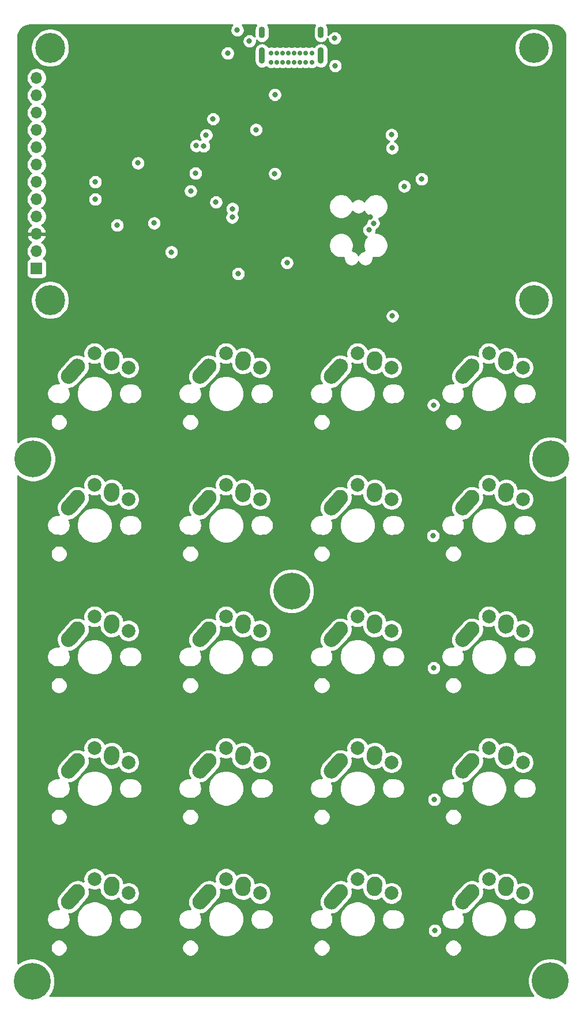
<source format=gbr>
%TF.GenerationSoftware,KiCad,Pcbnew,(5.1.6)-1*%
%TF.CreationDate,2020-12-15T22:49:58+02:00*%
%TF.ProjectId,macropad,6d616372-6f70-4616-942e-6b696361645f,rev?*%
%TF.SameCoordinates,Original*%
%TF.FileFunction,Copper,L3,Inr*%
%TF.FilePolarity,Positive*%
%FSLAX46Y46*%
G04 Gerber Fmt 4.6, Leading zero omitted, Abs format (unit mm)*
G04 Created by KiCad (PCBNEW (5.1.6)-1) date 2020-12-15 22:49:58*
%MOMM*%
%LPD*%
G01*
G04 APERTURE LIST*
%TA.AperFunction,ViaPad*%
%ADD10R,1.700000X1.700000*%
%TD*%
%TA.AperFunction,ViaPad*%
%ADD11O,1.700000X1.700000*%
%TD*%
%TA.AperFunction,ViaPad*%
%ADD12C,2.000000*%
%TD*%
%TA.AperFunction,ViaPad*%
%ADD13C,2.250000*%
%TD*%
%TA.AperFunction,ViaPad*%
%ADD14C,0.800000*%
%TD*%
%TA.AperFunction,ViaPad*%
%ADD15C,5.400000*%
%TD*%
%TA.AperFunction,ViaPad*%
%ADD16C,0.700000*%
%TD*%
%TA.AperFunction,ViaPad*%
%ADD17C,4.400000*%
%TD*%
%TA.AperFunction,ViaPad*%
%ADD18O,0.900000X2.400000*%
%TD*%
%TA.AperFunction,ViaPad*%
%ADD19O,0.900000X1.700000*%
%TD*%
%TA.AperFunction,Conductor*%
%ADD20C,0.254000*%
%TD*%
G04 APERTURE END LIST*
D10*
%TO.N,GND*%
%TO.C,J3*%
X81900000Y-74050000D03*
D11*
%TO.N,LCD_LED*%
X81900000Y-71510000D03*
%TO.N,+3V3*%
X81900000Y-68970000D03*
%TO.N,TS_IQR*%
X81900000Y-66430000D03*
%TO.N,TS_BSY*%
X81900000Y-63890000D03*
%TO.N,TS_CS*%
X81900000Y-61350000D03*
%TO.N,SPI_MISO*%
X81900000Y-58810000D03*
%TO.N,SPI_MOSI*%
X81900000Y-56270000D03*
%TO.N,SPI_SCK*%
X81900000Y-53730000D03*
%TO.N,LCD_CS*%
X81900000Y-51190000D03*
%TO.N,LCD_DC*%
X81900000Y-48650000D03*
%TO.N,LCD_RST*%
X81900000Y-46110000D03*
%TD*%
D12*
%TO.N,Col2*%
%TO.C,SW2*%
X109700000Y-86500000D03*
%TO.N,Net-(D2-Pad2)*%
X114700000Y-88600000D03*
D13*
%TO.N,Col2*%
X107200000Y-88400000D03*
%TA.AperFunction,ViaPad*%
G36*
G01*
X105138688Y-90697351D02*
X105138688Y-90697350D01*
G75*
G02*
X105052650Y-89108688I751312J837350D01*
G01*
X106362640Y-87648680D01*
G75*
G02*
X107951302Y-87562642I837350J-751312D01*
G01*
X107951302Y-87562642D01*
G75*
G02*
X108037340Y-89151304I-751312J-837350D01*
G01*
X106727350Y-90611312D01*
G75*
G02*
X105138688Y-90697350I-837350J751312D01*
G01*
G37*
%TD.AperFunction*%
%TO.N,Net-(D2-Pad2)*%
X112240000Y-87320000D03*
%TA.AperFunction,ViaPad*%
G36*
G01*
X112123483Y-89022395D02*
X112123483Y-89022395D01*
G75*
G02*
X111077605Y-87823483I76517J1122395D01*
G01*
X111117147Y-87243451D01*
G75*
G02*
X112316059Y-86197573I1122395J-76517D01*
G01*
X112316059Y-86197573D01*
G75*
G02*
X113361937Y-87396485I-76517J-1122395D01*
G01*
X113322395Y-87976517D01*
G75*
G02*
X112123483Y-89022395I-1122395J76517D01*
G01*
G37*
%TD.AperFunction*%
%TD*%
D14*
%TO.N,GND*%
%TO.C,H9*%
X158781891Y-177118109D03*
X157350000Y-176525000D03*
X155918109Y-177118109D03*
X155325000Y-178550000D03*
X155918109Y-179981891D03*
X157350000Y-180575000D03*
X158781891Y-179981891D03*
X159375000Y-178550000D03*
D15*
X157350000Y-178550000D03*
%TD*%
D16*
%TO.N,GND*%
%TO.C,H4*%
X156066726Y-77533274D03*
X154900000Y-77050000D03*
X153733274Y-77533274D03*
X153250000Y-78700000D03*
X153733274Y-79866726D03*
X154900000Y-80350000D03*
X156066726Y-79866726D03*
X156550000Y-78700000D03*
D17*
X154900000Y-78700000D03*
%TD*%
D16*
%TO.N,GND*%
%TO.C,H3*%
X85066726Y-77533274D03*
X83900000Y-77050000D03*
X82733274Y-77533274D03*
X82250000Y-78700000D03*
X82733274Y-79866726D03*
X83900000Y-80350000D03*
X85066726Y-79866726D03*
X85550000Y-78700000D03*
D17*
X83900000Y-78700000D03*
%TD*%
D16*
%TO.N,GND*%
%TO.C,H2*%
X156066726Y-40533274D03*
X154900000Y-40050000D03*
X153733274Y-40533274D03*
X153250000Y-41700000D03*
X153733274Y-42866726D03*
X154900000Y-43350000D03*
X156066726Y-42866726D03*
X156550000Y-41700000D03*
D17*
X154900000Y-41700000D03*
%TD*%
D16*
%TO.N,GND*%
%TO.C,H1*%
X85066726Y-40533274D03*
X83900000Y-40050000D03*
X82733274Y-40533274D03*
X82250000Y-41700000D03*
X82733274Y-42866726D03*
X83900000Y-43350000D03*
X85066726Y-42866726D03*
X85550000Y-41700000D03*
D17*
X83900000Y-41700000D03*
%TD*%
D15*
%TO.N,GND*%
%TO.C,H5*%
X81400000Y-102000000D03*
D14*
X83425000Y-102000000D03*
X82831891Y-103431891D03*
X81400000Y-104025000D03*
X79968109Y-103431891D03*
X79375000Y-102000000D03*
X79968109Y-100568109D03*
X81400000Y-99975000D03*
X82831891Y-100568109D03*
%TD*%
D15*
%TO.N,GND*%
%TO.C,H6*%
X157400000Y-102000000D03*
D14*
X159425000Y-102000000D03*
X158831891Y-103431891D03*
X157400000Y-104025000D03*
X155968109Y-103431891D03*
X155375000Y-102000000D03*
X155968109Y-100568109D03*
X157400000Y-99975000D03*
X158831891Y-100568109D03*
%TD*%
%TO.N,GND*%
%TO.C,H7*%
X120781891Y-119943109D03*
X119350000Y-119350000D03*
X117918109Y-119943109D03*
X117325000Y-121375000D03*
X117918109Y-122806891D03*
X119350000Y-123400000D03*
X120781891Y-122806891D03*
X121375000Y-121375000D03*
D15*
X119350000Y-121375000D03*
%TD*%
D14*
%TO.N,GND*%
%TO.C,H8*%
X82706891Y-177168109D03*
X81275000Y-176575000D03*
X79843109Y-177168109D03*
X79250000Y-178600000D03*
X79843109Y-180031891D03*
X81275000Y-180625000D03*
X82706891Y-180031891D03*
X83300000Y-178600000D03*
D15*
X81275000Y-178600000D03*
%TD*%
D16*
%TO.N,GND*%
%TO.C,J1*%
X122300000Y-43800000D03*
%TO.N,+5V*%
X121450000Y-43800000D03*
%TO.N,Net-(J1-PadA5)*%
X120600000Y-43800000D03*
%TO.N,USB_D+*%
X119750000Y-43800000D03*
%TO.N,USB_D-*%
X118900000Y-43800000D03*
%TO.N,Net-(J1-PadA8)*%
X118050000Y-43800000D03*
%TO.N,+5V*%
X117200000Y-43800000D03*
%TO.N,GND*%
X116350000Y-43800000D03*
%TO.N,+5V*%
X121450000Y-42450000D03*
%TO.N,USB_D-*%
X119750000Y-42450000D03*
%TO.N,Net-(J1-PadB8)*%
X120600000Y-42450000D03*
%TO.N,GND*%
X122300000Y-42450000D03*
%TO.N,Net-(J1-PadB5)*%
X118050000Y-42450000D03*
%TO.N,+5V*%
X117200000Y-42450000D03*
%TO.N,GND*%
X116350000Y-42450000D03*
%TO.N,USB_D+*%
X118900000Y-42450000D03*
D18*
%TO.N,Net-(J1-PadS1)*%
X123650000Y-42820000D03*
X115000000Y-42820000D03*
D19*
X123650000Y-39440000D03*
X115000000Y-39440000D03*
%TD*%
%TO.N,Net-(D1-Pad2)*%
%TO.C,SW1*%
%TA.AperFunction,ViaPad*%
G36*
G01*
X92823483Y-89022395D02*
X92823483Y-89022395D01*
G75*
G02*
X91777605Y-87823483I76517J1122395D01*
G01*
X91817147Y-87243451D01*
G75*
G02*
X93016059Y-86197573I1122395J-76517D01*
G01*
X93016059Y-86197573D01*
G75*
G02*
X94061937Y-87396485I-76517J-1122395D01*
G01*
X94022395Y-87976517D01*
G75*
G02*
X92823483Y-89022395I-1122395J76517D01*
G01*
G37*
%TD.AperFunction*%
D13*
X92940000Y-87320000D03*
%TO.N,Col1*%
%TA.AperFunction,ViaPad*%
G36*
G01*
X85838688Y-90697351D02*
X85838688Y-90697350D01*
G75*
G02*
X85752650Y-89108688I751312J837350D01*
G01*
X87062640Y-87648680D01*
G75*
G02*
X88651302Y-87562642I837350J-751312D01*
G01*
X88651302Y-87562642D01*
G75*
G02*
X88737340Y-89151304I-751312J-837350D01*
G01*
X87427350Y-90611312D01*
G75*
G02*
X85838688Y-90697350I-837350J751312D01*
G01*
G37*
%TD.AperFunction*%
X87900000Y-88400000D03*
D12*
%TO.N,Net-(D1-Pad2)*%
X95400000Y-88600000D03*
%TO.N,Col1*%
X90400000Y-86500000D03*
%TD*%
%TO.N,Col3*%
%TO.C,SW3*%
X129000000Y-86500000D03*
%TO.N,Net-(D3-Pad2)*%
X134000000Y-88600000D03*
D13*
%TO.N,Col3*%
X126500000Y-88400000D03*
%TA.AperFunction,ViaPad*%
G36*
G01*
X124438688Y-90697351D02*
X124438688Y-90697350D01*
G75*
G02*
X124352650Y-89108688I751312J837350D01*
G01*
X125662640Y-87648680D01*
G75*
G02*
X127251302Y-87562642I837350J-751312D01*
G01*
X127251302Y-87562642D01*
G75*
G02*
X127337340Y-89151304I-751312J-837350D01*
G01*
X126027350Y-90611312D01*
G75*
G02*
X124438688Y-90697350I-837350J751312D01*
G01*
G37*
%TD.AperFunction*%
%TO.N,Net-(D3-Pad2)*%
X131540000Y-87320000D03*
%TA.AperFunction,ViaPad*%
G36*
G01*
X131423483Y-89022395D02*
X131423483Y-89022395D01*
G75*
G02*
X130377605Y-87823483I76517J1122395D01*
G01*
X130417147Y-87243451D01*
G75*
G02*
X131616059Y-86197573I1122395J-76517D01*
G01*
X131616059Y-86197573D01*
G75*
G02*
X132661937Y-87396485I-76517J-1122395D01*
G01*
X132622395Y-87976517D01*
G75*
G02*
X131423483Y-89022395I-1122395J76517D01*
G01*
G37*
%TD.AperFunction*%
%TD*%
%TO.N,Net-(D4-Pad2)*%
%TO.C,SW4*%
%TA.AperFunction,ViaPad*%
G36*
G01*
X150723483Y-89022395D02*
X150723483Y-89022395D01*
G75*
G02*
X149677605Y-87823483I76517J1122395D01*
G01*
X149717147Y-87243451D01*
G75*
G02*
X150916059Y-86197573I1122395J-76517D01*
G01*
X150916059Y-86197573D01*
G75*
G02*
X151961937Y-87396485I-76517J-1122395D01*
G01*
X151922395Y-87976517D01*
G75*
G02*
X150723483Y-89022395I-1122395J76517D01*
G01*
G37*
%TD.AperFunction*%
X150840000Y-87320000D03*
%TO.N,Col4*%
%TA.AperFunction,ViaPad*%
G36*
G01*
X143738688Y-90697351D02*
X143738688Y-90697350D01*
G75*
G02*
X143652650Y-89108688I751312J837350D01*
G01*
X144962640Y-87648680D01*
G75*
G02*
X146551302Y-87562642I837350J-751312D01*
G01*
X146551302Y-87562642D01*
G75*
G02*
X146637340Y-89151304I-751312J-837350D01*
G01*
X145327350Y-90611312D01*
G75*
G02*
X143738688Y-90697350I-837350J751312D01*
G01*
G37*
%TD.AperFunction*%
X145800000Y-88400000D03*
D12*
%TO.N,Net-(D4-Pad2)*%
X153300000Y-88600000D03*
%TO.N,Col4*%
X148300000Y-86500000D03*
%TD*%
%TO.N,Col1*%
%TO.C,SW5*%
X90400000Y-105800000D03*
%TO.N,Net-(D5-Pad2)*%
X95400000Y-107900000D03*
D13*
%TO.N,Col1*%
X87900000Y-107700000D03*
%TA.AperFunction,ViaPad*%
G36*
G01*
X85838688Y-109997351D02*
X85838688Y-109997350D01*
G75*
G02*
X85752650Y-108408688I751312J837350D01*
G01*
X87062640Y-106948680D01*
G75*
G02*
X88651302Y-106862642I837350J-751312D01*
G01*
X88651302Y-106862642D01*
G75*
G02*
X88737340Y-108451304I-751312J-837350D01*
G01*
X87427350Y-109911312D01*
G75*
G02*
X85838688Y-109997350I-837350J751312D01*
G01*
G37*
%TD.AperFunction*%
%TO.N,Net-(D5-Pad2)*%
X92940000Y-106620000D03*
%TA.AperFunction,ViaPad*%
G36*
G01*
X92823483Y-108322395D02*
X92823483Y-108322395D01*
G75*
G02*
X91777605Y-107123483I76517J1122395D01*
G01*
X91817147Y-106543451D01*
G75*
G02*
X93016059Y-105497573I1122395J-76517D01*
G01*
X93016059Y-105497573D01*
G75*
G02*
X94061937Y-106696485I-76517J-1122395D01*
G01*
X94022395Y-107276517D01*
G75*
G02*
X92823483Y-108322395I-1122395J76517D01*
G01*
G37*
%TD.AperFunction*%
%TD*%
%TO.N,Net-(D6-Pad2)*%
%TO.C,SW6*%
%TA.AperFunction,ViaPad*%
G36*
G01*
X112123483Y-108322395D02*
X112123483Y-108322395D01*
G75*
G02*
X111077605Y-107123483I76517J1122395D01*
G01*
X111117147Y-106543451D01*
G75*
G02*
X112316059Y-105497573I1122395J-76517D01*
G01*
X112316059Y-105497573D01*
G75*
G02*
X113361937Y-106696485I-76517J-1122395D01*
G01*
X113322395Y-107276517D01*
G75*
G02*
X112123483Y-108322395I-1122395J76517D01*
G01*
G37*
%TD.AperFunction*%
X112240000Y-106620000D03*
%TO.N,Col2*%
%TA.AperFunction,ViaPad*%
G36*
G01*
X105138688Y-109997351D02*
X105138688Y-109997350D01*
G75*
G02*
X105052650Y-108408688I751312J837350D01*
G01*
X106362640Y-106948680D01*
G75*
G02*
X107951302Y-106862642I837350J-751312D01*
G01*
X107951302Y-106862642D01*
G75*
G02*
X108037340Y-108451304I-751312J-837350D01*
G01*
X106727350Y-109911312D01*
G75*
G02*
X105138688Y-109997350I-837350J751312D01*
G01*
G37*
%TD.AperFunction*%
X107200000Y-107700000D03*
D12*
%TO.N,Net-(D6-Pad2)*%
X114700000Y-107900000D03*
%TO.N,Col2*%
X109700000Y-105800000D03*
%TD*%
%TO.N,Net-(D7-Pad2)*%
%TO.C,SW7*%
%TA.AperFunction,ViaPad*%
G36*
G01*
X131423483Y-108322395D02*
X131423483Y-108322395D01*
G75*
G02*
X130377605Y-107123483I76517J1122395D01*
G01*
X130417147Y-106543451D01*
G75*
G02*
X131616059Y-105497573I1122395J-76517D01*
G01*
X131616059Y-105497573D01*
G75*
G02*
X132661937Y-106696485I-76517J-1122395D01*
G01*
X132622395Y-107276517D01*
G75*
G02*
X131423483Y-108322395I-1122395J76517D01*
G01*
G37*
%TD.AperFunction*%
D13*
X131540000Y-106620000D03*
%TO.N,Col3*%
%TA.AperFunction,ViaPad*%
G36*
G01*
X124438688Y-109997351D02*
X124438688Y-109997350D01*
G75*
G02*
X124352650Y-108408688I751312J837350D01*
G01*
X125662640Y-106948680D01*
G75*
G02*
X127251302Y-106862642I837350J-751312D01*
G01*
X127251302Y-106862642D01*
G75*
G02*
X127337340Y-108451304I-751312J-837350D01*
G01*
X126027350Y-109911312D01*
G75*
G02*
X124438688Y-109997350I-837350J751312D01*
G01*
G37*
%TD.AperFunction*%
X126500000Y-107700000D03*
D12*
%TO.N,Net-(D7-Pad2)*%
X134000000Y-107900000D03*
%TO.N,Col3*%
X129000000Y-105800000D03*
%TD*%
%TO.N,Col4*%
%TO.C,SW8*%
X148300000Y-105800000D03*
%TO.N,Net-(D8-Pad2)*%
X153300000Y-107900000D03*
D13*
%TO.N,Col4*%
X145800000Y-107700000D03*
%TA.AperFunction,ViaPad*%
G36*
G01*
X143738688Y-109997351D02*
X143738688Y-109997350D01*
G75*
G02*
X143652650Y-108408688I751312J837350D01*
G01*
X144962640Y-106948680D01*
G75*
G02*
X146551302Y-106862642I837350J-751312D01*
G01*
X146551302Y-106862642D01*
G75*
G02*
X146637340Y-108451304I-751312J-837350D01*
G01*
X145327350Y-109911312D01*
G75*
G02*
X143738688Y-109997350I-837350J751312D01*
G01*
G37*
%TD.AperFunction*%
%TO.N,Net-(D8-Pad2)*%
X150840000Y-106620000D03*
%TA.AperFunction,ViaPad*%
G36*
G01*
X150723483Y-108322395D02*
X150723483Y-108322395D01*
G75*
G02*
X149677605Y-107123483I76517J1122395D01*
G01*
X149717147Y-106543451D01*
G75*
G02*
X150916059Y-105497573I1122395J-76517D01*
G01*
X150916059Y-105497573D01*
G75*
G02*
X151961937Y-106696485I-76517J-1122395D01*
G01*
X151922395Y-107276517D01*
G75*
G02*
X150723483Y-108322395I-1122395J76517D01*
G01*
G37*
%TD.AperFunction*%
%TD*%
D12*
%TO.N,Col1*%
%TO.C,SW9*%
X90400000Y-125100000D03*
%TO.N,Net-(D9-Pad2)*%
X95400000Y-127200000D03*
D13*
%TO.N,Col1*%
X87900000Y-127000000D03*
%TA.AperFunction,ViaPad*%
G36*
G01*
X85838688Y-129297351D02*
X85838688Y-129297350D01*
G75*
G02*
X85752650Y-127708688I751312J837350D01*
G01*
X87062640Y-126248680D01*
G75*
G02*
X88651302Y-126162642I837350J-751312D01*
G01*
X88651302Y-126162642D01*
G75*
G02*
X88737340Y-127751304I-751312J-837350D01*
G01*
X87427350Y-129211312D01*
G75*
G02*
X85838688Y-129297350I-837350J751312D01*
G01*
G37*
%TD.AperFunction*%
%TO.N,Net-(D9-Pad2)*%
X92940000Y-125920000D03*
%TA.AperFunction,ViaPad*%
G36*
G01*
X92823483Y-127622395D02*
X92823483Y-127622395D01*
G75*
G02*
X91777605Y-126423483I76517J1122395D01*
G01*
X91817147Y-125843451D01*
G75*
G02*
X93016059Y-124797573I1122395J-76517D01*
G01*
X93016059Y-124797573D01*
G75*
G02*
X94061937Y-125996485I-76517J-1122395D01*
G01*
X94022395Y-126576517D01*
G75*
G02*
X92823483Y-127622395I-1122395J76517D01*
G01*
G37*
%TD.AperFunction*%
%TD*%
D12*
%TO.N,Col2*%
%TO.C,SW10*%
X109700000Y-125100000D03*
%TO.N,Net-(D10-Pad2)*%
X114700000Y-127200000D03*
D13*
%TO.N,Col2*%
X107200000Y-127000000D03*
%TA.AperFunction,ViaPad*%
G36*
G01*
X105138688Y-129297351D02*
X105138688Y-129297350D01*
G75*
G02*
X105052650Y-127708688I751312J837350D01*
G01*
X106362640Y-126248680D01*
G75*
G02*
X107951302Y-126162642I837350J-751312D01*
G01*
X107951302Y-126162642D01*
G75*
G02*
X108037340Y-127751304I-751312J-837350D01*
G01*
X106727350Y-129211312D01*
G75*
G02*
X105138688Y-129297350I-837350J751312D01*
G01*
G37*
%TD.AperFunction*%
%TO.N,Net-(D10-Pad2)*%
X112240000Y-125920000D03*
%TA.AperFunction,ViaPad*%
G36*
G01*
X112123483Y-127622395D02*
X112123483Y-127622395D01*
G75*
G02*
X111077605Y-126423483I76517J1122395D01*
G01*
X111117147Y-125843451D01*
G75*
G02*
X112316059Y-124797573I1122395J-76517D01*
G01*
X112316059Y-124797573D01*
G75*
G02*
X113361937Y-125996485I-76517J-1122395D01*
G01*
X113322395Y-126576517D01*
G75*
G02*
X112123483Y-127622395I-1122395J76517D01*
G01*
G37*
%TD.AperFunction*%
%TD*%
D12*
%TO.N,Col3*%
%TO.C,SW11*%
X129000000Y-125100000D03*
%TO.N,Net-(D11-Pad2)*%
X134000000Y-127200000D03*
D13*
%TO.N,Col3*%
X126500000Y-127000000D03*
%TA.AperFunction,ViaPad*%
G36*
G01*
X124438688Y-129297351D02*
X124438688Y-129297350D01*
G75*
G02*
X124352650Y-127708688I751312J837350D01*
G01*
X125662640Y-126248680D01*
G75*
G02*
X127251302Y-126162642I837350J-751312D01*
G01*
X127251302Y-126162642D01*
G75*
G02*
X127337340Y-127751304I-751312J-837350D01*
G01*
X126027350Y-129211312D01*
G75*
G02*
X124438688Y-129297350I-837350J751312D01*
G01*
G37*
%TD.AperFunction*%
%TO.N,Net-(D11-Pad2)*%
X131540000Y-125920000D03*
%TA.AperFunction,ViaPad*%
G36*
G01*
X131423483Y-127622395D02*
X131423483Y-127622395D01*
G75*
G02*
X130377605Y-126423483I76517J1122395D01*
G01*
X130417147Y-125843451D01*
G75*
G02*
X131616059Y-124797573I1122395J-76517D01*
G01*
X131616059Y-124797573D01*
G75*
G02*
X132661937Y-125996485I-76517J-1122395D01*
G01*
X132622395Y-126576517D01*
G75*
G02*
X131423483Y-127622395I-1122395J76517D01*
G01*
G37*
%TD.AperFunction*%
%TD*%
%TO.N,Net-(D12-Pad2)*%
%TO.C,SW12*%
%TA.AperFunction,ViaPad*%
G36*
G01*
X150723483Y-127622395D02*
X150723483Y-127622395D01*
G75*
G02*
X149677605Y-126423483I76517J1122395D01*
G01*
X149717147Y-125843451D01*
G75*
G02*
X150916059Y-124797573I1122395J-76517D01*
G01*
X150916059Y-124797573D01*
G75*
G02*
X151961937Y-125996485I-76517J-1122395D01*
G01*
X151922395Y-126576517D01*
G75*
G02*
X150723483Y-127622395I-1122395J76517D01*
G01*
G37*
%TD.AperFunction*%
X150840000Y-125920000D03*
%TO.N,Col4*%
%TA.AperFunction,ViaPad*%
G36*
G01*
X143738688Y-129297351D02*
X143738688Y-129297350D01*
G75*
G02*
X143652650Y-127708688I751312J837350D01*
G01*
X144962640Y-126248680D01*
G75*
G02*
X146551302Y-126162642I837350J-751312D01*
G01*
X146551302Y-126162642D01*
G75*
G02*
X146637340Y-127751304I-751312J-837350D01*
G01*
X145327350Y-129211312D01*
G75*
G02*
X143738688Y-129297350I-837350J751312D01*
G01*
G37*
%TD.AperFunction*%
X145800000Y-127000000D03*
D12*
%TO.N,Net-(D12-Pad2)*%
X153300000Y-127200000D03*
%TO.N,Col4*%
X148300000Y-125100000D03*
%TD*%
%TO.N,Net-(D13-Pad2)*%
%TO.C,SW13*%
%TA.AperFunction,ViaPad*%
G36*
G01*
X92823483Y-146922395D02*
X92823483Y-146922395D01*
G75*
G02*
X91777605Y-145723483I76517J1122395D01*
G01*
X91817147Y-145143451D01*
G75*
G02*
X93016059Y-144097573I1122395J-76517D01*
G01*
X93016059Y-144097573D01*
G75*
G02*
X94061937Y-145296485I-76517J-1122395D01*
G01*
X94022395Y-145876517D01*
G75*
G02*
X92823483Y-146922395I-1122395J76517D01*
G01*
G37*
%TD.AperFunction*%
D13*
X92940000Y-145220000D03*
%TO.N,Col1*%
%TA.AperFunction,ViaPad*%
G36*
G01*
X85838688Y-148597351D02*
X85838688Y-148597350D01*
G75*
G02*
X85752650Y-147008688I751312J837350D01*
G01*
X87062640Y-145548680D01*
G75*
G02*
X88651302Y-145462642I837350J-751312D01*
G01*
X88651302Y-145462642D01*
G75*
G02*
X88737340Y-147051304I-751312J-837350D01*
G01*
X87427350Y-148511312D01*
G75*
G02*
X85838688Y-148597350I-837350J751312D01*
G01*
G37*
%TD.AperFunction*%
X87900000Y-146300000D03*
D12*
%TO.N,Net-(D13-Pad2)*%
X95400000Y-146500000D03*
%TO.N,Col1*%
X90400000Y-144400000D03*
%TD*%
%TO.N,Net-(D14-Pad2)*%
%TO.C,SW14*%
%TA.AperFunction,ViaPad*%
G36*
G01*
X112123483Y-146922395D02*
X112123483Y-146922395D01*
G75*
G02*
X111077605Y-145723483I76517J1122395D01*
G01*
X111117147Y-145143451D01*
G75*
G02*
X112316059Y-144097573I1122395J-76517D01*
G01*
X112316059Y-144097573D01*
G75*
G02*
X113361937Y-145296485I-76517J-1122395D01*
G01*
X113322395Y-145876517D01*
G75*
G02*
X112123483Y-146922395I-1122395J76517D01*
G01*
G37*
%TD.AperFunction*%
D13*
X112240000Y-145220000D03*
%TO.N,Col2*%
%TA.AperFunction,ViaPad*%
G36*
G01*
X105138688Y-148597351D02*
X105138688Y-148597350D01*
G75*
G02*
X105052650Y-147008688I751312J837350D01*
G01*
X106362640Y-145548680D01*
G75*
G02*
X107951302Y-145462642I837350J-751312D01*
G01*
X107951302Y-145462642D01*
G75*
G02*
X108037340Y-147051304I-751312J-837350D01*
G01*
X106727350Y-148511312D01*
G75*
G02*
X105138688Y-148597350I-837350J751312D01*
G01*
G37*
%TD.AperFunction*%
X107200000Y-146300000D03*
D12*
%TO.N,Net-(D14-Pad2)*%
X114700000Y-146500000D03*
%TO.N,Col2*%
X109700000Y-144400000D03*
%TD*%
%TO.N,Net-(D15-Pad2)*%
%TO.C,SW15*%
%TA.AperFunction,ViaPad*%
G36*
G01*
X131423483Y-146922395D02*
X131423483Y-146922395D01*
G75*
G02*
X130377605Y-145723483I76517J1122395D01*
G01*
X130417147Y-145143451D01*
G75*
G02*
X131616059Y-144097573I1122395J-76517D01*
G01*
X131616059Y-144097573D01*
G75*
G02*
X132661937Y-145296485I-76517J-1122395D01*
G01*
X132622395Y-145876517D01*
G75*
G02*
X131423483Y-146922395I-1122395J76517D01*
G01*
G37*
%TD.AperFunction*%
D13*
X131540000Y-145220000D03*
%TO.N,Col3*%
%TA.AperFunction,ViaPad*%
G36*
G01*
X124438688Y-148597351D02*
X124438688Y-148597350D01*
G75*
G02*
X124352650Y-147008688I751312J837350D01*
G01*
X125662640Y-145548680D01*
G75*
G02*
X127251302Y-145462642I837350J-751312D01*
G01*
X127251302Y-145462642D01*
G75*
G02*
X127337340Y-147051304I-751312J-837350D01*
G01*
X126027350Y-148511312D01*
G75*
G02*
X124438688Y-148597350I-837350J751312D01*
G01*
G37*
%TD.AperFunction*%
X126500000Y-146300000D03*
D12*
%TO.N,Net-(D15-Pad2)*%
X134000000Y-146500000D03*
%TO.N,Col3*%
X129000000Y-144400000D03*
%TD*%
%TO.N,Net-(D16-Pad2)*%
%TO.C,SW16*%
%TA.AperFunction,ViaPad*%
G36*
G01*
X150723483Y-146922395D02*
X150723483Y-146922395D01*
G75*
G02*
X149677605Y-145723483I76517J1122395D01*
G01*
X149717147Y-145143451D01*
G75*
G02*
X150916059Y-144097573I1122395J-76517D01*
G01*
X150916059Y-144097573D01*
G75*
G02*
X151961937Y-145296485I-76517J-1122395D01*
G01*
X151922395Y-145876517D01*
G75*
G02*
X150723483Y-146922395I-1122395J76517D01*
G01*
G37*
%TD.AperFunction*%
D13*
X150840000Y-145220000D03*
%TO.N,Col4*%
%TA.AperFunction,ViaPad*%
G36*
G01*
X143738688Y-148597351D02*
X143738688Y-148597350D01*
G75*
G02*
X143652650Y-147008688I751312J837350D01*
G01*
X144962640Y-145548680D01*
G75*
G02*
X146551302Y-145462642I837350J-751312D01*
G01*
X146551302Y-145462642D01*
G75*
G02*
X146637340Y-147051304I-751312J-837350D01*
G01*
X145327350Y-148511312D01*
G75*
G02*
X143738688Y-148597350I-837350J751312D01*
G01*
G37*
%TD.AperFunction*%
X145800000Y-146300000D03*
D12*
%TO.N,Net-(D16-Pad2)*%
X153300000Y-146500000D03*
%TO.N,Col4*%
X148300000Y-144400000D03*
%TD*%
%TO.N,Col1*%
%TO.C,SW17*%
X90400000Y-163600000D03*
%TO.N,Net-(D17-Pad2)*%
X95400000Y-165700000D03*
D13*
%TO.N,Col1*%
X87900000Y-165500000D03*
%TA.AperFunction,ViaPad*%
G36*
G01*
X85838688Y-167797351D02*
X85838688Y-167797350D01*
G75*
G02*
X85752650Y-166208688I751312J837350D01*
G01*
X87062640Y-164748680D01*
G75*
G02*
X88651302Y-164662642I837350J-751312D01*
G01*
X88651302Y-164662642D01*
G75*
G02*
X88737340Y-166251304I-751312J-837350D01*
G01*
X87427350Y-167711312D01*
G75*
G02*
X85838688Y-167797350I-837350J751312D01*
G01*
G37*
%TD.AperFunction*%
%TO.N,Net-(D17-Pad2)*%
X92940000Y-164420000D03*
%TA.AperFunction,ViaPad*%
G36*
G01*
X92823483Y-166122395D02*
X92823483Y-166122395D01*
G75*
G02*
X91777605Y-164923483I76517J1122395D01*
G01*
X91817147Y-164343451D01*
G75*
G02*
X93016059Y-163297573I1122395J-76517D01*
G01*
X93016059Y-163297573D01*
G75*
G02*
X94061937Y-164496485I-76517J-1122395D01*
G01*
X94022395Y-165076517D01*
G75*
G02*
X92823483Y-166122395I-1122395J76517D01*
G01*
G37*
%TD.AperFunction*%
%TD*%
D12*
%TO.N,Col2*%
%TO.C,SW18*%
X109700000Y-163600000D03*
%TO.N,Net-(D18-Pad2)*%
X114700000Y-165700000D03*
D13*
%TO.N,Col2*%
X107200000Y-165500000D03*
%TA.AperFunction,ViaPad*%
G36*
G01*
X105138688Y-167797351D02*
X105138688Y-167797350D01*
G75*
G02*
X105052650Y-166208688I751312J837350D01*
G01*
X106362640Y-164748680D01*
G75*
G02*
X107951302Y-164662642I837350J-751312D01*
G01*
X107951302Y-164662642D01*
G75*
G02*
X108037340Y-166251304I-751312J-837350D01*
G01*
X106727350Y-167711312D01*
G75*
G02*
X105138688Y-167797350I-837350J751312D01*
G01*
G37*
%TD.AperFunction*%
%TO.N,Net-(D18-Pad2)*%
X112240000Y-164420000D03*
%TA.AperFunction,ViaPad*%
G36*
G01*
X112123483Y-166122395D02*
X112123483Y-166122395D01*
G75*
G02*
X111077605Y-164923483I76517J1122395D01*
G01*
X111117147Y-164343451D01*
G75*
G02*
X112316059Y-163297573I1122395J-76517D01*
G01*
X112316059Y-163297573D01*
G75*
G02*
X113361937Y-164496485I-76517J-1122395D01*
G01*
X113322395Y-165076517D01*
G75*
G02*
X112123483Y-166122395I-1122395J76517D01*
G01*
G37*
%TD.AperFunction*%
%TD*%
D12*
%TO.N,Col3*%
%TO.C,SW19*%
X129000000Y-163600000D03*
%TO.N,Net-(D19-Pad2)*%
X134000000Y-165700000D03*
D13*
%TO.N,Col3*%
X126500000Y-165500000D03*
%TA.AperFunction,ViaPad*%
G36*
G01*
X124438688Y-167797351D02*
X124438688Y-167797350D01*
G75*
G02*
X124352650Y-166208688I751312J837350D01*
G01*
X125662640Y-164748680D01*
G75*
G02*
X127251302Y-164662642I837350J-751312D01*
G01*
X127251302Y-164662642D01*
G75*
G02*
X127337340Y-166251304I-751312J-837350D01*
G01*
X126027350Y-167711312D01*
G75*
G02*
X124438688Y-167797350I-837350J751312D01*
G01*
G37*
%TD.AperFunction*%
%TO.N,Net-(D19-Pad2)*%
X131540000Y-164420000D03*
%TA.AperFunction,ViaPad*%
G36*
G01*
X131423483Y-166122395D02*
X131423483Y-166122395D01*
G75*
G02*
X130377605Y-164923483I76517J1122395D01*
G01*
X130417147Y-164343451D01*
G75*
G02*
X131616059Y-163297573I1122395J-76517D01*
G01*
X131616059Y-163297573D01*
G75*
G02*
X132661937Y-164496485I-76517J-1122395D01*
G01*
X132622395Y-165076517D01*
G75*
G02*
X131423483Y-166122395I-1122395J76517D01*
G01*
G37*
%TD.AperFunction*%
%TD*%
%TO.N,Net-(D20-Pad2)*%
%TO.C,SW20*%
%TA.AperFunction,ViaPad*%
G36*
G01*
X150723483Y-166122395D02*
X150723483Y-166122395D01*
G75*
G02*
X149677605Y-164923483I76517J1122395D01*
G01*
X149717147Y-164343451D01*
G75*
G02*
X150916059Y-163297573I1122395J-76517D01*
G01*
X150916059Y-163297573D01*
G75*
G02*
X151961937Y-164496485I-76517J-1122395D01*
G01*
X151922395Y-165076517D01*
G75*
G02*
X150723483Y-166122395I-1122395J76517D01*
G01*
G37*
%TD.AperFunction*%
X150840000Y-164420000D03*
%TO.N,Col4*%
%TA.AperFunction,ViaPad*%
G36*
G01*
X143738688Y-167797351D02*
X143738688Y-167797350D01*
G75*
G02*
X143652650Y-166208688I751312J837350D01*
G01*
X144962640Y-164748680D01*
G75*
G02*
X146551302Y-164662642I837350J-751312D01*
G01*
X146551302Y-164662642D01*
G75*
G02*
X146637340Y-166251304I-751312J-837350D01*
G01*
X145327350Y-167711312D01*
G75*
G02*
X143738688Y-167797350I-837350J751312D01*
G01*
G37*
%TD.AperFunction*%
X145800000Y-165500000D03*
D12*
%TO.N,Net-(D20-Pad2)*%
X153300000Y-165700000D03*
%TO.N,Col4*%
X148300000Y-163600000D03*
%TD*%
D14*
%TO.N,GND*%
X135880000Y-61990000D03*
X138440000Y-60930000D03*
X130730000Y-68380000D03*
X111360000Y-39090000D03*
X101700000Y-71650000D03*
X111500000Y-74820000D03*
X134020000Y-54440000D03*
X105330000Y-56050000D03*
X116870000Y-60140000D03*
X93740000Y-67710000D03*
X96780000Y-58580000D03*
X134100000Y-56380000D03*
X116890001Y-48560001D03*
X125670000Y-40280000D03*
%TO.N,+3V3*%
X130900000Y-66520000D03*
X105720000Y-42460000D03*
X113250000Y-74845000D03*
X133780000Y-60240000D03*
X104800000Y-73250000D03*
X100920000Y-56030000D03*
X116780000Y-58400000D03*
X125530000Y-51200000D03*
X139510000Y-58300000D03*
%TO.N,Row1*%
X140170000Y-94080000D03*
%TO.N,Row4*%
X140270000Y-151950000D03*
%TO.N,Row3*%
X140210000Y-132650000D03*
%TO.N,Row2*%
X140100000Y-113250000D03*
%TO.N,Row5*%
X140360000Y-171150000D03*
%TO.N,Net-(J1-PadA5)*%
X125750000Y-44310000D03*
%TO.N,Net-(J1-PadB5)*%
X113150000Y-40710000D03*
%TO.N,SWDIO*%
X131359424Y-67408220D03*
%TO.N,SWCLK*%
X114120000Y-53690000D03*
%TO.N,SWO*%
X118660000Y-73220000D03*
%TO.N,UART_RX*%
X110620000Y-66540000D03*
%TO.N,UART_TX*%
X110660000Y-65300000D03*
%TO.N,NRST*%
X108240000Y-64330000D03*
%TO.N,TS_BSY*%
X104520000Y-62680000D03*
X90510000Y-63890000D03*
%TO.N,TS_CS*%
X105220000Y-60080000D03*
X90510000Y-61350000D03*
%TO.N,SPI_MOSI*%
X106790000Y-54490000D03*
%TO.N,SPI_SCK*%
X107810000Y-52120000D03*
%TO.N,Net-(JP1-Pad2)*%
X109955000Y-42470000D03*
X106430000Y-56090000D03*
%TO.N,Col4*%
X134150000Y-81020000D03*
%TO.N,TS_IQR*%
X99150000Y-67400000D03*
%TD*%
D20*
%TO.N,+3V3*%
G36*
X110556063Y-38430226D02*
G01*
X110442795Y-38599744D01*
X110364774Y-38788102D01*
X110325000Y-38988061D01*
X110325000Y-39191939D01*
X110364774Y-39391898D01*
X110442795Y-39580256D01*
X110556063Y-39749774D01*
X110700226Y-39893937D01*
X110869744Y-40007205D01*
X111058102Y-40085226D01*
X111258061Y-40125000D01*
X111461939Y-40125000D01*
X111661898Y-40085226D01*
X111850256Y-40007205D01*
X112019774Y-39893937D01*
X112163937Y-39749774D01*
X112277205Y-39580256D01*
X112355226Y-39391898D01*
X112395000Y-39191939D01*
X112395000Y-38988061D01*
X112355226Y-38788102D01*
X112277205Y-38599744D01*
X112163937Y-38430226D01*
X112093711Y-38360000D01*
X114154461Y-38360000D01*
X114093492Y-38434290D01*
X113992742Y-38622780D01*
X113930700Y-38827303D01*
X113915000Y-38986706D01*
X113915000Y-39893293D01*
X113927891Y-40024180D01*
X113809774Y-39906063D01*
X113640256Y-39792795D01*
X113451898Y-39714774D01*
X113251939Y-39675000D01*
X113048061Y-39675000D01*
X112848102Y-39714774D01*
X112659744Y-39792795D01*
X112490226Y-39906063D01*
X112346063Y-40050226D01*
X112232795Y-40219744D01*
X112154774Y-40408102D01*
X112115000Y-40608061D01*
X112115000Y-40811939D01*
X112154774Y-41011898D01*
X112232795Y-41200256D01*
X112346063Y-41369774D01*
X112490226Y-41513937D01*
X112659744Y-41627205D01*
X112848102Y-41705226D01*
X113048061Y-41745000D01*
X113251939Y-41745000D01*
X113451898Y-41705226D01*
X113640256Y-41627205D01*
X113809774Y-41513937D01*
X113953937Y-41369774D01*
X114067205Y-41200256D01*
X114145226Y-41011898D01*
X114185000Y-40811939D01*
X114185000Y-40608061D01*
X114171650Y-40540947D01*
X114229078Y-40610922D01*
X114394290Y-40746509D01*
X114582780Y-40847259D01*
X114787303Y-40909300D01*
X115000000Y-40930249D01*
X115212696Y-40909300D01*
X115417219Y-40847259D01*
X115605710Y-40746509D01*
X115770922Y-40610922D01*
X115906509Y-40445710D01*
X116007259Y-40257220D01*
X116069300Y-40052697D01*
X116085000Y-39893294D01*
X116085000Y-38986707D01*
X116069300Y-38827304D01*
X116007259Y-38622780D01*
X115906509Y-38434290D01*
X115845540Y-38360000D01*
X122804461Y-38360000D01*
X122743492Y-38434290D01*
X122642742Y-38622780D01*
X122580700Y-38827303D01*
X122565000Y-38986706D01*
X122565000Y-39893293D01*
X122580700Y-40052696D01*
X122642741Y-40257219D01*
X122743491Y-40445710D01*
X122879078Y-40610922D01*
X123044290Y-40746509D01*
X123232780Y-40847259D01*
X123437303Y-40909300D01*
X123650000Y-40930249D01*
X123862696Y-40909300D01*
X124067219Y-40847259D01*
X124255710Y-40746509D01*
X124420922Y-40610922D01*
X124556509Y-40445710D01*
X124635000Y-40298864D01*
X124635000Y-40381939D01*
X124674774Y-40581898D01*
X124752795Y-40770256D01*
X124866063Y-40939774D01*
X125010226Y-41083937D01*
X125179744Y-41197205D01*
X125368102Y-41275226D01*
X125568061Y-41315000D01*
X125771939Y-41315000D01*
X125971898Y-41275226D01*
X126160256Y-41197205D01*
X126329774Y-41083937D01*
X126473937Y-40939774D01*
X126587205Y-40770256D01*
X126665226Y-40581898D01*
X126705000Y-40381939D01*
X126705000Y-40178061D01*
X126665226Y-39978102D01*
X126587205Y-39789744D01*
X126473937Y-39620226D01*
X126329774Y-39476063D01*
X126160256Y-39362795D01*
X125971898Y-39284774D01*
X125771939Y-39245000D01*
X125568061Y-39245000D01*
X125368102Y-39284774D01*
X125179744Y-39362795D01*
X125010226Y-39476063D01*
X124866063Y-39620226D01*
X124752795Y-39789744D01*
X124735000Y-39832705D01*
X124735000Y-38986707D01*
X124719300Y-38827304D01*
X124657259Y-38622780D01*
X124556509Y-38434290D01*
X124495540Y-38360000D01*
X157767721Y-38360000D01*
X158137351Y-38396243D01*
X158461856Y-38494217D01*
X158761152Y-38653354D01*
X159023832Y-38867592D01*
X159239902Y-39128776D01*
X159401125Y-39426951D01*
X159501362Y-39750765D01*
X159540001Y-40118391D01*
X159540001Y-99423598D01*
X159525939Y-99409536D01*
X158979715Y-99044561D01*
X158372784Y-98793162D01*
X157728469Y-98665000D01*
X157071531Y-98665000D01*
X156427216Y-98793162D01*
X155820285Y-99044561D01*
X155274061Y-99409536D01*
X154809536Y-99874061D01*
X154444561Y-100420285D01*
X154193162Y-101027216D01*
X154065000Y-101671531D01*
X154065000Y-102328469D01*
X154193162Y-102972784D01*
X154444561Y-103579715D01*
X154809536Y-104125939D01*
X155274061Y-104590464D01*
X155820285Y-104955439D01*
X156427216Y-105206838D01*
X157071531Y-105335000D01*
X157728469Y-105335000D01*
X158372784Y-105206838D01*
X158979715Y-104955439D01*
X159525939Y-104590464D01*
X159540001Y-104576402D01*
X159540000Y-176023597D01*
X159475939Y-175959536D01*
X158929715Y-175594561D01*
X158322784Y-175343162D01*
X157678469Y-175215000D01*
X157021531Y-175215000D01*
X156377216Y-175343162D01*
X155770285Y-175594561D01*
X155224061Y-175959536D01*
X154759536Y-176424061D01*
X154394561Y-176970285D01*
X154143162Y-177577216D01*
X154015000Y-178221531D01*
X154015000Y-178878469D01*
X154143162Y-179522784D01*
X154394561Y-180129715D01*
X154759536Y-180675939D01*
X154823597Y-180740000D01*
X83851403Y-180740000D01*
X83865464Y-180725939D01*
X84230439Y-180179715D01*
X84481838Y-179572784D01*
X84610000Y-178928469D01*
X84610000Y-178271531D01*
X84481838Y-177627216D01*
X84230439Y-177020285D01*
X83865464Y-176474061D01*
X83400939Y-176009536D01*
X82854715Y-175644561D01*
X82247784Y-175393162D01*
X81603469Y-175265000D01*
X80946531Y-175265000D01*
X80302216Y-175393162D01*
X79695285Y-175644561D01*
X79160000Y-176002227D01*
X79160000Y-173578363D01*
X83945000Y-173578363D01*
X83945000Y-173821637D01*
X83992460Y-174060236D01*
X84085557Y-174284992D01*
X84220713Y-174487267D01*
X84392733Y-174659287D01*
X84595008Y-174794443D01*
X84819764Y-174887540D01*
X85058363Y-174935000D01*
X85301637Y-174935000D01*
X85540236Y-174887540D01*
X85764992Y-174794443D01*
X85967267Y-174659287D01*
X86139287Y-174487267D01*
X86274443Y-174284992D01*
X86367540Y-174060236D01*
X86415000Y-173821637D01*
X86415000Y-173578363D01*
X103245000Y-173578363D01*
X103245000Y-173821637D01*
X103292460Y-174060236D01*
X103385557Y-174284992D01*
X103520713Y-174487267D01*
X103692733Y-174659287D01*
X103895008Y-174794443D01*
X104119764Y-174887540D01*
X104358363Y-174935000D01*
X104601637Y-174935000D01*
X104840236Y-174887540D01*
X105064992Y-174794443D01*
X105267267Y-174659287D01*
X105439287Y-174487267D01*
X105574443Y-174284992D01*
X105667540Y-174060236D01*
X105715000Y-173821637D01*
X105715000Y-173578363D01*
X122545000Y-173578363D01*
X122545000Y-173821637D01*
X122592460Y-174060236D01*
X122685557Y-174284992D01*
X122820713Y-174487267D01*
X122992733Y-174659287D01*
X123195008Y-174794443D01*
X123419764Y-174887540D01*
X123658363Y-174935000D01*
X123901637Y-174935000D01*
X124140236Y-174887540D01*
X124364992Y-174794443D01*
X124567267Y-174659287D01*
X124739287Y-174487267D01*
X124874443Y-174284992D01*
X124967540Y-174060236D01*
X125015000Y-173821637D01*
X125015000Y-173578363D01*
X141845000Y-173578363D01*
X141845000Y-173821637D01*
X141892460Y-174060236D01*
X141985557Y-174284992D01*
X142120713Y-174487267D01*
X142292733Y-174659287D01*
X142495008Y-174794443D01*
X142719764Y-174887540D01*
X142958363Y-174935000D01*
X143201637Y-174935000D01*
X143440236Y-174887540D01*
X143664992Y-174794443D01*
X143867267Y-174659287D01*
X144039287Y-174487267D01*
X144174443Y-174284992D01*
X144267540Y-174060236D01*
X144315000Y-173821637D01*
X144315000Y-173578363D01*
X144267540Y-173339764D01*
X144174443Y-173115008D01*
X144039287Y-172912733D01*
X143867267Y-172740713D01*
X143664992Y-172605557D01*
X143440236Y-172512460D01*
X143201637Y-172465000D01*
X142958363Y-172465000D01*
X142719764Y-172512460D01*
X142495008Y-172605557D01*
X142292733Y-172740713D01*
X142120713Y-172912733D01*
X141985557Y-173115008D01*
X141892460Y-173339764D01*
X141845000Y-173578363D01*
X125015000Y-173578363D01*
X124967540Y-173339764D01*
X124874443Y-173115008D01*
X124739287Y-172912733D01*
X124567267Y-172740713D01*
X124364992Y-172605557D01*
X124140236Y-172512460D01*
X123901637Y-172465000D01*
X123658363Y-172465000D01*
X123419764Y-172512460D01*
X123195008Y-172605557D01*
X122992733Y-172740713D01*
X122820713Y-172912733D01*
X122685557Y-173115008D01*
X122592460Y-173339764D01*
X122545000Y-173578363D01*
X105715000Y-173578363D01*
X105667540Y-173339764D01*
X105574443Y-173115008D01*
X105439287Y-172912733D01*
X105267267Y-172740713D01*
X105064992Y-172605557D01*
X104840236Y-172512460D01*
X104601637Y-172465000D01*
X104358363Y-172465000D01*
X104119764Y-172512460D01*
X103895008Y-172605557D01*
X103692733Y-172740713D01*
X103520713Y-172912733D01*
X103385557Y-173115008D01*
X103292460Y-173339764D01*
X103245000Y-173578363D01*
X86415000Y-173578363D01*
X86367540Y-173339764D01*
X86274443Y-173115008D01*
X86139287Y-172912733D01*
X85967267Y-172740713D01*
X85764992Y-172605557D01*
X85540236Y-172512460D01*
X85301637Y-172465000D01*
X85058363Y-172465000D01*
X84819764Y-172512460D01*
X84595008Y-172605557D01*
X84392733Y-172740713D01*
X84220713Y-172912733D01*
X84085557Y-173115008D01*
X83992460Y-173339764D01*
X83945000Y-173578363D01*
X79160000Y-173578363D01*
X79160000Y-169353740D01*
X83415000Y-169353740D01*
X83415000Y-169646260D01*
X83472068Y-169933158D01*
X83584010Y-170203411D01*
X83746525Y-170446632D01*
X83953368Y-170653475D01*
X84196589Y-170815990D01*
X84466842Y-170927932D01*
X84753740Y-170985000D01*
X85045596Y-170985000D01*
X85171278Y-171010000D01*
X85468722Y-171010000D01*
X85760451Y-170951971D01*
X86035253Y-170838144D01*
X86282569Y-170672893D01*
X86492893Y-170462569D01*
X86658144Y-170215253D01*
X86771971Y-169940451D01*
X86830000Y-169648722D01*
X86830000Y-169351278D01*
X86808080Y-169241076D01*
X87771100Y-169241076D01*
X87771100Y-169758924D01*
X87872127Y-170266822D01*
X88070299Y-170745251D01*
X88358000Y-171175826D01*
X88724174Y-171542000D01*
X89154749Y-171829701D01*
X89633178Y-172027873D01*
X90141076Y-172128900D01*
X90658924Y-172128900D01*
X91166822Y-172027873D01*
X91645251Y-171829701D01*
X92075826Y-171542000D01*
X92442000Y-171175826D01*
X92729701Y-170745251D01*
X92927873Y-170266822D01*
X93028900Y-169758924D01*
X93028900Y-169351278D01*
X93970000Y-169351278D01*
X93970000Y-169648722D01*
X94028029Y-169940451D01*
X94141856Y-170215253D01*
X94307107Y-170462569D01*
X94517431Y-170672893D01*
X94764747Y-170838144D01*
X95039549Y-170951971D01*
X95331278Y-171010000D01*
X95628722Y-171010000D01*
X95754404Y-170985000D01*
X96046260Y-170985000D01*
X96333158Y-170927932D01*
X96603411Y-170815990D01*
X96846632Y-170653475D01*
X97053475Y-170446632D01*
X97215990Y-170203411D01*
X97327932Y-169933158D01*
X97385000Y-169646260D01*
X97385000Y-169353740D01*
X102715000Y-169353740D01*
X102715000Y-169646260D01*
X102772068Y-169933158D01*
X102884010Y-170203411D01*
X103046525Y-170446632D01*
X103253368Y-170653475D01*
X103496589Y-170815990D01*
X103766842Y-170927932D01*
X104053740Y-170985000D01*
X104345596Y-170985000D01*
X104471278Y-171010000D01*
X104768722Y-171010000D01*
X105060451Y-170951971D01*
X105335253Y-170838144D01*
X105582569Y-170672893D01*
X105792893Y-170462569D01*
X105958144Y-170215253D01*
X106071971Y-169940451D01*
X106130000Y-169648722D01*
X106130000Y-169351278D01*
X106108080Y-169241076D01*
X107071100Y-169241076D01*
X107071100Y-169758924D01*
X107172127Y-170266822D01*
X107370299Y-170745251D01*
X107658000Y-171175826D01*
X108024174Y-171542000D01*
X108454749Y-171829701D01*
X108933178Y-172027873D01*
X109441076Y-172128900D01*
X109958924Y-172128900D01*
X110466822Y-172027873D01*
X110945251Y-171829701D01*
X111375826Y-171542000D01*
X111742000Y-171175826D01*
X112029701Y-170745251D01*
X112227873Y-170266822D01*
X112328900Y-169758924D01*
X112328900Y-169351278D01*
X113270000Y-169351278D01*
X113270000Y-169648722D01*
X113328029Y-169940451D01*
X113441856Y-170215253D01*
X113607107Y-170462569D01*
X113817431Y-170672893D01*
X114064747Y-170838144D01*
X114339549Y-170951971D01*
X114631278Y-171010000D01*
X114928722Y-171010000D01*
X115054404Y-170985000D01*
X115346260Y-170985000D01*
X115633158Y-170927932D01*
X115903411Y-170815990D01*
X116146632Y-170653475D01*
X116353475Y-170446632D01*
X116515990Y-170203411D01*
X116627932Y-169933158D01*
X116685000Y-169646260D01*
X116685000Y-169353740D01*
X122015000Y-169353740D01*
X122015000Y-169646260D01*
X122072068Y-169933158D01*
X122184010Y-170203411D01*
X122346525Y-170446632D01*
X122553368Y-170653475D01*
X122796589Y-170815990D01*
X123066842Y-170927932D01*
X123353740Y-170985000D01*
X123645596Y-170985000D01*
X123771278Y-171010000D01*
X124068722Y-171010000D01*
X124360451Y-170951971D01*
X124635253Y-170838144D01*
X124882569Y-170672893D01*
X125092893Y-170462569D01*
X125258144Y-170215253D01*
X125371971Y-169940451D01*
X125430000Y-169648722D01*
X125430000Y-169351278D01*
X125408080Y-169241076D01*
X126371100Y-169241076D01*
X126371100Y-169758924D01*
X126472127Y-170266822D01*
X126670299Y-170745251D01*
X126958000Y-171175826D01*
X127324174Y-171542000D01*
X127754749Y-171829701D01*
X128233178Y-172027873D01*
X128741076Y-172128900D01*
X129258924Y-172128900D01*
X129766822Y-172027873D01*
X130245251Y-171829701D01*
X130675826Y-171542000D01*
X131042000Y-171175826D01*
X131127369Y-171048061D01*
X139325000Y-171048061D01*
X139325000Y-171251939D01*
X139364774Y-171451898D01*
X139442795Y-171640256D01*
X139556063Y-171809774D01*
X139700226Y-171953937D01*
X139869744Y-172067205D01*
X140058102Y-172145226D01*
X140258061Y-172185000D01*
X140461939Y-172185000D01*
X140661898Y-172145226D01*
X140850256Y-172067205D01*
X141019774Y-171953937D01*
X141163937Y-171809774D01*
X141277205Y-171640256D01*
X141355226Y-171451898D01*
X141395000Y-171251939D01*
X141395000Y-171048061D01*
X141355226Y-170848102D01*
X141277205Y-170659744D01*
X141163937Y-170490226D01*
X141019774Y-170346063D01*
X140850256Y-170232795D01*
X140661898Y-170154774D01*
X140461939Y-170115000D01*
X140258061Y-170115000D01*
X140058102Y-170154774D01*
X139869744Y-170232795D01*
X139700226Y-170346063D01*
X139556063Y-170490226D01*
X139442795Y-170659744D01*
X139364774Y-170848102D01*
X139325000Y-171048061D01*
X131127369Y-171048061D01*
X131329701Y-170745251D01*
X131527873Y-170266822D01*
X131628900Y-169758924D01*
X131628900Y-169351278D01*
X132570000Y-169351278D01*
X132570000Y-169648722D01*
X132628029Y-169940451D01*
X132741856Y-170215253D01*
X132907107Y-170462569D01*
X133117431Y-170672893D01*
X133364747Y-170838144D01*
X133639549Y-170951971D01*
X133931278Y-171010000D01*
X134228722Y-171010000D01*
X134354404Y-170985000D01*
X134646260Y-170985000D01*
X134933158Y-170927932D01*
X135203411Y-170815990D01*
X135446632Y-170653475D01*
X135653475Y-170446632D01*
X135815990Y-170203411D01*
X135927932Y-169933158D01*
X135985000Y-169646260D01*
X135985000Y-169353740D01*
X141315000Y-169353740D01*
X141315000Y-169646260D01*
X141372068Y-169933158D01*
X141484010Y-170203411D01*
X141646525Y-170446632D01*
X141853368Y-170653475D01*
X142096589Y-170815990D01*
X142366842Y-170927932D01*
X142653740Y-170985000D01*
X142945596Y-170985000D01*
X143071278Y-171010000D01*
X143368722Y-171010000D01*
X143660451Y-170951971D01*
X143935253Y-170838144D01*
X144182569Y-170672893D01*
X144392893Y-170462569D01*
X144558144Y-170215253D01*
X144671971Y-169940451D01*
X144730000Y-169648722D01*
X144730000Y-169351278D01*
X144708080Y-169241076D01*
X145671100Y-169241076D01*
X145671100Y-169758924D01*
X145772127Y-170266822D01*
X145970299Y-170745251D01*
X146258000Y-171175826D01*
X146624174Y-171542000D01*
X147054749Y-171829701D01*
X147533178Y-172027873D01*
X148041076Y-172128900D01*
X148558924Y-172128900D01*
X149066822Y-172027873D01*
X149545251Y-171829701D01*
X149975826Y-171542000D01*
X150342000Y-171175826D01*
X150629701Y-170745251D01*
X150827873Y-170266822D01*
X150928900Y-169758924D01*
X150928900Y-169351278D01*
X151870000Y-169351278D01*
X151870000Y-169648722D01*
X151928029Y-169940451D01*
X152041856Y-170215253D01*
X152207107Y-170462569D01*
X152417431Y-170672893D01*
X152664747Y-170838144D01*
X152939549Y-170951971D01*
X153231278Y-171010000D01*
X153528722Y-171010000D01*
X153654404Y-170985000D01*
X153946260Y-170985000D01*
X154233158Y-170927932D01*
X154503411Y-170815990D01*
X154746632Y-170653475D01*
X154953475Y-170446632D01*
X155115990Y-170203411D01*
X155227932Y-169933158D01*
X155285000Y-169646260D01*
X155285000Y-169353740D01*
X155227932Y-169066842D01*
X155115990Y-168796589D01*
X154953475Y-168553368D01*
X154746632Y-168346525D01*
X154503411Y-168184010D01*
X154233158Y-168072068D01*
X153946260Y-168015000D01*
X153654404Y-168015000D01*
X153528722Y-167990000D01*
X153231278Y-167990000D01*
X152939549Y-168048029D01*
X152664747Y-168161856D01*
X152417431Y-168327107D01*
X152207107Y-168537431D01*
X152041856Y-168784747D01*
X151928029Y-169059549D01*
X151870000Y-169351278D01*
X150928900Y-169351278D01*
X150928900Y-169241076D01*
X150827873Y-168733178D01*
X150629701Y-168254749D01*
X150342000Y-167824174D01*
X149975826Y-167458000D01*
X149545251Y-167170299D01*
X149066822Y-166972127D01*
X148558924Y-166871100D01*
X148041076Y-166871100D01*
X147533178Y-166972127D01*
X147054749Y-167170299D01*
X146624174Y-167458000D01*
X146258000Y-167824174D01*
X145970299Y-168254749D01*
X145772127Y-168733178D01*
X145671100Y-169241076D01*
X144708080Y-169241076D01*
X144671971Y-169059549D01*
X144558144Y-168784747D01*
X144516814Y-168722892D01*
X144585639Y-168725927D01*
X144928316Y-168673336D01*
X145254150Y-168554904D01*
X145550617Y-168375179D01*
X145742252Y-168199733D01*
X147078016Y-166711000D01*
X147167081Y-166621935D01*
X147242019Y-166509783D01*
X147321438Y-166401567D01*
X147337927Y-166366246D01*
X147359692Y-166333673D01*
X147411305Y-166209067D01*
X147468093Y-166087425D01*
X147477378Y-166049554D01*
X147492364Y-166013373D01*
X147518671Y-165881117D01*
X147550643Y-165750706D01*
X147552361Y-165711749D01*
X147560000Y-165673345D01*
X147560000Y-165538527D01*
X147565917Y-165404353D01*
X147560000Y-165365798D01*
X147560000Y-165326655D01*
X147533704Y-165194456D01*
X147513326Y-165061676D01*
X147503284Y-165034049D01*
X147525537Y-165048918D01*
X147823088Y-165172168D01*
X148138967Y-165235000D01*
X148461033Y-165235000D01*
X148776912Y-165172168D01*
X149041093Y-165062740D01*
X149046018Y-165226248D01*
X149123858Y-165564085D01*
X149266113Y-165880246D01*
X149467314Y-166162579D01*
X149719729Y-166400234D01*
X150013659Y-166584080D01*
X150337807Y-166707050D01*
X150679716Y-166764419D01*
X151026248Y-166753982D01*
X151364085Y-166676142D01*
X151680246Y-166533887D01*
X151831151Y-166426346D01*
X151851082Y-166474463D01*
X152030013Y-166742252D01*
X152257748Y-166969987D01*
X152525537Y-167148918D01*
X152823088Y-167272168D01*
X153138967Y-167335000D01*
X153461033Y-167335000D01*
X153776912Y-167272168D01*
X154074463Y-167148918D01*
X154342252Y-166969987D01*
X154569987Y-166742252D01*
X154748918Y-166474463D01*
X154872168Y-166176912D01*
X154935000Y-165861033D01*
X154935000Y-165538967D01*
X154872168Y-165223088D01*
X154748918Y-164925537D01*
X154569987Y-164657748D01*
X154342252Y-164430013D01*
X154074463Y-164251082D01*
X153776912Y-164127832D01*
X153461033Y-164065000D01*
X153138967Y-164065000D01*
X152823088Y-164127832D01*
X152595145Y-164222249D01*
X152594247Y-164217734D01*
X152593524Y-164193721D01*
X152563866Y-164065000D01*
X152532364Y-163906627D01*
X152521123Y-163879488D01*
X152515684Y-163855883D01*
X152461053Y-163734467D01*
X152399692Y-163586327D01*
X152383484Y-163562070D01*
X152373429Y-163539723D01*
X152295249Y-163430018D01*
X152207081Y-163298065D01*
X152186668Y-163277652D01*
X152172228Y-163257389D01*
X152072647Y-163163631D01*
X151961935Y-163052919D01*
X151938251Y-163037094D01*
X151919813Y-163019734D01*
X151801796Y-162945917D01*
X151673673Y-162860308D01*
X151647774Y-162849580D01*
X151625883Y-162835888D01*
X151493180Y-162785546D01*
X151353373Y-162727636D01*
X151326371Y-162722265D01*
X151301735Y-162712919D01*
X151158883Y-162688949D01*
X151013345Y-162660000D01*
X150986353Y-162660000D01*
X150959826Y-162655549D01*
X150812043Y-162660000D01*
X150666655Y-162660000D01*
X150640713Y-162665160D01*
X150613294Y-162665986D01*
X150466353Y-162699843D01*
X150326627Y-162727636D01*
X150302683Y-162737554D01*
X150275457Y-162743827D01*
X150135413Y-162806839D01*
X150006327Y-162860308D01*
X149985191Y-162874431D01*
X149959296Y-162886082D01*
X149832170Y-162976677D01*
X149815998Y-162987482D01*
X149748918Y-162825537D01*
X149569987Y-162557748D01*
X149342252Y-162330013D01*
X149074463Y-162151082D01*
X148776912Y-162027832D01*
X148461033Y-161965000D01*
X148138967Y-161965000D01*
X147823088Y-162027832D01*
X147525537Y-162151082D01*
X147257748Y-162330013D01*
X147030013Y-162557748D01*
X146851082Y-162825537D01*
X146727832Y-163123088D01*
X146665000Y-163438967D01*
X146665000Y-163761033D01*
X146709411Y-163984302D01*
X146701565Y-163978544D01*
X146666161Y-163962016D01*
X146633673Y-163940308D01*
X146509386Y-163888827D01*
X146387422Y-163831889D01*
X146349452Y-163822580D01*
X146313373Y-163807636D01*
X146181491Y-163781403D01*
X146050703Y-163749339D01*
X146011633Y-163747616D01*
X145973345Y-163740000D01*
X145838932Y-163740000D01*
X145704350Y-163734065D01*
X145665678Y-163740000D01*
X145626655Y-163740000D01*
X145494862Y-163766215D01*
X145361673Y-163786656D01*
X145324894Y-163800024D01*
X145286627Y-163807636D01*
X145162515Y-163859045D01*
X145035839Y-163905088D01*
X145002365Y-163925381D01*
X144966327Y-163940308D01*
X144854652Y-164014927D01*
X144739372Y-164084812D01*
X144710494Y-164111251D01*
X144678065Y-164132919D01*
X144583109Y-164227875D01*
X144547737Y-164260259D01*
X144521645Y-164289339D01*
X144432919Y-164378065D01*
X144406326Y-164417865D01*
X143122276Y-165848963D01*
X142968552Y-166058425D01*
X142821897Y-166372568D01*
X142739347Y-166709287D01*
X142724073Y-167055639D01*
X142776664Y-167398316D01*
X142895096Y-167724150D01*
X143057876Y-167992666D01*
X142945596Y-168015000D01*
X142653740Y-168015000D01*
X142366842Y-168072068D01*
X142096589Y-168184010D01*
X141853368Y-168346525D01*
X141646525Y-168553368D01*
X141484010Y-168796589D01*
X141372068Y-169066842D01*
X141315000Y-169353740D01*
X135985000Y-169353740D01*
X135927932Y-169066842D01*
X135815990Y-168796589D01*
X135653475Y-168553368D01*
X135446632Y-168346525D01*
X135203411Y-168184010D01*
X134933158Y-168072068D01*
X134646260Y-168015000D01*
X134354404Y-168015000D01*
X134228722Y-167990000D01*
X133931278Y-167990000D01*
X133639549Y-168048029D01*
X133364747Y-168161856D01*
X133117431Y-168327107D01*
X132907107Y-168537431D01*
X132741856Y-168784747D01*
X132628029Y-169059549D01*
X132570000Y-169351278D01*
X131628900Y-169351278D01*
X131628900Y-169241076D01*
X131527873Y-168733178D01*
X131329701Y-168254749D01*
X131042000Y-167824174D01*
X130675826Y-167458000D01*
X130245251Y-167170299D01*
X129766822Y-166972127D01*
X129258924Y-166871100D01*
X128741076Y-166871100D01*
X128233178Y-166972127D01*
X127754749Y-167170299D01*
X127324174Y-167458000D01*
X126958000Y-167824174D01*
X126670299Y-168254749D01*
X126472127Y-168733178D01*
X126371100Y-169241076D01*
X125408080Y-169241076D01*
X125371971Y-169059549D01*
X125258144Y-168784747D01*
X125216814Y-168722892D01*
X125285639Y-168725927D01*
X125628316Y-168673336D01*
X125954150Y-168554904D01*
X126250617Y-168375179D01*
X126442252Y-168199733D01*
X127778016Y-166711000D01*
X127867081Y-166621935D01*
X127942019Y-166509783D01*
X128021438Y-166401567D01*
X128037927Y-166366246D01*
X128059692Y-166333673D01*
X128111305Y-166209067D01*
X128168093Y-166087425D01*
X128177378Y-166049554D01*
X128192364Y-166013373D01*
X128218671Y-165881117D01*
X128250643Y-165750706D01*
X128252361Y-165711749D01*
X128260000Y-165673345D01*
X128260000Y-165538527D01*
X128265917Y-165404353D01*
X128260000Y-165365798D01*
X128260000Y-165326655D01*
X128233704Y-165194456D01*
X128213326Y-165061676D01*
X128203284Y-165034049D01*
X128225537Y-165048918D01*
X128523088Y-165172168D01*
X128838967Y-165235000D01*
X129161033Y-165235000D01*
X129476912Y-165172168D01*
X129741093Y-165062740D01*
X129746018Y-165226248D01*
X129823858Y-165564085D01*
X129966113Y-165880246D01*
X130167314Y-166162579D01*
X130419729Y-166400234D01*
X130713659Y-166584080D01*
X131037807Y-166707050D01*
X131379716Y-166764419D01*
X131726248Y-166753982D01*
X132064085Y-166676142D01*
X132380246Y-166533887D01*
X132531151Y-166426346D01*
X132551082Y-166474463D01*
X132730013Y-166742252D01*
X132957748Y-166969987D01*
X133225537Y-167148918D01*
X133523088Y-167272168D01*
X133838967Y-167335000D01*
X134161033Y-167335000D01*
X134476912Y-167272168D01*
X134774463Y-167148918D01*
X135042252Y-166969987D01*
X135269987Y-166742252D01*
X135448918Y-166474463D01*
X135572168Y-166176912D01*
X135635000Y-165861033D01*
X135635000Y-165538967D01*
X135572168Y-165223088D01*
X135448918Y-164925537D01*
X135269987Y-164657748D01*
X135042252Y-164430013D01*
X134774463Y-164251082D01*
X134476912Y-164127832D01*
X134161033Y-164065000D01*
X133838967Y-164065000D01*
X133523088Y-164127832D01*
X133295145Y-164222249D01*
X133294247Y-164217734D01*
X133293524Y-164193721D01*
X133263866Y-164065000D01*
X133232364Y-163906627D01*
X133221123Y-163879488D01*
X133215684Y-163855883D01*
X133161053Y-163734467D01*
X133099692Y-163586327D01*
X133083484Y-163562070D01*
X133073429Y-163539723D01*
X132995249Y-163430018D01*
X132907081Y-163298065D01*
X132886668Y-163277652D01*
X132872228Y-163257389D01*
X132772647Y-163163631D01*
X132661935Y-163052919D01*
X132638251Y-163037094D01*
X132619813Y-163019734D01*
X132501796Y-162945917D01*
X132373673Y-162860308D01*
X132347774Y-162849580D01*
X132325883Y-162835888D01*
X132193180Y-162785546D01*
X132053373Y-162727636D01*
X132026371Y-162722265D01*
X132001735Y-162712919D01*
X131858883Y-162688949D01*
X131713345Y-162660000D01*
X131686353Y-162660000D01*
X131659826Y-162655549D01*
X131512043Y-162660000D01*
X131366655Y-162660000D01*
X131340713Y-162665160D01*
X131313294Y-162665986D01*
X131166353Y-162699843D01*
X131026627Y-162727636D01*
X131002683Y-162737554D01*
X130975457Y-162743827D01*
X130835413Y-162806839D01*
X130706327Y-162860308D01*
X130685191Y-162874431D01*
X130659296Y-162886082D01*
X130532170Y-162976677D01*
X130515998Y-162987482D01*
X130448918Y-162825537D01*
X130269987Y-162557748D01*
X130042252Y-162330013D01*
X129774463Y-162151082D01*
X129476912Y-162027832D01*
X129161033Y-161965000D01*
X128838967Y-161965000D01*
X128523088Y-162027832D01*
X128225537Y-162151082D01*
X127957748Y-162330013D01*
X127730013Y-162557748D01*
X127551082Y-162825537D01*
X127427832Y-163123088D01*
X127365000Y-163438967D01*
X127365000Y-163761033D01*
X127409411Y-163984302D01*
X127401565Y-163978544D01*
X127366161Y-163962016D01*
X127333673Y-163940308D01*
X127209386Y-163888827D01*
X127087422Y-163831889D01*
X127049452Y-163822580D01*
X127013373Y-163807636D01*
X126881491Y-163781403D01*
X126750703Y-163749339D01*
X126711633Y-163747616D01*
X126673345Y-163740000D01*
X126538932Y-163740000D01*
X126404350Y-163734065D01*
X126365678Y-163740000D01*
X126326655Y-163740000D01*
X126194862Y-163766215D01*
X126061673Y-163786656D01*
X126024894Y-163800024D01*
X125986627Y-163807636D01*
X125862515Y-163859045D01*
X125735839Y-163905088D01*
X125702365Y-163925381D01*
X125666327Y-163940308D01*
X125554652Y-164014927D01*
X125439372Y-164084812D01*
X125410494Y-164111251D01*
X125378065Y-164132919D01*
X125283109Y-164227875D01*
X125247737Y-164260259D01*
X125221645Y-164289339D01*
X125132919Y-164378065D01*
X125106326Y-164417865D01*
X123822276Y-165848963D01*
X123668552Y-166058425D01*
X123521897Y-166372568D01*
X123439347Y-166709287D01*
X123424073Y-167055639D01*
X123476664Y-167398316D01*
X123595096Y-167724150D01*
X123757876Y-167992666D01*
X123645596Y-168015000D01*
X123353740Y-168015000D01*
X123066842Y-168072068D01*
X122796589Y-168184010D01*
X122553368Y-168346525D01*
X122346525Y-168553368D01*
X122184010Y-168796589D01*
X122072068Y-169066842D01*
X122015000Y-169353740D01*
X116685000Y-169353740D01*
X116627932Y-169066842D01*
X116515990Y-168796589D01*
X116353475Y-168553368D01*
X116146632Y-168346525D01*
X115903411Y-168184010D01*
X115633158Y-168072068D01*
X115346260Y-168015000D01*
X115054404Y-168015000D01*
X114928722Y-167990000D01*
X114631278Y-167990000D01*
X114339549Y-168048029D01*
X114064747Y-168161856D01*
X113817431Y-168327107D01*
X113607107Y-168537431D01*
X113441856Y-168784747D01*
X113328029Y-169059549D01*
X113270000Y-169351278D01*
X112328900Y-169351278D01*
X112328900Y-169241076D01*
X112227873Y-168733178D01*
X112029701Y-168254749D01*
X111742000Y-167824174D01*
X111375826Y-167458000D01*
X110945251Y-167170299D01*
X110466822Y-166972127D01*
X109958924Y-166871100D01*
X109441076Y-166871100D01*
X108933178Y-166972127D01*
X108454749Y-167170299D01*
X108024174Y-167458000D01*
X107658000Y-167824174D01*
X107370299Y-168254749D01*
X107172127Y-168733178D01*
X107071100Y-169241076D01*
X106108080Y-169241076D01*
X106071971Y-169059549D01*
X105958144Y-168784747D01*
X105916814Y-168722892D01*
X105985639Y-168725927D01*
X106328316Y-168673336D01*
X106654150Y-168554904D01*
X106950617Y-168375179D01*
X107142252Y-168199733D01*
X108478016Y-166711000D01*
X108567081Y-166621935D01*
X108642019Y-166509783D01*
X108721438Y-166401567D01*
X108737927Y-166366246D01*
X108759692Y-166333673D01*
X108811305Y-166209067D01*
X108868093Y-166087425D01*
X108877378Y-166049554D01*
X108892364Y-166013373D01*
X108918671Y-165881117D01*
X108950643Y-165750706D01*
X108952361Y-165711749D01*
X108960000Y-165673345D01*
X108960000Y-165538527D01*
X108965917Y-165404353D01*
X108960000Y-165365798D01*
X108960000Y-165326655D01*
X108933704Y-165194456D01*
X108913326Y-165061676D01*
X108903284Y-165034049D01*
X108925537Y-165048918D01*
X109223088Y-165172168D01*
X109538967Y-165235000D01*
X109861033Y-165235000D01*
X110176912Y-165172168D01*
X110441093Y-165062740D01*
X110446018Y-165226248D01*
X110523858Y-165564085D01*
X110666113Y-165880246D01*
X110867314Y-166162579D01*
X111119729Y-166400234D01*
X111413659Y-166584080D01*
X111737807Y-166707050D01*
X112079716Y-166764419D01*
X112426248Y-166753982D01*
X112764085Y-166676142D01*
X113080246Y-166533887D01*
X113231151Y-166426346D01*
X113251082Y-166474463D01*
X113430013Y-166742252D01*
X113657748Y-166969987D01*
X113925537Y-167148918D01*
X114223088Y-167272168D01*
X114538967Y-167335000D01*
X114861033Y-167335000D01*
X115176912Y-167272168D01*
X115474463Y-167148918D01*
X115742252Y-166969987D01*
X115969987Y-166742252D01*
X116148918Y-166474463D01*
X116272168Y-166176912D01*
X116335000Y-165861033D01*
X116335000Y-165538967D01*
X116272168Y-165223088D01*
X116148918Y-164925537D01*
X115969987Y-164657748D01*
X115742252Y-164430013D01*
X115474463Y-164251082D01*
X115176912Y-164127832D01*
X114861033Y-164065000D01*
X114538967Y-164065000D01*
X114223088Y-164127832D01*
X113995145Y-164222249D01*
X113994247Y-164217734D01*
X113993524Y-164193721D01*
X113963866Y-164065000D01*
X113932364Y-163906627D01*
X113921123Y-163879488D01*
X113915684Y-163855883D01*
X113861053Y-163734467D01*
X113799692Y-163586327D01*
X113783484Y-163562070D01*
X113773429Y-163539723D01*
X113695249Y-163430018D01*
X113607081Y-163298065D01*
X113586668Y-163277652D01*
X113572228Y-163257389D01*
X113472647Y-163163631D01*
X113361935Y-163052919D01*
X113338251Y-163037094D01*
X113319813Y-163019734D01*
X113201796Y-162945917D01*
X113073673Y-162860308D01*
X113047774Y-162849580D01*
X113025883Y-162835888D01*
X112893180Y-162785546D01*
X112753373Y-162727636D01*
X112726371Y-162722265D01*
X112701735Y-162712919D01*
X112558883Y-162688949D01*
X112413345Y-162660000D01*
X112386353Y-162660000D01*
X112359826Y-162655549D01*
X112212043Y-162660000D01*
X112066655Y-162660000D01*
X112040713Y-162665160D01*
X112013294Y-162665986D01*
X111866353Y-162699843D01*
X111726627Y-162727636D01*
X111702683Y-162737554D01*
X111675457Y-162743827D01*
X111535413Y-162806839D01*
X111406327Y-162860308D01*
X111385191Y-162874431D01*
X111359296Y-162886082D01*
X111232170Y-162976677D01*
X111215998Y-162987482D01*
X111148918Y-162825537D01*
X110969987Y-162557748D01*
X110742252Y-162330013D01*
X110474463Y-162151082D01*
X110176912Y-162027832D01*
X109861033Y-161965000D01*
X109538967Y-161965000D01*
X109223088Y-162027832D01*
X108925537Y-162151082D01*
X108657748Y-162330013D01*
X108430013Y-162557748D01*
X108251082Y-162825537D01*
X108127832Y-163123088D01*
X108065000Y-163438967D01*
X108065000Y-163761033D01*
X108109411Y-163984302D01*
X108101565Y-163978544D01*
X108066161Y-163962016D01*
X108033673Y-163940308D01*
X107909386Y-163888827D01*
X107787422Y-163831889D01*
X107749452Y-163822580D01*
X107713373Y-163807636D01*
X107581491Y-163781403D01*
X107450703Y-163749339D01*
X107411633Y-163747616D01*
X107373345Y-163740000D01*
X107238932Y-163740000D01*
X107104350Y-163734065D01*
X107065678Y-163740000D01*
X107026655Y-163740000D01*
X106894862Y-163766215D01*
X106761673Y-163786656D01*
X106724894Y-163800024D01*
X106686627Y-163807636D01*
X106562515Y-163859045D01*
X106435839Y-163905088D01*
X106402365Y-163925381D01*
X106366327Y-163940308D01*
X106254652Y-164014927D01*
X106139372Y-164084812D01*
X106110494Y-164111251D01*
X106078065Y-164132919D01*
X105983109Y-164227875D01*
X105947737Y-164260259D01*
X105921645Y-164289339D01*
X105832919Y-164378065D01*
X105806326Y-164417865D01*
X104522276Y-165848963D01*
X104368552Y-166058425D01*
X104221897Y-166372568D01*
X104139347Y-166709287D01*
X104124073Y-167055639D01*
X104176664Y-167398316D01*
X104295096Y-167724150D01*
X104457876Y-167992666D01*
X104345596Y-168015000D01*
X104053740Y-168015000D01*
X103766842Y-168072068D01*
X103496589Y-168184010D01*
X103253368Y-168346525D01*
X103046525Y-168553368D01*
X102884010Y-168796589D01*
X102772068Y-169066842D01*
X102715000Y-169353740D01*
X97385000Y-169353740D01*
X97327932Y-169066842D01*
X97215990Y-168796589D01*
X97053475Y-168553368D01*
X96846632Y-168346525D01*
X96603411Y-168184010D01*
X96333158Y-168072068D01*
X96046260Y-168015000D01*
X95754404Y-168015000D01*
X95628722Y-167990000D01*
X95331278Y-167990000D01*
X95039549Y-168048029D01*
X94764747Y-168161856D01*
X94517431Y-168327107D01*
X94307107Y-168537431D01*
X94141856Y-168784747D01*
X94028029Y-169059549D01*
X93970000Y-169351278D01*
X93028900Y-169351278D01*
X93028900Y-169241076D01*
X92927873Y-168733178D01*
X92729701Y-168254749D01*
X92442000Y-167824174D01*
X92075826Y-167458000D01*
X91645251Y-167170299D01*
X91166822Y-166972127D01*
X90658924Y-166871100D01*
X90141076Y-166871100D01*
X89633178Y-166972127D01*
X89154749Y-167170299D01*
X88724174Y-167458000D01*
X88358000Y-167824174D01*
X88070299Y-168254749D01*
X87872127Y-168733178D01*
X87771100Y-169241076D01*
X86808080Y-169241076D01*
X86771971Y-169059549D01*
X86658144Y-168784747D01*
X86616814Y-168722892D01*
X86685639Y-168725927D01*
X87028316Y-168673336D01*
X87354150Y-168554904D01*
X87650617Y-168375179D01*
X87842252Y-168199733D01*
X89178016Y-166711000D01*
X89267081Y-166621935D01*
X89342019Y-166509783D01*
X89421438Y-166401567D01*
X89437927Y-166366246D01*
X89459692Y-166333673D01*
X89511305Y-166209067D01*
X89568093Y-166087425D01*
X89577378Y-166049554D01*
X89592364Y-166013373D01*
X89618671Y-165881117D01*
X89650643Y-165750706D01*
X89652361Y-165711749D01*
X89660000Y-165673345D01*
X89660000Y-165538527D01*
X89665917Y-165404353D01*
X89660000Y-165365798D01*
X89660000Y-165326655D01*
X89633704Y-165194456D01*
X89613326Y-165061676D01*
X89603284Y-165034049D01*
X89625537Y-165048918D01*
X89923088Y-165172168D01*
X90238967Y-165235000D01*
X90561033Y-165235000D01*
X90876912Y-165172168D01*
X91141093Y-165062740D01*
X91146018Y-165226248D01*
X91223858Y-165564085D01*
X91366113Y-165880246D01*
X91567314Y-166162579D01*
X91819729Y-166400234D01*
X92113659Y-166584080D01*
X92437807Y-166707050D01*
X92779716Y-166764419D01*
X93126248Y-166753982D01*
X93464085Y-166676142D01*
X93780246Y-166533887D01*
X93931151Y-166426346D01*
X93951082Y-166474463D01*
X94130013Y-166742252D01*
X94357748Y-166969987D01*
X94625537Y-167148918D01*
X94923088Y-167272168D01*
X95238967Y-167335000D01*
X95561033Y-167335000D01*
X95876912Y-167272168D01*
X96174463Y-167148918D01*
X96442252Y-166969987D01*
X96669987Y-166742252D01*
X96848918Y-166474463D01*
X96972168Y-166176912D01*
X97035000Y-165861033D01*
X97035000Y-165538967D01*
X96972168Y-165223088D01*
X96848918Y-164925537D01*
X96669987Y-164657748D01*
X96442252Y-164430013D01*
X96174463Y-164251082D01*
X95876912Y-164127832D01*
X95561033Y-164065000D01*
X95238967Y-164065000D01*
X94923088Y-164127832D01*
X94695145Y-164222249D01*
X94694247Y-164217734D01*
X94693524Y-164193721D01*
X94663866Y-164065000D01*
X94632364Y-163906627D01*
X94621123Y-163879488D01*
X94615684Y-163855883D01*
X94561053Y-163734467D01*
X94499692Y-163586327D01*
X94483484Y-163562070D01*
X94473429Y-163539723D01*
X94395249Y-163430018D01*
X94307081Y-163298065D01*
X94286668Y-163277652D01*
X94272228Y-163257389D01*
X94172647Y-163163631D01*
X94061935Y-163052919D01*
X94038251Y-163037094D01*
X94019813Y-163019734D01*
X93901796Y-162945917D01*
X93773673Y-162860308D01*
X93747774Y-162849580D01*
X93725883Y-162835888D01*
X93593180Y-162785546D01*
X93453373Y-162727636D01*
X93426371Y-162722265D01*
X93401735Y-162712919D01*
X93258883Y-162688949D01*
X93113345Y-162660000D01*
X93086353Y-162660000D01*
X93059826Y-162655549D01*
X92912043Y-162660000D01*
X92766655Y-162660000D01*
X92740713Y-162665160D01*
X92713294Y-162665986D01*
X92566353Y-162699843D01*
X92426627Y-162727636D01*
X92402683Y-162737554D01*
X92375457Y-162743827D01*
X92235413Y-162806839D01*
X92106327Y-162860308D01*
X92085191Y-162874431D01*
X92059296Y-162886082D01*
X91932170Y-162976677D01*
X91915998Y-162987482D01*
X91848918Y-162825537D01*
X91669987Y-162557748D01*
X91442252Y-162330013D01*
X91174463Y-162151082D01*
X90876912Y-162027832D01*
X90561033Y-161965000D01*
X90238967Y-161965000D01*
X89923088Y-162027832D01*
X89625537Y-162151082D01*
X89357748Y-162330013D01*
X89130013Y-162557748D01*
X88951082Y-162825537D01*
X88827832Y-163123088D01*
X88765000Y-163438967D01*
X88765000Y-163761033D01*
X88809411Y-163984302D01*
X88801565Y-163978544D01*
X88766161Y-163962016D01*
X88733673Y-163940308D01*
X88609386Y-163888827D01*
X88487422Y-163831889D01*
X88449452Y-163822580D01*
X88413373Y-163807636D01*
X88281491Y-163781403D01*
X88150703Y-163749339D01*
X88111633Y-163747616D01*
X88073345Y-163740000D01*
X87938932Y-163740000D01*
X87804350Y-163734065D01*
X87765678Y-163740000D01*
X87726655Y-163740000D01*
X87594862Y-163766215D01*
X87461673Y-163786656D01*
X87424894Y-163800024D01*
X87386627Y-163807636D01*
X87262515Y-163859045D01*
X87135839Y-163905088D01*
X87102365Y-163925381D01*
X87066327Y-163940308D01*
X86954652Y-164014927D01*
X86839372Y-164084812D01*
X86810494Y-164111251D01*
X86778065Y-164132919D01*
X86683109Y-164227875D01*
X86647737Y-164260259D01*
X86621645Y-164289339D01*
X86532919Y-164378065D01*
X86506326Y-164417865D01*
X85222276Y-165848963D01*
X85068552Y-166058425D01*
X84921897Y-166372568D01*
X84839347Y-166709287D01*
X84824073Y-167055639D01*
X84876664Y-167398316D01*
X84995096Y-167724150D01*
X85157876Y-167992666D01*
X85045596Y-168015000D01*
X84753740Y-168015000D01*
X84466842Y-168072068D01*
X84196589Y-168184010D01*
X83953368Y-168346525D01*
X83746525Y-168553368D01*
X83584010Y-168796589D01*
X83472068Y-169066842D01*
X83415000Y-169353740D01*
X79160000Y-169353740D01*
X79160000Y-154378363D01*
X83945000Y-154378363D01*
X83945000Y-154621637D01*
X83992460Y-154860236D01*
X84085557Y-155084992D01*
X84220713Y-155287267D01*
X84392733Y-155459287D01*
X84595008Y-155594443D01*
X84819764Y-155687540D01*
X85058363Y-155735000D01*
X85301637Y-155735000D01*
X85540236Y-155687540D01*
X85764992Y-155594443D01*
X85967267Y-155459287D01*
X86139287Y-155287267D01*
X86274443Y-155084992D01*
X86367540Y-154860236D01*
X86415000Y-154621637D01*
X86415000Y-154378363D01*
X103245000Y-154378363D01*
X103245000Y-154621637D01*
X103292460Y-154860236D01*
X103385557Y-155084992D01*
X103520713Y-155287267D01*
X103692733Y-155459287D01*
X103895008Y-155594443D01*
X104119764Y-155687540D01*
X104358363Y-155735000D01*
X104601637Y-155735000D01*
X104840236Y-155687540D01*
X105064992Y-155594443D01*
X105267267Y-155459287D01*
X105439287Y-155287267D01*
X105574443Y-155084992D01*
X105667540Y-154860236D01*
X105715000Y-154621637D01*
X105715000Y-154378363D01*
X122545000Y-154378363D01*
X122545000Y-154621637D01*
X122592460Y-154860236D01*
X122685557Y-155084992D01*
X122820713Y-155287267D01*
X122992733Y-155459287D01*
X123195008Y-155594443D01*
X123419764Y-155687540D01*
X123658363Y-155735000D01*
X123901637Y-155735000D01*
X124140236Y-155687540D01*
X124364992Y-155594443D01*
X124567267Y-155459287D01*
X124739287Y-155287267D01*
X124874443Y-155084992D01*
X124967540Y-154860236D01*
X125015000Y-154621637D01*
X125015000Y-154378363D01*
X141845000Y-154378363D01*
X141845000Y-154621637D01*
X141892460Y-154860236D01*
X141985557Y-155084992D01*
X142120713Y-155287267D01*
X142292733Y-155459287D01*
X142495008Y-155594443D01*
X142719764Y-155687540D01*
X142958363Y-155735000D01*
X143201637Y-155735000D01*
X143440236Y-155687540D01*
X143664992Y-155594443D01*
X143867267Y-155459287D01*
X144039287Y-155287267D01*
X144174443Y-155084992D01*
X144267540Y-154860236D01*
X144315000Y-154621637D01*
X144315000Y-154378363D01*
X144267540Y-154139764D01*
X144174443Y-153915008D01*
X144039287Y-153712733D01*
X143867267Y-153540713D01*
X143664992Y-153405557D01*
X143440236Y-153312460D01*
X143201637Y-153265000D01*
X142958363Y-153265000D01*
X142719764Y-153312460D01*
X142495008Y-153405557D01*
X142292733Y-153540713D01*
X142120713Y-153712733D01*
X141985557Y-153915008D01*
X141892460Y-154139764D01*
X141845000Y-154378363D01*
X125015000Y-154378363D01*
X124967540Y-154139764D01*
X124874443Y-153915008D01*
X124739287Y-153712733D01*
X124567267Y-153540713D01*
X124364992Y-153405557D01*
X124140236Y-153312460D01*
X123901637Y-153265000D01*
X123658363Y-153265000D01*
X123419764Y-153312460D01*
X123195008Y-153405557D01*
X122992733Y-153540713D01*
X122820713Y-153712733D01*
X122685557Y-153915008D01*
X122592460Y-154139764D01*
X122545000Y-154378363D01*
X105715000Y-154378363D01*
X105667540Y-154139764D01*
X105574443Y-153915008D01*
X105439287Y-153712733D01*
X105267267Y-153540713D01*
X105064992Y-153405557D01*
X104840236Y-153312460D01*
X104601637Y-153265000D01*
X104358363Y-153265000D01*
X104119764Y-153312460D01*
X103895008Y-153405557D01*
X103692733Y-153540713D01*
X103520713Y-153712733D01*
X103385557Y-153915008D01*
X103292460Y-154139764D01*
X103245000Y-154378363D01*
X86415000Y-154378363D01*
X86367540Y-154139764D01*
X86274443Y-153915008D01*
X86139287Y-153712733D01*
X85967267Y-153540713D01*
X85764992Y-153405557D01*
X85540236Y-153312460D01*
X85301637Y-153265000D01*
X85058363Y-153265000D01*
X84819764Y-153312460D01*
X84595008Y-153405557D01*
X84392733Y-153540713D01*
X84220713Y-153712733D01*
X84085557Y-153915008D01*
X83992460Y-154139764D01*
X83945000Y-154378363D01*
X79160000Y-154378363D01*
X79160000Y-150153740D01*
X83415000Y-150153740D01*
X83415000Y-150446260D01*
X83472068Y-150733158D01*
X83584010Y-151003411D01*
X83746525Y-151246632D01*
X83953368Y-151453475D01*
X84196589Y-151615990D01*
X84466842Y-151727932D01*
X84753740Y-151785000D01*
X85045596Y-151785000D01*
X85171278Y-151810000D01*
X85468722Y-151810000D01*
X85760451Y-151751971D01*
X86035253Y-151638144D01*
X86282569Y-151472893D01*
X86492893Y-151262569D01*
X86658144Y-151015253D01*
X86771971Y-150740451D01*
X86830000Y-150448722D01*
X86830000Y-150151278D01*
X86808080Y-150041076D01*
X87771100Y-150041076D01*
X87771100Y-150558924D01*
X87872127Y-151066822D01*
X88070299Y-151545251D01*
X88358000Y-151975826D01*
X88724174Y-152342000D01*
X89154749Y-152629701D01*
X89633178Y-152827873D01*
X90141076Y-152928900D01*
X90658924Y-152928900D01*
X91166822Y-152827873D01*
X91645251Y-152629701D01*
X92075826Y-152342000D01*
X92442000Y-151975826D01*
X92729701Y-151545251D01*
X92927873Y-151066822D01*
X93028900Y-150558924D01*
X93028900Y-150151278D01*
X93970000Y-150151278D01*
X93970000Y-150448722D01*
X94028029Y-150740451D01*
X94141856Y-151015253D01*
X94307107Y-151262569D01*
X94517431Y-151472893D01*
X94764747Y-151638144D01*
X95039549Y-151751971D01*
X95331278Y-151810000D01*
X95628722Y-151810000D01*
X95754404Y-151785000D01*
X96046260Y-151785000D01*
X96333158Y-151727932D01*
X96603411Y-151615990D01*
X96846632Y-151453475D01*
X97053475Y-151246632D01*
X97215990Y-151003411D01*
X97327932Y-150733158D01*
X97385000Y-150446260D01*
X97385000Y-150153740D01*
X102715000Y-150153740D01*
X102715000Y-150446260D01*
X102772068Y-150733158D01*
X102884010Y-151003411D01*
X103046525Y-151246632D01*
X103253368Y-151453475D01*
X103496589Y-151615990D01*
X103766842Y-151727932D01*
X104053740Y-151785000D01*
X104345596Y-151785000D01*
X104471278Y-151810000D01*
X104768722Y-151810000D01*
X105060451Y-151751971D01*
X105335253Y-151638144D01*
X105582569Y-151472893D01*
X105792893Y-151262569D01*
X105958144Y-151015253D01*
X106071971Y-150740451D01*
X106130000Y-150448722D01*
X106130000Y-150151278D01*
X106108080Y-150041076D01*
X107071100Y-150041076D01*
X107071100Y-150558924D01*
X107172127Y-151066822D01*
X107370299Y-151545251D01*
X107658000Y-151975826D01*
X108024174Y-152342000D01*
X108454749Y-152629701D01*
X108933178Y-152827873D01*
X109441076Y-152928900D01*
X109958924Y-152928900D01*
X110466822Y-152827873D01*
X110945251Y-152629701D01*
X111375826Y-152342000D01*
X111742000Y-151975826D01*
X112029701Y-151545251D01*
X112227873Y-151066822D01*
X112328900Y-150558924D01*
X112328900Y-150151278D01*
X113270000Y-150151278D01*
X113270000Y-150448722D01*
X113328029Y-150740451D01*
X113441856Y-151015253D01*
X113607107Y-151262569D01*
X113817431Y-151472893D01*
X114064747Y-151638144D01*
X114339549Y-151751971D01*
X114631278Y-151810000D01*
X114928722Y-151810000D01*
X115054404Y-151785000D01*
X115346260Y-151785000D01*
X115633158Y-151727932D01*
X115903411Y-151615990D01*
X116146632Y-151453475D01*
X116353475Y-151246632D01*
X116515990Y-151003411D01*
X116627932Y-150733158D01*
X116685000Y-150446260D01*
X116685000Y-150153740D01*
X122015000Y-150153740D01*
X122015000Y-150446260D01*
X122072068Y-150733158D01*
X122184010Y-151003411D01*
X122346525Y-151246632D01*
X122553368Y-151453475D01*
X122796589Y-151615990D01*
X123066842Y-151727932D01*
X123353740Y-151785000D01*
X123645596Y-151785000D01*
X123771278Y-151810000D01*
X124068722Y-151810000D01*
X124360451Y-151751971D01*
X124635253Y-151638144D01*
X124882569Y-151472893D01*
X125092893Y-151262569D01*
X125258144Y-151015253D01*
X125371971Y-150740451D01*
X125430000Y-150448722D01*
X125430000Y-150151278D01*
X125408080Y-150041076D01*
X126371100Y-150041076D01*
X126371100Y-150558924D01*
X126472127Y-151066822D01*
X126670299Y-151545251D01*
X126958000Y-151975826D01*
X127324174Y-152342000D01*
X127754749Y-152629701D01*
X128233178Y-152827873D01*
X128741076Y-152928900D01*
X129258924Y-152928900D01*
X129766822Y-152827873D01*
X130245251Y-152629701D01*
X130675826Y-152342000D01*
X131042000Y-151975826D01*
X131127369Y-151848061D01*
X139235000Y-151848061D01*
X139235000Y-152051939D01*
X139274774Y-152251898D01*
X139352795Y-152440256D01*
X139466063Y-152609774D01*
X139610226Y-152753937D01*
X139779744Y-152867205D01*
X139968102Y-152945226D01*
X140168061Y-152985000D01*
X140371939Y-152985000D01*
X140571898Y-152945226D01*
X140760256Y-152867205D01*
X140929774Y-152753937D01*
X141073937Y-152609774D01*
X141187205Y-152440256D01*
X141265226Y-152251898D01*
X141305000Y-152051939D01*
X141305000Y-151848061D01*
X141265226Y-151648102D01*
X141187205Y-151459744D01*
X141073937Y-151290226D01*
X140929774Y-151146063D01*
X140760256Y-151032795D01*
X140571898Y-150954774D01*
X140371939Y-150915000D01*
X140168061Y-150915000D01*
X139968102Y-150954774D01*
X139779744Y-151032795D01*
X139610226Y-151146063D01*
X139466063Y-151290226D01*
X139352795Y-151459744D01*
X139274774Y-151648102D01*
X139235000Y-151848061D01*
X131127369Y-151848061D01*
X131329701Y-151545251D01*
X131527873Y-151066822D01*
X131628900Y-150558924D01*
X131628900Y-150151278D01*
X132570000Y-150151278D01*
X132570000Y-150448722D01*
X132628029Y-150740451D01*
X132741856Y-151015253D01*
X132907107Y-151262569D01*
X133117431Y-151472893D01*
X133364747Y-151638144D01*
X133639549Y-151751971D01*
X133931278Y-151810000D01*
X134228722Y-151810000D01*
X134354404Y-151785000D01*
X134646260Y-151785000D01*
X134933158Y-151727932D01*
X135203411Y-151615990D01*
X135446632Y-151453475D01*
X135653475Y-151246632D01*
X135815990Y-151003411D01*
X135927932Y-150733158D01*
X135985000Y-150446260D01*
X135985000Y-150153740D01*
X141315000Y-150153740D01*
X141315000Y-150446260D01*
X141372068Y-150733158D01*
X141484010Y-151003411D01*
X141646525Y-151246632D01*
X141853368Y-151453475D01*
X142096589Y-151615990D01*
X142366842Y-151727932D01*
X142653740Y-151785000D01*
X142945596Y-151785000D01*
X143071278Y-151810000D01*
X143368722Y-151810000D01*
X143660451Y-151751971D01*
X143935253Y-151638144D01*
X144182569Y-151472893D01*
X144392893Y-151262569D01*
X144558144Y-151015253D01*
X144671971Y-150740451D01*
X144730000Y-150448722D01*
X144730000Y-150151278D01*
X144708080Y-150041076D01*
X145671100Y-150041076D01*
X145671100Y-150558924D01*
X145772127Y-151066822D01*
X145970299Y-151545251D01*
X146258000Y-151975826D01*
X146624174Y-152342000D01*
X147054749Y-152629701D01*
X147533178Y-152827873D01*
X148041076Y-152928900D01*
X148558924Y-152928900D01*
X149066822Y-152827873D01*
X149545251Y-152629701D01*
X149975826Y-152342000D01*
X150342000Y-151975826D01*
X150629701Y-151545251D01*
X150827873Y-151066822D01*
X150928900Y-150558924D01*
X150928900Y-150151278D01*
X151870000Y-150151278D01*
X151870000Y-150448722D01*
X151928029Y-150740451D01*
X152041856Y-151015253D01*
X152207107Y-151262569D01*
X152417431Y-151472893D01*
X152664747Y-151638144D01*
X152939549Y-151751971D01*
X153231278Y-151810000D01*
X153528722Y-151810000D01*
X153654404Y-151785000D01*
X153946260Y-151785000D01*
X154233158Y-151727932D01*
X154503411Y-151615990D01*
X154746632Y-151453475D01*
X154953475Y-151246632D01*
X155115990Y-151003411D01*
X155227932Y-150733158D01*
X155285000Y-150446260D01*
X155285000Y-150153740D01*
X155227932Y-149866842D01*
X155115990Y-149596589D01*
X154953475Y-149353368D01*
X154746632Y-149146525D01*
X154503411Y-148984010D01*
X154233158Y-148872068D01*
X153946260Y-148815000D01*
X153654404Y-148815000D01*
X153528722Y-148790000D01*
X153231278Y-148790000D01*
X152939549Y-148848029D01*
X152664747Y-148961856D01*
X152417431Y-149127107D01*
X152207107Y-149337431D01*
X152041856Y-149584747D01*
X151928029Y-149859549D01*
X151870000Y-150151278D01*
X150928900Y-150151278D01*
X150928900Y-150041076D01*
X150827873Y-149533178D01*
X150629701Y-149054749D01*
X150342000Y-148624174D01*
X149975826Y-148258000D01*
X149545251Y-147970299D01*
X149066822Y-147772127D01*
X148558924Y-147671100D01*
X148041076Y-147671100D01*
X147533178Y-147772127D01*
X147054749Y-147970299D01*
X146624174Y-148258000D01*
X146258000Y-148624174D01*
X145970299Y-149054749D01*
X145772127Y-149533178D01*
X145671100Y-150041076D01*
X144708080Y-150041076D01*
X144671971Y-149859549D01*
X144558144Y-149584747D01*
X144516814Y-149522892D01*
X144585639Y-149525927D01*
X144928316Y-149473336D01*
X145254150Y-149354904D01*
X145550617Y-149175179D01*
X145742252Y-148999733D01*
X147078016Y-147511000D01*
X147167081Y-147421935D01*
X147242019Y-147309783D01*
X147321438Y-147201567D01*
X147337927Y-147166246D01*
X147359692Y-147133673D01*
X147411305Y-147009067D01*
X147468093Y-146887425D01*
X147477378Y-146849554D01*
X147492364Y-146813373D01*
X147518671Y-146681117D01*
X147550643Y-146550706D01*
X147552361Y-146511749D01*
X147560000Y-146473345D01*
X147560000Y-146338527D01*
X147565917Y-146204353D01*
X147560000Y-146165798D01*
X147560000Y-146126655D01*
X147533704Y-145994456D01*
X147513326Y-145861676D01*
X147503284Y-145834049D01*
X147525537Y-145848918D01*
X147823088Y-145972168D01*
X148138967Y-146035000D01*
X148461033Y-146035000D01*
X148776912Y-145972168D01*
X149041093Y-145862740D01*
X149046018Y-146026248D01*
X149123858Y-146364085D01*
X149266113Y-146680246D01*
X149467314Y-146962579D01*
X149719729Y-147200234D01*
X150013659Y-147384080D01*
X150337807Y-147507050D01*
X150679716Y-147564419D01*
X151026248Y-147553982D01*
X151364085Y-147476142D01*
X151680246Y-147333887D01*
X151831151Y-147226346D01*
X151851082Y-147274463D01*
X152030013Y-147542252D01*
X152257748Y-147769987D01*
X152525537Y-147948918D01*
X152823088Y-148072168D01*
X153138967Y-148135000D01*
X153461033Y-148135000D01*
X153776912Y-148072168D01*
X154074463Y-147948918D01*
X154342252Y-147769987D01*
X154569987Y-147542252D01*
X154748918Y-147274463D01*
X154872168Y-146976912D01*
X154935000Y-146661033D01*
X154935000Y-146338967D01*
X154872168Y-146023088D01*
X154748918Y-145725537D01*
X154569987Y-145457748D01*
X154342252Y-145230013D01*
X154074463Y-145051082D01*
X153776912Y-144927832D01*
X153461033Y-144865000D01*
X153138967Y-144865000D01*
X152823088Y-144927832D01*
X152595145Y-145022249D01*
X152594247Y-145017734D01*
X152593524Y-144993721D01*
X152563866Y-144865000D01*
X152532364Y-144706627D01*
X152521123Y-144679488D01*
X152515684Y-144655883D01*
X152461053Y-144534467D01*
X152399692Y-144386327D01*
X152383484Y-144362070D01*
X152373429Y-144339723D01*
X152295249Y-144230018D01*
X152207081Y-144098065D01*
X152186668Y-144077652D01*
X152172228Y-144057389D01*
X152072647Y-143963631D01*
X151961935Y-143852919D01*
X151938251Y-143837094D01*
X151919813Y-143819734D01*
X151801796Y-143745917D01*
X151673673Y-143660308D01*
X151647774Y-143649580D01*
X151625883Y-143635888D01*
X151493180Y-143585546D01*
X151353373Y-143527636D01*
X151326371Y-143522265D01*
X151301735Y-143512919D01*
X151158883Y-143488949D01*
X151013345Y-143460000D01*
X150986353Y-143460000D01*
X150959826Y-143455549D01*
X150812043Y-143460000D01*
X150666655Y-143460000D01*
X150640713Y-143465160D01*
X150613294Y-143465986D01*
X150466353Y-143499843D01*
X150326627Y-143527636D01*
X150302683Y-143537554D01*
X150275457Y-143543827D01*
X150135413Y-143606839D01*
X150006327Y-143660308D01*
X149985191Y-143674431D01*
X149959296Y-143686082D01*
X149832170Y-143776677D01*
X149815998Y-143787482D01*
X149748918Y-143625537D01*
X149569987Y-143357748D01*
X149342252Y-143130013D01*
X149074463Y-142951082D01*
X148776912Y-142827832D01*
X148461033Y-142765000D01*
X148138967Y-142765000D01*
X147823088Y-142827832D01*
X147525537Y-142951082D01*
X147257748Y-143130013D01*
X147030013Y-143357748D01*
X146851082Y-143625537D01*
X146727832Y-143923088D01*
X146665000Y-144238967D01*
X146665000Y-144561033D01*
X146709411Y-144784302D01*
X146701565Y-144778544D01*
X146666161Y-144762016D01*
X146633673Y-144740308D01*
X146509386Y-144688827D01*
X146387422Y-144631889D01*
X146349452Y-144622580D01*
X146313373Y-144607636D01*
X146181491Y-144581403D01*
X146050703Y-144549339D01*
X146011633Y-144547616D01*
X145973345Y-144540000D01*
X145838932Y-144540000D01*
X145704350Y-144534065D01*
X145665678Y-144540000D01*
X145626655Y-144540000D01*
X145494862Y-144566215D01*
X145361673Y-144586656D01*
X145324894Y-144600024D01*
X145286627Y-144607636D01*
X145162515Y-144659045D01*
X145035839Y-144705088D01*
X145002365Y-144725381D01*
X144966327Y-144740308D01*
X144854652Y-144814927D01*
X144739372Y-144884812D01*
X144710494Y-144911251D01*
X144678065Y-144932919D01*
X144583109Y-145027875D01*
X144547737Y-145060259D01*
X144521645Y-145089339D01*
X144432919Y-145178065D01*
X144406326Y-145217865D01*
X143122276Y-146648963D01*
X142968552Y-146858425D01*
X142821897Y-147172568D01*
X142739347Y-147509287D01*
X142724073Y-147855639D01*
X142776664Y-148198316D01*
X142895096Y-148524150D01*
X143057876Y-148792666D01*
X142945596Y-148815000D01*
X142653740Y-148815000D01*
X142366842Y-148872068D01*
X142096589Y-148984010D01*
X141853368Y-149146525D01*
X141646525Y-149353368D01*
X141484010Y-149596589D01*
X141372068Y-149866842D01*
X141315000Y-150153740D01*
X135985000Y-150153740D01*
X135927932Y-149866842D01*
X135815990Y-149596589D01*
X135653475Y-149353368D01*
X135446632Y-149146525D01*
X135203411Y-148984010D01*
X134933158Y-148872068D01*
X134646260Y-148815000D01*
X134354404Y-148815000D01*
X134228722Y-148790000D01*
X133931278Y-148790000D01*
X133639549Y-148848029D01*
X133364747Y-148961856D01*
X133117431Y-149127107D01*
X132907107Y-149337431D01*
X132741856Y-149584747D01*
X132628029Y-149859549D01*
X132570000Y-150151278D01*
X131628900Y-150151278D01*
X131628900Y-150041076D01*
X131527873Y-149533178D01*
X131329701Y-149054749D01*
X131042000Y-148624174D01*
X130675826Y-148258000D01*
X130245251Y-147970299D01*
X129766822Y-147772127D01*
X129258924Y-147671100D01*
X128741076Y-147671100D01*
X128233178Y-147772127D01*
X127754749Y-147970299D01*
X127324174Y-148258000D01*
X126958000Y-148624174D01*
X126670299Y-149054749D01*
X126472127Y-149533178D01*
X126371100Y-150041076D01*
X125408080Y-150041076D01*
X125371971Y-149859549D01*
X125258144Y-149584747D01*
X125216814Y-149522892D01*
X125285639Y-149525927D01*
X125628316Y-149473336D01*
X125954150Y-149354904D01*
X126250617Y-149175179D01*
X126442252Y-148999733D01*
X127778016Y-147511000D01*
X127867081Y-147421935D01*
X127942019Y-147309783D01*
X128021438Y-147201567D01*
X128037927Y-147166246D01*
X128059692Y-147133673D01*
X128111305Y-147009067D01*
X128168093Y-146887425D01*
X128177378Y-146849554D01*
X128192364Y-146813373D01*
X128218671Y-146681117D01*
X128250643Y-146550706D01*
X128252361Y-146511749D01*
X128260000Y-146473345D01*
X128260000Y-146338527D01*
X128265917Y-146204353D01*
X128260000Y-146165798D01*
X128260000Y-146126655D01*
X128233704Y-145994456D01*
X128213326Y-145861676D01*
X128203284Y-145834049D01*
X128225537Y-145848918D01*
X128523088Y-145972168D01*
X128838967Y-146035000D01*
X129161033Y-146035000D01*
X129476912Y-145972168D01*
X129741093Y-145862740D01*
X129746018Y-146026248D01*
X129823858Y-146364085D01*
X129966113Y-146680246D01*
X130167314Y-146962579D01*
X130419729Y-147200234D01*
X130713659Y-147384080D01*
X131037807Y-147507050D01*
X131379716Y-147564419D01*
X131726248Y-147553982D01*
X132064085Y-147476142D01*
X132380246Y-147333887D01*
X132531151Y-147226346D01*
X132551082Y-147274463D01*
X132730013Y-147542252D01*
X132957748Y-147769987D01*
X133225537Y-147948918D01*
X133523088Y-148072168D01*
X133838967Y-148135000D01*
X134161033Y-148135000D01*
X134476912Y-148072168D01*
X134774463Y-147948918D01*
X135042252Y-147769987D01*
X135269987Y-147542252D01*
X135448918Y-147274463D01*
X135572168Y-146976912D01*
X135635000Y-146661033D01*
X135635000Y-146338967D01*
X135572168Y-146023088D01*
X135448918Y-145725537D01*
X135269987Y-145457748D01*
X135042252Y-145230013D01*
X134774463Y-145051082D01*
X134476912Y-144927832D01*
X134161033Y-144865000D01*
X133838967Y-144865000D01*
X133523088Y-144927832D01*
X133295145Y-145022249D01*
X133294247Y-145017734D01*
X133293524Y-144993721D01*
X133263866Y-144865000D01*
X133232364Y-144706627D01*
X133221123Y-144679488D01*
X133215684Y-144655883D01*
X133161053Y-144534467D01*
X133099692Y-144386327D01*
X133083484Y-144362070D01*
X133073429Y-144339723D01*
X132995249Y-144230018D01*
X132907081Y-144098065D01*
X132886668Y-144077652D01*
X132872228Y-144057389D01*
X132772647Y-143963631D01*
X132661935Y-143852919D01*
X132638251Y-143837094D01*
X132619813Y-143819734D01*
X132501796Y-143745917D01*
X132373673Y-143660308D01*
X132347774Y-143649580D01*
X132325883Y-143635888D01*
X132193180Y-143585546D01*
X132053373Y-143527636D01*
X132026371Y-143522265D01*
X132001735Y-143512919D01*
X131858883Y-143488949D01*
X131713345Y-143460000D01*
X131686353Y-143460000D01*
X131659826Y-143455549D01*
X131512043Y-143460000D01*
X131366655Y-143460000D01*
X131340713Y-143465160D01*
X131313294Y-143465986D01*
X131166353Y-143499843D01*
X131026627Y-143527636D01*
X131002683Y-143537554D01*
X130975457Y-143543827D01*
X130835413Y-143606839D01*
X130706327Y-143660308D01*
X130685191Y-143674431D01*
X130659296Y-143686082D01*
X130532170Y-143776677D01*
X130515998Y-143787482D01*
X130448918Y-143625537D01*
X130269987Y-143357748D01*
X130042252Y-143130013D01*
X129774463Y-142951082D01*
X129476912Y-142827832D01*
X129161033Y-142765000D01*
X128838967Y-142765000D01*
X128523088Y-142827832D01*
X128225537Y-142951082D01*
X127957748Y-143130013D01*
X127730013Y-143357748D01*
X127551082Y-143625537D01*
X127427832Y-143923088D01*
X127365000Y-144238967D01*
X127365000Y-144561033D01*
X127409411Y-144784302D01*
X127401565Y-144778544D01*
X127366161Y-144762016D01*
X127333673Y-144740308D01*
X127209386Y-144688827D01*
X127087422Y-144631889D01*
X127049452Y-144622580D01*
X127013373Y-144607636D01*
X126881491Y-144581403D01*
X126750703Y-144549339D01*
X126711633Y-144547616D01*
X126673345Y-144540000D01*
X126538932Y-144540000D01*
X126404350Y-144534065D01*
X126365678Y-144540000D01*
X126326655Y-144540000D01*
X126194862Y-144566215D01*
X126061673Y-144586656D01*
X126024894Y-144600024D01*
X125986627Y-144607636D01*
X125862515Y-144659045D01*
X125735839Y-144705088D01*
X125702365Y-144725381D01*
X125666327Y-144740308D01*
X125554652Y-144814927D01*
X125439372Y-144884812D01*
X125410494Y-144911251D01*
X125378065Y-144932919D01*
X125283109Y-145027875D01*
X125247737Y-145060259D01*
X125221645Y-145089339D01*
X125132919Y-145178065D01*
X125106326Y-145217865D01*
X123822276Y-146648963D01*
X123668552Y-146858425D01*
X123521897Y-147172568D01*
X123439347Y-147509287D01*
X123424073Y-147855639D01*
X123476664Y-148198316D01*
X123595096Y-148524150D01*
X123757876Y-148792666D01*
X123645596Y-148815000D01*
X123353740Y-148815000D01*
X123066842Y-148872068D01*
X122796589Y-148984010D01*
X122553368Y-149146525D01*
X122346525Y-149353368D01*
X122184010Y-149596589D01*
X122072068Y-149866842D01*
X122015000Y-150153740D01*
X116685000Y-150153740D01*
X116627932Y-149866842D01*
X116515990Y-149596589D01*
X116353475Y-149353368D01*
X116146632Y-149146525D01*
X115903411Y-148984010D01*
X115633158Y-148872068D01*
X115346260Y-148815000D01*
X115054404Y-148815000D01*
X114928722Y-148790000D01*
X114631278Y-148790000D01*
X114339549Y-148848029D01*
X114064747Y-148961856D01*
X113817431Y-149127107D01*
X113607107Y-149337431D01*
X113441856Y-149584747D01*
X113328029Y-149859549D01*
X113270000Y-150151278D01*
X112328900Y-150151278D01*
X112328900Y-150041076D01*
X112227873Y-149533178D01*
X112029701Y-149054749D01*
X111742000Y-148624174D01*
X111375826Y-148258000D01*
X110945251Y-147970299D01*
X110466822Y-147772127D01*
X109958924Y-147671100D01*
X109441076Y-147671100D01*
X108933178Y-147772127D01*
X108454749Y-147970299D01*
X108024174Y-148258000D01*
X107658000Y-148624174D01*
X107370299Y-149054749D01*
X107172127Y-149533178D01*
X107071100Y-150041076D01*
X106108080Y-150041076D01*
X106071971Y-149859549D01*
X105958144Y-149584747D01*
X105916814Y-149522892D01*
X105985639Y-149525927D01*
X106328316Y-149473336D01*
X106654150Y-149354904D01*
X106950617Y-149175179D01*
X107142252Y-148999733D01*
X108478016Y-147511000D01*
X108567081Y-147421935D01*
X108642019Y-147309783D01*
X108721438Y-147201567D01*
X108737927Y-147166246D01*
X108759692Y-147133673D01*
X108811305Y-147009067D01*
X108868093Y-146887425D01*
X108877378Y-146849554D01*
X108892364Y-146813373D01*
X108918671Y-146681117D01*
X108950643Y-146550706D01*
X108952361Y-146511749D01*
X108960000Y-146473345D01*
X108960000Y-146338527D01*
X108965917Y-146204353D01*
X108960000Y-146165798D01*
X108960000Y-146126655D01*
X108933704Y-145994456D01*
X108913326Y-145861676D01*
X108903284Y-145834049D01*
X108925537Y-145848918D01*
X109223088Y-145972168D01*
X109538967Y-146035000D01*
X109861033Y-146035000D01*
X110176912Y-145972168D01*
X110441093Y-145862740D01*
X110446018Y-146026248D01*
X110523858Y-146364085D01*
X110666113Y-146680246D01*
X110867314Y-146962579D01*
X111119729Y-147200234D01*
X111413659Y-147384080D01*
X111737807Y-147507050D01*
X112079716Y-147564419D01*
X112426248Y-147553982D01*
X112764085Y-147476142D01*
X113080246Y-147333887D01*
X113231151Y-147226346D01*
X113251082Y-147274463D01*
X113430013Y-147542252D01*
X113657748Y-147769987D01*
X113925537Y-147948918D01*
X114223088Y-148072168D01*
X114538967Y-148135000D01*
X114861033Y-148135000D01*
X115176912Y-148072168D01*
X115474463Y-147948918D01*
X115742252Y-147769987D01*
X115969987Y-147542252D01*
X116148918Y-147274463D01*
X116272168Y-146976912D01*
X116335000Y-146661033D01*
X116335000Y-146338967D01*
X116272168Y-146023088D01*
X116148918Y-145725537D01*
X115969987Y-145457748D01*
X115742252Y-145230013D01*
X115474463Y-145051082D01*
X115176912Y-144927832D01*
X114861033Y-144865000D01*
X114538967Y-144865000D01*
X114223088Y-144927832D01*
X113995145Y-145022249D01*
X113994247Y-145017734D01*
X113993524Y-144993721D01*
X113963866Y-144865000D01*
X113932364Y-144706627D01*
X113921123Y-144679488D01*
X113915684Y-144655883D01*
X113861053Y-144534467D01*
X113799692Y-144386327D01*
X113783484Y-144362070D01*
X113773429Y-144339723D01*
X113695249Y-144230018D01*
X113607081Y-144098065D01*
X113586668Y-144077652D01*
X113572228Y-144057389D01*
X113472647Y-143963631D01*
X113361935Y-143852919D01*
X113338251Y-143837094D01*
X113319813Y-143819734D01*
X113201796Y-143745917D01*
X113073673Y-143660308D01*
X113047774Y-143649580D01*
X113025883Y-143635888D01*
X112893180Y-143585546D01*
X112753373Y-143527636D01*
X112726371Y-143522265D01*
X112701735Y-143512919D01*
X112558883Y-143488949D01*
X112413345Y-143460000D01*
X112386353Y-143460000D01*
X112359826Y-143455549D01*
X112212043Y-143460000D01*
X112066655Y-143460000D01*
X112040713Y-143465160D01*
X112013294Y-143465986D01*
X111866353Y-143499843D01*
X111726627Y-143527636D01*
X111702683Y-143537554D01*
X111675457Y-143543827D01*
X111535413Y-143606839D01*
X111406327Y-143660308D01*
X111385191Y-143674431D01*
X111359296Y-143686082D01*
X111232170Y-143776677D01*
X111215998Y-143787482D01*
X111148918Y-143625537D01*
X110969987Y-143357748D01*
X110742252Y-143130013D01*
X110474463Y-142951082D01*
X110176912Y-142827832D01*
X109861033Y-142765000D01*
X109538967Y-142765000D01*
X109223088Y-142827832D01*
X108925537Y-142951082D01*
X108657748Y-143130013D01*
X108430013Y-143357748D01*
X108251082Y-143625537D01*
X108127832Y-143923088D01*
X108065000Y-144238967D01*
X108065000Y-144561033D01*
X108109411Y-144784302D01*
X108101565Y-144778544D01*
X108066161Y-144762016D01*
X108033673Y-144740308D01*
X107909386Y-144688827D01*
X107787422Y-144631889D01*
X107749452Y-144622580D01*
X107713373Y-144607636D01*
X107581491Y-144581403D01*
X107450703Y-144549339D01*
X107411633Y-144547616D01*
X107373345Y-144540000D01*
X107238932Y-144540000D01*
X107104350Y-144534065D01*
X107065678Y-144540000D01*
X107026655Y-144540000D01*
X106894862Y-144566215D01*
X106761673Y-144586656D01*
X106724894Y-144600024D01*
X106686627Y-144607636D01*
X106562515Y-144659045D01*
X106435839Y-144705088D01*
X106402365Y-144725381D01*
X106366327Y-144740308D01*
X106254652Y-144814927D01*
X106139372Y-144884812D01*
X106110494Y-144911251D01*
X106078065Y-144932919D01*
X105983109Y-145027875D01*
X105947737Y-145060259D01*
X105921645Y-145089339D01*
X105832919Y-145178065D01*
X105806326Y-145217865D01*
X104522276Y-146648963D01*
X104368552Y-146858425D01*
X104221897Y-147172568D01*
X104139347Y-147509287D01*
X104124073Y-147855639D01*
X104176664Y-148198316D01*
X104295096Y-148524150D01*
X104457876Y-148792666D01*
X104345596Y-148815000D01*
X104053740Y-148815000D01*
X103766842Y-148872068D01*
X103496589Y-148984010D01*
X103253368Y-149146525D01*
X103046525Y-149353368D01*
X102884010Y-149596589D01*
X102772068Y-149866842D01*
X102715000Y-150153740D01*
X97385000Y-150153740D01*
X97327932Y-149866842D01*
X97215990Y-149596589D01*
X97053475Y-149353368D01*
X96846632Y-149146525D01*
X96603411Y-148984010D01*
X96333158Y-148872068D01*
X96046260Y-148815000D01*
X95754404Y-148815000D01*
X95628722Y-148790000D01*
X95331278Y-148790000D01*
X95039549Y-148848029D01*
X94764747Y-148961856D01*
X94517431Y-149127107D01*
X94307107Y-149337431D01*
X94141856Y-149584747D01*
X94028029Y-149859549D01*
X93970000Y-150151278D01*
X93028900Y-150151278D01*
X93028900Y-150041076D01*
X92927873Y-149533178D01*
X92729701Y-149054749D01*
X92442000Y-148624174D01*
X92075826Y-148258000D01*
X91645251Y-147970299D01*
X91166822Y-147772127D01*
X90658924Y-147671100D01*
X90141076Y-147671100D01*
X89633178Y-147772127D01*
X89154749Y-147970299D01*
X88724174Y-148258000D01*
X88358000Y-148624174D01*
X88070299Y-149054749D01*
X87872127Y-149533178D01*
X87771100Y-150041076D01*
X86808080Y-150041076D01*
X86771971Y-149859549D01*
X86658144Y-149584747D01*
X86616814Y-149522892D01*
X86685639Y-149525927D01*
X87028316Y-149473336D01*
X87354150Y-149354904D01*
X87650617Y-149175179D01*
X87842252Y-148999733D01*
X89178016Y-147511000D01*
X89267081Y-147421935D01*
X89342019Y-147309783D01*
X89421438Y-147201567D01*
X89437927Y-147166246D01*
X89459692Y-147133673D01*
X89511305Y-147009067D01*
X89568093Y-146887425D01*
X89577378Y-146849554D01*
X89592364Y-146813373D01*
X89618671Y-146681117D01*
X89650643Y-146550706D01*
X89652361Y-146511749D01*
X89660000Y-146473345D01*
X89660000Y-146338527D01*
X89665917Y-146204353D01*
X89660000Y-146165798D01*
X89660000Y-146126655D01*
X89633704Y-145994456D01*
X89613326Y-145861676D01*
X89603284Y-145834049D01*
X89625537Y-145848918D01*
X89923088Y-145972168D01*
X90238967Y-146035000D01*
X90561033Y-146035000D01*
X90876912Y-145972168D01*
X91141093Y-145862740D01*
X91146018Y-146026248D01*
X91223858Y-146364085D01*
X91366113Y-146680246D01*
X91567314Y-146962579D01*
X91819729Y-147200234D01*
X92113659Y-147384080D01*
X92437807Y-147507050D01*
X92779716Y-147564419D01*
X93126248Y-147553982D01*
X93464085Y-147476142D01*
X93780246Y-147333887D01*
X93931151Y-147226346D01*
X93951082Y-147274463D01*
X94130013Y-147542252D01*
X94357748Y-147769987D01*
X94625537Y-147948918D01*
X94923088Y-148072168D01*
X95238967Y-148135000D01*
X95561033Y-148135000D01*
X95876912Y-148072168D01*
X96174463Y-147948918D01*
X96442252Y-147769987D01*
X96669987Y-147542252D01*
X96848918Y-147274463D01*
X96972168Y-146976912D01*
X97035000Y-146661033D01*
X97035000Y-146338967D01*
X96972168Y-146023088D01*
X96848918Y-145725537D01*
X96669987Y-145457748D01*
X96442252Y-145230013D01*
X96174463Y-145051082D01*
X95876912Y-144927832D01*
X95561033Y-144865000D01*
X95238967Y-144865000D01*
X94923088Y-144927832D01*
X94695145Y-145022249D01*
X94694247Y-145017734D01*
X94693524Y-144993721D01*
X94663866Y-144865000D01*
X94632364Y-144706627D01*
X94621123Y-144679488D01*
X94615684Y-144655883D01*
X94561053Y-144534467D01*
X94499692Y-144386327D01*
X94483484Y-144362070D01*
X94473429Y-144339723D01*
X94395249Y-144230018D01*
X94307081Y-144098065D01*
X94286668Y-144077652D01*
X94272228Y-144057389D01*
X94172647Y-143963631D01*
X94061935Y-143852919D01*
X94038251Y-143837094D01*
X94019813Y-143819734D01*
X93901796Y-143745917D01*
X93773673Y-143660308D01*
X93747774Y-143649580D01*
X93725883Y-143635888D01*
X93593180Y-143585546D01*
X93453373Y-143527636D01*
X93426371Y-143522265D01*
X93401735Y-143512919D01*
X93258883Y-143488949D01*
X93113345Y-143460000D01*
X93086353Y-143460000D01*
X93059826Y-143455549D01*
X92912043Y-143460000D01*
X92766655Y-143460000D01*
X92740713Y-143465160D01*
X92713294Y-143465986D01*
X92566353Y-143499843D01*
X92426627Y-143527636D01*
X92402683Y-143537554D01*
X92375457Y-143543827D01*
X92235413Y-143606839D01*
X92106327Y-143660308D01*
X92085191Y-143674431D01*
X92059296Y-143686082D01*
X91932170Y-143776677D01*
X91915998Y-143787482D01*
X91848918Y-143625537D01*
X91669987Y-143357748D01*
X91442252Y-143130013D01*
X91174463Y-142951082D01*
X90876912Y-142827832D01*
X90561033Y-142765000D01*
X90238967Y-142765000D01*
X89923088Y-142827832D01*
X89625537Y-142951082D01*
X89357748Y-143130013D01*
X89130013Y-143357748D01*
X88951082Y-143625537D01*
X88827832Y-143923088D01*
X88765000Y-144238967D01*
X88765000Y-144561033D01*
X88809411Y-144784302D01*
X88801565Y-144778544D01*
X88766161Y-144762016D01*
X88733673Y-144740308D01*
X88609386Y-144688827D01*
X88487422Y-144631889D01*
X88449452Y-144622580D01*
X88413373Y-144607636D01*
X88281491Y-144581403D01*
X88150703Y-144549339D01*
X88111633Y-144547616D01*
X88073345Y-144540000D01*
X87938932Y-144540000D01*
X87804350Y-144534065D01*
X87765678Y-144540000D01*
X87726655Y-144540000D01*
X87594862Y-144566215D01*
X87461673Y-144586656D01*
X87424894Y-144600024D01*
X87386627Y-144607636D01*
X87262515Y-144659045D01*
X87135839Y-144705088D01*
X87102365Y-144725381D01*
X87066327Y-144740308D01*
X86954652Y-144814927D01*
X86839372Y-144884812D01*
X86810494Y-144911251D01*
X86778065Y-144932919D01*
X86683109Y-145027875D01*
X86647737Y-145060259D01*
X86621645Y-145089339D01*
X86532919Y-145178065D01*
X86506326Y-145217865D01*
X85222276Y-146648963D01*
X85068552Y-146858425D01*
X84921897Y-147172568D01*
X84839347Y-147509287D01*
X84824073Y-147855639D01*
X84876664Y-148198316D01*
X84995096Y-148524150D01*
X85157876Y-148792666D01*
X85045596Y-148815000D01*
X84753740Y-148815000D01*
X84466842Y-148872068D01*
X84196589Y-148984010D01*
X83953368Y-149146525D01*
X83746525Y-149353368D01*
X83584010Y-149596589D01*
X83472068Y-149866842D01*
X83415000Y-150153740D01*
X79160000Y-150153740D01*
X79160000Y-135078363D01*
X83945000Y-135078363D01*
X83945000Y-135321637D01*
X83992460Y-135560236D01*
X84085557Y-135784992D01*
X84220713Y-135987267D01*
X84392733Y-136159287D01*
X84595008Y-136294443D01*
X84819764Y-136387540D01*
X85058363Y-136435000D01*
X85301637Y-136435000D01*
X85540236Y-136387540D01*
X85764992Y-136294443D01*
X85967267Y-136159287D01*
X86139287Y-135987267D01*
X86274443Y-135784992D01*
X86367540Y-135560236D01*
X86415000Y-135321637D01*
X86415000Y-135078363D01*
X103245000Y-135078363D01*
X103245000Y-135321637D01*
X103292460Y-135560236D01*
X103385557Y-135784992D01*
X103520713Y-135987267D01*
X103692733Y-136159287D01*
X103895008Y-136294443D01*
X104119764Y-136387540D01*
X104358363Y-136435000D01*
X104601637Y-136435000D01*
X104840236Y-136387540D01*
X105064992Y-136294443D01*
X105267267Y-136159287D01*
X105439287Y-135987267D01*
X105574443Y-135784992D01*
X105667540Y-135560236D01*
X105715000Y-135321637D01*
X105715000Y-135078363D01*
X122545000Y-135078363D01*
X122545000Y-135321637D01*
X122592460Y-135560236D01*
X122685557Y-135784992D01*
X122820713Y-135987267D01*
X122992733Y-136159287D01*
X123195008Y-136294443D01*
X123419764Y-136387540D01*
X123658363Y-136435000D01*
X123901637Y-136435000D01*
X124140236Y-136387540D01*
X124364992Y-136294443D01*
X124567267Y-136159287D01*
X124739287Y-135987267D01*
X124874443Y-135784992D01*
X124967540Y-135560236D01*
X125015000Y-135321637D01*
X125015000Y-135078363D01*
X141845000Y-135078363D01*
X141845000Y-135321637D01*
X141892460Y-135560236D01*
X141985557Y-135784992D01*
X142120713Y-135987267D01*
X142292733Y-136159287D01*
X142495008Y-136294443D01*
X142719764Y-136387540D01*
X142958363Y-136435000D01*
X143201637Y-136435000D01*
X143440236Y-136387540D01*
X143664992Y-136294443D01*
X143867267Y-136159287D01*
X144039287Y-135987267D01*
X144174443Y-135784992D01*
X144267540Y-135560236D01*
X144315000Y-135321637D01*
X144315000Y-135078363D01*
X144267540Y-134839764D01*
X144174443Y-134615008D01*
X144039287Y-134412733D01*
X143867267Y-134240713D01*
X143664992Y-134105557D01*
X143440236Y-134012460D01*
X143201637Y-133965000D01*
X142958363Y-133965000D01*
X142719764Y-134012460D01*
X142495008Y-134105557D01*
X142292733Y-134240713D01*
X142120713Y-134412733D01*
X141985557Y-134615008D01*
X141892460Y-134839764D01*
X141845000Y-135078363D01*
X125015000Y-135078363D01*
X124967540Y-134839764D01*
X124874443Y-134615008D01*
X124739287Y-134412733D01*
X124567267Y-134240713D01*
X124364992Y-134105557D01*
X124140236Y-134012460D01*
X123901637Y-133965000D01*
X123658363Y-133965000D01*
X123419764Y-134012460D01*
X123195008Y-134105557D01*
X122992733Y-134240713D01*
X122820713Y-134412733D01*
X122685557Y-134615008D01*
X122592460Y-134839764D01*
X122545000Y-135078363D01*
X105715000Y-135078363D01*
X105667540Y-134839764D01*
X105574443Y-134615008D01*
X105439287Y-134412733D01*
X105267267Y-134240713D01*
X105064992Y-134105557D01*
X104840236Y-134012460D01*
X104601637Y-133965000D01*
X104358363Y-133965000D01*
X104119764Y-134012460D01*
X103895008Y-134105557D01*
X103692733Y-134240713D01*
X103520713Y-134412733D01*
X103385557Y-134615008D01*
X103292460Y-134839764D01*
X103245000Y-135078363D01*
X86415000Y-135078363D01*
X86367540Y-134839764D01*
X86274443Y-134615008D01*
X86139287Y-134412733D01*
X85967267Y-134240713D01*
X85764992Y-134105557D01*
X85540236Y-134012460D01*
X85301637Y-133965000D01*
X85058363Y-133965000D01*
X84819764Y-134012460D01*
X84595008Y-134105557D01*
X84392733Y-134240713D01*
X84220713Y-134412733D01*
X84085557Y-134615008D01*
X83992460Y-134839764D01*
X83945000Y-135078363D01*
X79160000Y-135078363D01*
X79160000Y-130853740D01*
X83415000Y-130853740D01*
X83415000Y-131146260D01*
X83472068Y-131433158D01*
X83584010Y-131703411D01*
X83746525Y-131946632D01*
X83953368Y-132153475D01*
X84196589Y-132315990D01*
X84466842Y-132427932D01*
X84753740Y-132485000D01*
X85045596Y-132485000D01*
X85171278Y-132510000D01*
X85468722Y-132510000D01*
X85760451Y-132451971D01*
X86035253Y-132338144D01*
X86282569Y-132172893D01*
X86492893Y-131962569D01*
X86658144Y-131715253D01*
X86771971Y-131440451D01*
X86830000Y-131148722D01*
X86830000Y-130851278D01*
X86808080Y-130741076D01*
X87771100Y-130741076D01*
X87771100Y-131258924D01*
X87872127Y-131766822D01*
X88070299Y-132245251D01*
X88358000Y-132675826D01*
X88724174Y-133042000D01*
X89154749Y-133329701D01*
X89633178Y-133527873D01*
X90141076Y-133628900D01*
X90658924Y-133628900D01*
X91166822Y-133527873D01*
X91645251Y-133329701D01*
X92075826Y-133042000D01*
X92442000Y-132675826D01*
X92729701Y-132245251D01*
X92927873Y-131766822D01*
X93028900Y-131258924D01*
X93028900Y-130851278D01*
X93970000Y-130851278D01*
X93970000Y-131148722D01*
X94028029Y-131440451D01*
X94141856Y-131715253D01*
X94307107Y-131962569D01*
X94517431Y-132172893D01*
X94764747Y-132338144D01*
X95039549Y-132451971D01*
X95331278Y-132510000D01*
X95628722Y-132510000D01*
X95754404Y-132485000D01*
X96046260Y-132485000D01*
X96333158Y-132427932D01*
X96603411Y-132315990D01*
X96846632Y-132153475D01*
X97053475Y-131946632D01*
X97215990Y-131703411D01*
X97327932Y-131433158D01*
X97385000Y-131146260D01*
X97385000Y-130853740D01*
X102715000Y-130853740D01*
X102715000Y-131146260D01*
X102772068Y-131433158D01*
X102884010Y-131703411D01*
X103046525Y-131946632D01*
X103253368Y-132153475D01*
X103496589Y-132315990D01*
X103766842Y-132427932D01*
X104053740Y-132485000D01*
X104345596Y-132485000D01*
X104471278Y-132510000D01*
X104768722Y-132510000D01*
X105060451Y-132451971D01*
X105335253Y-132338144D01*
X105582569Y-132172893D01*
X105792893Y-131962569D01*
X105958144Y-131715253D01*
X106071971Y-131440451D01*
X106130000Y-131148722D01*
X106130000Y-130851278D01*
X106108080Y-130741076D01*
X107071100Y-130741076D01*
X107071100Y-131258924D01*
X107172127Y-131766822D01*
X107370299Y-132245251D01*
X107658000Y-132675826D01*
X108024174Y-133042000D01*
X108454749Y-133329701D01*
X108933178Y-133527873D01*
X109441076Y-133628900D01*
X109958924Y-133628900D01*
X110466822Y-133527873D01*
X110945251Y-133329701D01*
X111375826Y-133042000D01*
X111742000Y-132675826D01*
X112029701Y-132245251D01*
X112227873Y-131766822D01*
X112328900Y-131258924D01*
X112328900Y-130851278D01*
X113270000Y-130851278D01*
X113270000Y-131148722D01*
X113328029Y-131440451D01*
X113441856Y-131715253D01*
X113607107Y-131962569D01*
X113817431Y-132172893D01*
X114064747Y-132338144D01*
X114339549Y-132451971D01*
X114631278Y-132510000D01*
X114928722Y-132510000D01*
X115054404Y-132485000D01*
X115346260Y-132485000D01*
X115633158Y-132427932D01*
X115903411Y-132315990D01*
X116146632Y-132153475D01*
X116353475Y-131946632D01*
X116515990Y-131703411D01*
X116627932Y-131433158D01*
X116685000Y-131146260D01*
X116685000Y-130853740D01*
X122015000Y-130853740D01*
X122015000Y-131146260D01*
X122072068Y-131433158D01*
X122184010Y-131703411D01*
X122346525Y-131946632D01*
X122553368Y-132153475D01*
X122796589Y-132315990D01*
X123066842Y-132427932D01*
X123353740Y-132485000D01*
X123645596Y-132485000D01*
X123771278Y-132510000D01*
X124068722Y-132510000D01*
X124360451Y-132451971D01*
X124635253Y-132338144D01*
X124882569Y-132172893D01*
X125092893Y-131962569D01*
X125258144Y-131715253D01*
X125371971Y-131440451D01*
X125430000Y-131148722D01*
X125430000Y-130851278D01*
X125408080Y-130741076D01*
X126371100Y-130741076D01*
X126371100Y-131258924D01*
X126472127Y-131766822D01*
X126670299Y-132245251D01*
X126958000Y-132675826D01*
X127324174Y-133042000D01*
X127754749Y-133329701D01*
X128233178Y-133527873D01*
X128741076Y-133628900D01*
X129258924Y-133628900D01*
X129766822Y-133527873D01*
X130245251Y-133329701D01*
X130675826Y-133042000D01*
X131042000Y-132675826D01*
X131127369Y-132548061D01*
X139175000Y-132548061D01*
X139175000Y-132751939D01*
X139214774Y-132951898D01*
X139292795Y-133140256D01*
X139406063Y-133309774D01*
X139550226Y-133453937D01*
X139719744Y-133567205D01*
X139908102Y-133645226D01*
X140108061Y-133685000D01*
X140311939Y-133685000D01*
X140511898Y-133645226D01*
X140700256Y-133567205D01*
X140869774Y-133453937D01*
X141013937Y-133309774D01*
X141127205Y-133140256D01*
X141205226Y-132951898D01*
X141245000Y-132751939D01*
X141245000Y-132548061D01*
X141205226Y-132348102D01*
X141127205Y-132159744D01*
X141013937Y-131990226D01*
X140869774Y-131846063D01*
X140700256Y-131732795D01*
X140511898Y-131654774D01*
X140311939Y-131615000D01*
X140108061Y-131615000D01*
X139908102Y-131654774D01*
X139719744Y-131732795D01*
X139550226Y-131846063D01*
X139406063Y-131990226D01*
X139292795Y-132159744D01*
X139214774Y-132348102D01*
X139175000Y-132548061D01*
X131127369Y-132548061D01*
X131329701Y-132245251D01*
X131527873Y-131766822D01*
X131628900Y-131258924D01*
X131628900Y-130851278D01*
X132570000Y-130851278D01*
X132570000Y-131148722D01*
X132628029Y-131440451D01*
X132741856Y-131715253D01*
X132907107Y-131962569D01*
X133117431Y-132172893D01*
X133364747Y-132338144D01*
X133639549Y-132451971D01*
X133931278Y-132510000D01*
X134228722Y-132510000D01*
X134354404Y-132485000D01*
X134646260Y-132485000D01*
X134933158Y-132427932D01*
X135203411Y-132315990D01*
X135446632Y-132153475D01*
X135653475Y-131946632D01*
X135815990Y-131703411D01*
X135927932Y-131433158D01*
X135985000Y-131146260D01*
X135985000Y-130853740D01*
X141315000Y-130853740D01*
X141315000Y-131146260D01*
X141372068Y-131433158D01*
X141484010Y-131703411D01*
X141646525Y-131946632D01*
X141853368Y-132153475D01*
X142096589Y-132315990D01*
X142366842Y-132427932D01*
X142653740Y-132485000D01*
X142945596Y-132485000D01*
X143071278Y-132510000D01*
X143368722Y-132510000D01*
X143660451Y-132451971D01*
X143935253Y-132338144D01*
X144182569Y-132172893D01*
X144392893Y-131962569D01*
X144558144Y-131715253D01*
X144671971Y-131440451D01*
X144730000Y-131148722D01*
X144730000Y-130851278D01*
X144708080Y-130741076D01*
X145671100Y-130741076D01*
X145671100Y-131258924D01*
X145772127Y-131766822D01*
X145970299Y-132245251D01*
X146258000Y-132675826D01*
X146624174Y-133042000D01*
X147054749Y-133329701D01*
X147533178Y-133527873D01*
X148041076Y-133628900D01*
X148558924Y-133628900D01*
X149066822Y-133527873D01*
X149545251Y-133329701D01*
X149975826Y-133042000D01*
X150342000Y-132675826D01*
X150629701Y-132245251D01*
X150827873Y-131766822D01*
X150928900Y-131258924D01*
X150928900Y-130851278D01*
X151870000Y-130851278D01*
X151870000Y-131148722D01*
X151928029Y-131440451D01*
X152041856Y-131715253D01*
X152207107Y-131962569D01*
X152417431Y-132172893D01*
X152664747Y-132338144D01*
X152939549Y-132451971D01*
X153231278Y-132510000D01*
X153528722Y-132510000D01*
X153654404Y-132485000D01*
X153946260Y-132485000D01*
X154233158Y-132427932D01*
X154503411Y-132315990D01*
X154746632Y-132153475D01*
X154953475Y-131946632D01*
X155115990Y-131703411D01*
X155227932Y-131433158D01*
X155285000Y-131146260D01*
X155285000Y-130853740D01*
X155227932Y-130566842D01*
X155115990Y-130296589D01*
X154953475Y-130053368D01*
X154746632Y-129846525D01*
X154503411Y-129684010D01*
X154233158Y-129572068D01*
X153946260Y-129515000D01*
X153654404Y-129515000D01*
X153528722Y-129490000D01*
X153231278Y-129490000D01*
X152939549Y-129548029D01*
X152664747Y-129661856D01*
X152417431Y-129827107D01*
X152207107Y-130037431D01*
X152041856Y-130284747D01*
X151928029Y-130559549D01*
X151870000Y-130851278D01*
X150928900Y-130851278D01*
X150928900Y-130741076D01*
X150827873Y-130233178D01*
X150629701Y-129754749D01*
X150342000Y-129324174D01*
X149975826Y-128958000D01*
X149545251Y-128670299D01*
X149066822Y-128472127D01*
X148558924Y-128371100D01*
X148041076Y-128371100D01*
X147533178Y-128472127D01*
X147054749Y-128670299D01*
X146624174Y-128958000D01*
X146258000Y-129324174D01*
X145970299Y-129754749D01*
X145772127Y-130233178D01*
X145671100Y-130741076D01*
X144708080Y-130741076D01*
X144671971Y-130559549D01*
X144558144Y-130284747D01*
X144516814Y-130222892D01*
X144585639Y-130225927D01*
X144928316Y-130173336D01*
X145254150Y-130054904D01*
X145550617Y-129875179D01*
X145742252Y-129699733D01*
X147078016Y-128211000D01*
X147167081Y-128121935D01*
X147242019Y-128009783D01*
X147321438Y-127901567D01*
X147337927Y-127866246D01*
X147359692Y-127833673D01*
X147411305Y-127709067D01*
X147468093Y-127587425D01*
X147477378Y-127549554D01*
X147492364Y-127513373D01*
X147518671Y-127381117D01*
X147550643Y-127250706D01*
X147552361Y-127211749D01*
X147560000Y-127173345D01*
X147560000Y-127038527D01*
X147565917Y-126904353D01*
X147560000Y-126865798D01*
X147560000Y-126826655D01*
X147533704Y-126694456D01*
X147513326Y-126561676D01*
X147503284Y-126534049D01*
X147525537Y-126548918D01*
X147823088Y-126672168D01*
X148138967Y-126735000D01*
X148461033Y-126735000D01*
X148776912Y-126672168D01*
X149041093Y-126562740D01*
X149046018Y-126726248D01*
X149123858Y-127064085D01*
X149266113Y-127380246D01*
X149467314Y-127662579D01*
X149719729Y-127900234D01*
X150013659Y-128084080D01*
X150337807Y-128207050D01*
X150679716Y-128264419D01*
X151026248Y-128253982D01*
X151364085Y-128176142D01*
X151680246Y-128033887D01*
X151831151Y-127926346D01*
X151851082Y-127974463D01*
X152030013Y-128242252D01*
X152257748Y-128469987D01*
X152525537Y-128648918D01*
X152823088Y-128772168D01*
X153138967Y-128835000D01*
X153461033Y-128835000D01*
X153776912Y-128772168D01*
X154074463Y-128648918D01*
X154342252Y-128469987D01*
X154569987Y-128242252D01*
X154748918Y-127974463D01*
X154872168Y-127676912D01*
X154935000Y-127361033D01*
X154935000Y-127038967D01*
X154872168Y-126723088D01*
X154748918Y-126425537D01*
X154569987Y-126157748D01*
X154342252Y-125930013D01*
X154074463Y-125751082D01*
X153776912Y-125627832D01*
X153461033Y-125565000D01*
X153138967Y-125565000D01*
X152823088Y-125627832D01*
X152595145Y-125722249D01*
X152594247Y-125717734D01*
X152593524Y-125693721D01*
X152563866Y-125565000D01*
X152532364Y-125406627D01*
X152521123Y-125379488D01*
X152515684Y-125355883D01*
X152461053Y-125234467D01*
X152399692Y-125086327D01*
X152383484Y-125062070D01*
X152373429Y-125039723D01*
X152295249Y-124930018D01*
X152207081Y-124798065D01*
X152186668Y-124777652D01*
X152172228Y-124757389D01*
X152072647Y-124663631D01*
X151961935Y-124552919D01*
X151938251Y-124537094D01*
X151919813Y-124519734D01*
X151801796Y-124445917D01*
X151673673Y-124360308D01*
X151647774Y-124349580D01*
X151625883Y-124335888D01*
X151493180Y-124285546D01*
X151353373Y-124227636D01*
X151326371Y-124222265D01*
X151301735Y-124212919D01*
X151158883Y-124188949D01*
X151013345Y-124160000D01*
X150986353Y-124160000D01*
X150959826Y-124155549D01*
X150812043Y-124160000D01*
X150666655Y-124160000D01*
X150640713Y-124165160D01*
X150613294Y-124165986D01*
X150466353Y-124199843D01*
X150326627Y-124227636D01*
X150302683Y-124237554D01*
X150275457Y-124243827D01*
X150135413Y-124306839D01*
X150006327Y-124360308D01*
X149985191Y-124374431D01*
X149959296Y-124386082D01*
X149832170Y-124476677D01*
X149815998Y-124487482D01*
X149748918Y-124325537D01*
X149569987Y-124057748D01*
X149342252Y-123830013D01*
X149074463Y-123651082D01*
X148776912Y-123527832D01*
X148461033Y-123465000D01*
X148138967Y-123465000D01*
X147823088Y-123527832D01*
X147525537Y-123651082D01*
X147257748Y-123830013D01*
X147030013Y-124057748D01*
X146851082Y-124325537D01*
X146727832Y-124623088D01*
X146665000Y-124938967D01*
X146665000Y-125261033D01*
X146709411Y-125484302D01*
X146701565Y-125478544D01*
X146666161Y-125462016D01*
X146633673Y-125440308D01*
X146509386Y-125388827D01*
X146387422Y-125331889D01*
X146349452Y-125322580D01*
X146313373Y-125307636D01*
X146181491Y-125281403D01*
X146050703Y-125249339D01*
X146011633Y-125247616D01*
X145973345Y-125240000D01*
X145838932Y-125240000D01*
X145704350Y-125234065D01*
X145665678Y-125240000D01*
X145626655Y-125240000D01*
X145494862Y-125266215D01*
X145361673Y-125286656D01*
X145324894Y-125300024D01*
X145286627Y-125307636D01*
X145162515Y-125359045D01*
X145035839Y-125405088D01*
X145002365Y-125425381D01*
X144966327Y-125440308D01*
X144854652Y-125514927D01*
X144739372Y-125584812D01*
X144710494Y-125611251D01*
X144678065Y-125632919D01*
X144583109Y-125727875D01*
X144547737Y-125760259D01*
X144521645Y-125789339D01*
X144432919Y-125878065D01*
X144406326Y-125917865D01*
X143122276Y-127348963D01*
X142968552Y-127558425D01*
X142821897Y-127872568D01*
X142739347Y-128209287D01*
X142724073Y-128555639D01*
X142776664Y-128898316D01*
X142895096Y-129224150D01*
X143057876Y-129492666D01*
X142945596Y-129515000D01*
X142653740Y-129515000D01*
X142366842Y-129572068D01*
X142096589Y-129684010D01*
X141853368Y-129846525D01*
X141646525Y-130053368D01*
X141484010Y-130296589D01*
X141372068Y-130566842D01*
X141315000Y-130853740D01*
X135985000Y-130853740D01*
X135927932Y-130566842D01*
X135815990Y-130296589D01*
X135653475Y-130053368D01*
X135446632Y-129846525D01*
X135203411Y-129684010D01*
X134933158Y-129572068D01*
X134646260Y-129515000D01*
X134354404Y-129515000D01*
X134228722Y-129490000D01*
X133931278Y-129490000D01*
X133639549Y-129548029D01*
X133364747Y-129661856D01*
X133117431Y-129827107D01*
X132907107Y-130037431D01*
X132741856Y-130284747D01*
X132628029Y-130559549D01*
X132570000Y-130851278D01*
X131628900Y-130851278D01*
X131628900Y-130741076D01*
X131527873Y-130233178D01*
X131329701Y-129754749D01*
X131042000Y-129324174D01*
X130675826Y-128958000D01*
X130245251Y-128670299D01*
X129766822Y-128472127D01*
X129258924Y-128371100D01*
X128741076Y-128371100D01*
X128233178Y-128472127D01*
X127754749Y-128670299D01*
X127324174Y-128958000D01*
X126958000Y-129324174D01*
X126670299Y-129754749D01*
X126472127Y-130233178D01*
X126371100Y-130741076D01*
X125408080Y-130741076D01*
X125371971Y-130559549D01*
X125258144Y-130284747D01*
X125216814Y-130222892D01*
X125285639Y-130225927D01*
X125628316Y-130173336D01*
X125954150Y-130054904D01*
X126250617Y-129875179D01*
X126442252Y-129699733D01*
X127778016Y-128211000D01*
X127867081Y-128121935D01*
X127942019Y-128009783D01*
X128021438Y-127901567D01*
X128037927Y-127866246D01*
X128059692Y-127833673D01*
X128111305Y-127709067D01*
X128168093Y-127587425D01*
X128177378Y-127549554D01*
X128192364Y-127513373D01*
X128218671Y-127381117D01*
X128250643Y-127250706D01*
X128252361Y-127211749D01*
X128260000Y-127173345D01*
X128260000Y-127038527D01*
X128265917Y-126904353D01*
X128260000Y-126865798D01*
X128260000Y-126826655D01*
X128233704Y-126694456D01*
X128213326Y-126561676D01*
X128203284Y-126534049D01*
X128225537Y-126548918D01*
X128523088Y-126672168D01*
X128838967Y-126735000D01*
X129161033Y-126735000D01*
X129476912Y-126672168D01*
X129741093Y-126562740D01*
X129746018Y-126726248D01*
X129823858Y-127064085D01*
X129966113Y-127380246D01*
X130167314Y-127662579D01*
X130419729Y-127900234D01*
X130713659Y-128084080D01*
X131037807Y-128207050D01*
X131379716Y-128264419D01*
X131726248Y-128253982D01*
X132064085Y-128176142D01*
X132380246Y-128033887D01*
X132531151Y-127926346D01*
X132551082Y-127974463D01*
X132730013Y-128242252D01*
X132957748Y-128469987D01*
X133225537Y-128648918D01*
X133523088Y-128772168D01*
X133838967Y-128835000D01*
X134161033Y-128835000D01*
X134476912Y-128772168D01*
X134774463Y-128648918D01*
X135042252Y-128469987D01*
X135269987Y-128242252D01*
X135448918Y-127974463D01*
X135572168Y-127676912D01*
X135635000Y-127361033D01*
X135635000Y-127038967D01*
X135572168Y-126723088D01*
X135448918Y-126425537D01*
X135269987Y-126157748D01*
X135042252Y-125930013D01*
X134774463Y-125751082D01*
X134476912Y-125627832D01*
X134161033Y-125565000D01*
X133838967Y-125565000D01*
X133523088Y-125627832D01*
X133295145Y-125722249D01*
X133294247Y-125717734D01*
X133293524Y-125693721D01*
X133263866Y-125565000D01*
X133232364Y-125406627D01*
X133221123Y-125379488D01*
X133215684Y-125355883D01*
X133161053Y-125234467D01*
X133099692Y-125086327D01*
X133083484Y-125062070D01*
X133073429Y-125039723D01*
X132995249Y-124930018D01*
X132907081Y-124798065D01*
X132886668Y-124777652D01*
X132872228Y-124757389D01*
X132772647Y-124663631D01*
X132661935Y-124552919D01*
X132638251Y-124537094D01*
X132619813Y-124519734D01*
X132501796Y-124445917D01*
X132373673Y-124360308D01*
X132347774Y-124349580D01*
X132325883Y-124335888D01*
X132193180Y-124285546D01*
X132053373Y-124227636D01*
X132026371Y-124222265D01*
X132001735Y-124212919D01*
X131858883Y-124188949D01*
X131713345Y-124160000D01*
X131686353Y-124160000D01*
X131659826Y-124155549D01*
X131512043Y-124160000D01*
X131366655Y-124160000D01*
X131340713Y-124165160D01*
X131313294Y-124165986D01*
X131166353Y-124199843D01*
X131026627Y-124227636D01*
X131002683Y-124237554D01*
X130975457Y-124243827D01*
X130835413Y-124306839D01*
X130706327Y-124360308D01*
X130685191Y-124374431D01*
X130659296Y-124386082D01*
X130532170Y-124476677D01*
X130515998Y-124487482D01*
X130448918Y-124325537D01*
X130269987Y-124057748D01*
X130042252Y-123830013D01*
X129774463Y-123651082D01*
X129476912Y-123527832D01*
X129161033Y-123465000D01*
X128838967Y-123465000D01*
X128523088Y-123527832D01*
X128225537Y-123651082D01*
X127957748Y-123830013D01*
X127730013Y-124057748D01*
X127551082Y-124325537D01*
X127427832Y-124623088D01*
X127365000Y-124938967D01*
X127365000Y-125261033D01*
X127409411Y-125484302D01*
X127401565Y-125478544D01*
X127366161Y-125462016D01*
X127333673Y-125440308D01*
X127209386Y-125388827D01*
X127087422Y-125331889D01*
X127049452Y-125322580D01*
X127013373Y-125307636D01*
X126881491Y-125281403D01*
X126750703Y-125249339D01*
X126711633Y-125247616D01*
X126673345Y-125240000D01*
X126538932Y-125240000D01*
X126404350Y-125234065D01*
X126365678Y-125240000D01*
X126326655Y-125240000D01*
X126194862Y-125266215D01*
X126061673Y-125286656D01*
X126024894Y-125300024D01*
X125986627Y-125307636D01*
X125862515Y-125359045D01*
X125735839Y-125405088D01*
X125702365Y-125425381D01*
X125666327Y-125440308D01*
X125554652Y-125514927D01*
X125439372Y-125584812D01*
X125410494Y-125611251D01*
X125378065Y-125632919D01*
X125283109Y-125727875D01*
X125247737Y-125760259D01*
X125221645Y-125789339D01*
X125132919Y-125878065D01*
X125106326Y-125917865D01*
X123822276Y-127348963D01*
X123668552Y-127558425D01*
X123521897Y-127872568D01*
X123439347Y-128209287D01*
X123424073Y-128555639D01*
X123476664Y-128898316D01*
X123595096Y-129224150D01*
X123757876Y-129492666D01*
X123645596Y-129515000D01*
X123353740Y-129515000D01*
X123066842Y-129572068D01*
X122796589Y-129684010D01*
X122553368Y-129846525D01*
X122346525Y-130053368D01*
X122184010Y-130296589D01*
X122072068Y-130566842D01*
X122015000Y-130853740D01*
X116685000Y-130853740D01*
X116627932Y-130566842D01*
X116515990Y-130296589D01*
X116353475Y-130053368D01*
X116146632Y-129846525D01*
X115903411Y-129684010D01*
X115633158Y-129572068D01*
X115346260Y-129515000D01*
X115054404Y-129515000D01*
X114928722Y-129490000D01*
X114631278Y-129490000D01*
X114339549Y-129548029D01*
X114064747Y-129661856D01*
X113817431Y-129827107D01*
X113607107Y-130037431D01*
X113441856Y-130284747D01*
X113328029Y-130559549D01*
X113270000Y-130851278D01*
X112328900Y-130851278D01*
X112328900Y-130741076D01*
X112227873Y-130233178D01*
X112029701Y-129754749D01*
X111742000Y-129324174D01*
X111375826Y-128958000D01*
X110945251Y-128670299D01*
X110466822Y-128472127D01*
X109958924Y-128371100D01*
X109441076Y-128371100D01*
X108933178Y-128472127D01*
X108454749Y-128670299D01*
X108024174Y-128958000D01*
X107658000Y-129324174D01*
X107370299Y-129754749D01*
X107172127Y-130233178D01*
X107071100Y-130741076D01*
X106108080Y-130741076D01*
X106071971Y-130559549D01*
X105958144Y-130284747D01*
X105916814Y-130222892D01*
X105985639Y-130225927D01*
X106328316Y-130173336D01*
X106654150Y-130054904D01*
X106950617Y-129875179D01*
X107142252Y-129699733D01*
X108478016Y-128211000D01*
X108567081Y-128121935D01*
X108642019Y-128009783D01*
X108721438Y-127901567D01*
X108737927Y-127866246D01*
X108759692Y-127833673D01*
X108811305Y-127709067D01*
X108868093Y-127587425D01*
X108877378Y-127549554D01*
X108892364Y-127513373D01*
X108918671Y-127381117D01*
X108950643Y-127250706D01*
X108952361Y-127211749D01*
X108960000Y-127173345D01*
X108960000Y-127038527D01*
X108965917Y-126904353D01*
X108960000Y-126865798D01*
X108960000Y-126826655D01*
X108933704Y-126694456D01*
X108913326Y-126561676D01*
X108903284Y-126534049D01*
X108925537Y-126548918D01*
X109223088Y-126672168D01*
X109538967Y-126735000D01*
X109861033Y-126735000D01*
X110176912Y-126672168D01*
X110441093Y-126562740D01*
X110446018Y-126726248D01*
X110523858Y-127064085D01*
X110666113Y-127380246D01*
X110867314Y-127662579D01*
X111119729Y-127900234D01*
X111413659Y-128084080D01*
X111737807Y-128207050D01*
X112079716Y-128264419D01*
X112426248Y-128253982D01*
X112764085Y-128176142D01*
X113080246Y-128033887D01*
X113231151Y-127926346D01*
X113251082Y-127974463D01*
X113430013Y-128242252D01*
X113657748Y-128469987D01*
X113925537Y-128648918D01*
X114223088Y-128772168D01*
X114538967Y-128835000D01*
X114861033Y-128835000D01*
X115176912Y-128772168D01*
X115474463Y-128648918D01*
X115742252Y-128469987D01*
X115969987Y-128242252D01*
X116148918Y-127974463D01*
X116272168Y-127676912D01*
X116335000Y-127361033D01*
X116335000Y-127038967D01*
X116272168Y-126723088D01*
X116148918Y-126425537D01*
X115969987Y-126157748D01*
X115742252Y-125930013D01*
X115474463Y-125751082D01*
X115176912Y-125627832D01*
X114861033Y-125565000D01*
X114538967Y-125565000D01*
X114223088Y-125627832D01*
X113995145Y-125722249D01*
X113994247Y-125717734D01*
X113993524Y-125693721D01*
X113963866Y-125565000D01*
X113932364Y-125406627D01*
X113921123Y-125379488D01*
X113915684Y-125355883D01*
X113861053Y-125234467D01*
X113799692Y-125086327D01*
X113783484Y-125062070D01*
X113773429Y-125039723D01*
X113695249Y-124930018D01*
X113607081Y-124798065D01*
X113586668Y-124777652D01*
X113572228Y-124757389D01*
X113472647Y-124663631D01*
X113361935Y-124552919D01*
X113338251Y-124537094D01*
X113319813Y-124519734D01*
X113201796Y-124445917D01*
X113073673Y-124360308D01*
X113047774Y-124349580D01*
X113025883Y-124335888D01*
X112893180Y-124285546D01*
X112753373Y-124227636D01*
X112726371Y-124222265D01*
X112701735Y-124212919D01*
X112558883Y-124188949D01*
X112413345Y-124160000D01*
X112386353Y-124160000D01*
X112359826Y-124155549D01*
X112212043Y-124160000D01*
X112066655Y-124160000D01*
X112040713Y-124165160D01*
X112013294Y-124165986D01*
X111866353Y-124199843D01*
X111726627Y-124227636D01*
X111702683Y-124237554D01*
X111675457Y-124243827D01*
X111535413Y-124306839D01*
X111406327Y-124360308D01*
X111385191Y-124374431D01*
X111359296Y-124386082D01*
X111232170Y-124476677D01*
X111215998Y-124487482D01*
X111148918Y-124325537D01*
X110969987Y-124057748D01*
X110742252Y-123830013D01*
X110474463Y-123651082D01*
X110176912Y-123527832D01*
X109861033Y-123465000D01*
X109538967Y-123465000D01*
X109223088Y-123527832D01*
X108925537Y-123651082D01*
X108657748Y-123830013D01*
X108430013Y-124057748D01*
X108251082Y-124325537D01*
X108127832Y-124623088D01*
X108065000Y-124938967D01*
X108065000Y-125261033D01*
X108109411Y-125484302D01*
X108101565Y-125478544D01*
X108066161Y-125462016D01*
X108033673Y-125440308D01*
X107909386Y-125388827D01*
X107787422Y-125331889D01*
X107749452Y-125322580D01*
X107713373Y-125307636D01*
X107581491Y-125281403D01*
X107450703Y-125249339D01*
X107411633Y-125247616D01*
X107373345Y-125240000D01*
X107238932Y-125240000D01*
X107104350Y-125234065D01*
X107065678Y-125240000D01*
X107026655Y-125240000D01*
X106894862Y-125266215D01*
X106761673Y-125286656D01*
X106724894Y-125300024D01*
X106686627Y-125307636D01*
X106562515Y-125359045D01*
X106435839Y-125405088D01*
X106402365Y-125425381D01*
X106366327Y-125440308D01*
X106254652Y-125514927D01*
X106139372Y-125584812D01*
X106110494Y-125611251D01*
X106078065Y-125632919D01*
X105983109Y-125727875D01*
X105947737Y-125760259D01*
X105921645Y-125789339D01*
X105832919Y-125878065D01*
X105806326Y-125917865D01*
X104522276Y-127348963D01*
X104368552Y-127558425D01*
X104221897Y-127872568D01*
X104139347Y-128209287D01*
X104124073Y-128555639D01*
X104176664Y-128898316D01*
X104295096Y-129224150D01*
X104457876Y-129492666D01*
X104345596Y-129515000D01*
X104053740Y-129515000D01*
X103766842Y-129572068D01*
X103496589Y-129684010D01*
X103253368Y-129846525D01*
X103046525Y-130053368D01*
X102884010Y-130296589D01*
X102772068Y-130566842D01*
X102715000Y-130853740D01*
X97385000Y-130853740D01*
X97327932Y-130566842D01*
X97215990Y-130296589D01*
X97053475Y-130053368D01*
X96846632Y-129846525D01*
X96603411Y-129684010D01*
X96333158Y-129572068D01*
X96046260Y-129515000D01*
X95754404Y-129515000D01*
X95628722Y-129490000D01*
X95331278Y-129490000D01*
X95039549Y-129548029D01*
X94764747Y-129661856D01*
X94517431Y-129827107D01*
X94307107Y-130037431D01*
X94141856Y-130284747D01*
X94028029Y-130559549D01*
X93970000Y-130851278D01*
X93028900Y-130851278D01*
X93028900Y-130741076D01*
X92927873Y-130233178D01*
X92729701Y-129754749D01*
X92442000Y-129324174D01*
X92075826Y-128958000D01*
X91645251Y-128670299D01*
X91166822Y-128472127D01*
X90658924Y-128371100D01*
X90141076Y-128371100D01*
X89633178Y-128472127D01*
X89154749Y-128670299D01*
X88724174Y-128958000D01*
X88358000Y-129324174D01*
X88070299Y-129754749D01*
X87872127Y-130233178D01*
X87771100Y-130741076D01*
X86808080Y-130741076D01*
X86771971Y-130559549D01*
X86658144Y-130284747D01*
X86616814Y-130222892D01*
X86685639Y-130225927D01*
X87028316Y-130173336D01*
X87354150Y-130054904D01*
X87650617Y-129875179D01*
X87842252Y-129699733D01*
X89178016Y-128211000D01*
X89267081Y-128121935D01*
X89342019Y-128009783D01*
X89421438Y-127901567D01*
X89437927Y-127866246D01*
X89459692Y-127833673D01*
X89511305Y-127709067D01*
X89568093Y-127587425D01*
X89577378Y-127549554D01*
X89592364Y-127513373D01*
X89618671Y-127381117D01*
X89650643Y-127250706D01*
X89652361Y-127211749D01*
X89660000Y-127173345D01*
X89660000Y-127038527D01*
X89665917Y-126904353D01*
X89660000Y-126865798D01*
X89660000Y-126826655D01*
X89633704Y-126694456D01*
X89613326Y-126561676D01*
X89603284Y-126534049D01*
X89625537Y-126548918D01*
X89923088Y-126672168D01*
X90238967Y-126735000D01*
X90561033Y-126735000D01*
X90876912Y-126672168D01*
X91141093Y-126562740D01*
X91146018Y-126726248D01*
X91223858Y-127064085D01*
X91366113Y-127380246D01*
X91567314Y-127662579D01*
X91819729Y-127900234D01*
X92113659Y-128084080D01*
X92437807Y-128207050D01*
X92779716Y-128264419D01*
X93126248Y-128253982D01*
X93464085Y-128176142D01*
X93780246Y-128033887D01*
X93931151Y-127926346D01*
X93951082Y-127974463D01*
X94130013Y-128242252D01*
X94357748Y-128469987D01*
X94625537Y-128648918D01*
X94923088Y-128772168D01*
X95238967Y-128835000D01*
X95561033Y-128835000D01*
X95876912Y-128772168D01*
X96174463Y-128648918D01*
X96442252Y-128469987D01*
X96669987Y-128242252D01*
X96848918Y-127974463D01*
X96972168Y-127676912D01*
X97035000Y-127361033D01*
X97035000Y-127038967D01*
X96972168Y-126723088D01*
X96848918Y-126425537D01*
X96669987Y-126157748D01*
X96442252Y-125930013D01*
X96174463Y-125751082D01*
X95876912Y-125627832D01*
X95561033Y-125565000D01*
X95238967Y-125565000D01*
X94923088Y-125627832D01*
X94695145Y-125722249D01*
X94694247Y-125717734D01*
X94693524Y-125693721D01*
X94663866Y-125565000D01*
X94632364Y-125406627D01*
X94621123Y-125379488D01*
X94615684Y-125355883D01*
X94561053Y-125234467D01*
X94499692Y-125086327D01*
X94483484Y-125062070D01*
X94473429Y-125039723D01*
X94395249Y-124930018D01*
X94307081Y-124798065D01*
X94286668Y-124777652D01*
X94272228Y-124757389D01*
X94172647Y-124663631D01*
X94061935Y-124552919D01*
X94038251Y-124537094D01*
X94019813Y-124519734D01*
X93901796Y-124445917D01*
X93773673Y-124360308D01*
X93747774Y-124349580D01*
X93725883Y-124335888D01*
X93593180Y-124285546D01*
X93453373Y-124227636D01*
X93426371Y-124222265D01*
X93401735Y-124212919D01*
X93258883Y-124188949D01*
X93113345Y-124160000D01*
X93086353Y-124160000D01*
X93059826Y-124155549D01*
X92912043Y-124160000D01*
X92766655Y-124160000D01*
X92740713Y-124165160D01*
X92713294Y-124165986D01*
X92566353Y-124199843D01*
X92426627Y-124227636D01*
X92402683Y-124237554D01*
X92375457Y-124243827D01*
X92235413Y-124306839D01*
X92106327Y-124360308D01*
X92085191Y-124374431D01*
X92059296Y-124386082D01*
X91932170Y-124476677D01*
X91915998Y-124487482D01*
X91848918Y-124325537D01*
X91669987Y-124057748D01*
X91442252Y-123830013D01*
X91174463Y-123651082D01*
X90876912Y-123527832D01*
X90561033Y-123465000D01*
X90238967Y-123465000D01*
X89923088Y-123527832D01*
X89625537Y-123651082D01*
X89357748Y-123830013D01*
X89130013Y-124057748D01*
X88951082Y-124325537D01*
X88827832Y-124623088D01*
X88765000Y-124938967D01*
X88765000Y-125261033D01*
X88809411Y-125484302D01*
X88801565Y-125478544D01*
X88766161Y-125462016D01*
X88733673Y-125440308D01*
X88609386Y-125388827D01*
X88487422Y-125331889D01*
X88449452Y-125322580D01*
X88413373Y-125307636D01*
X88281491Y-125281403D01*
X88150703Y-125249339D01*
X88111633Y-125247616D01*
X88073345Y-125240000D01*
X87938932Y-125240000D01*
X87804350Y-125234065D01*
X87765678Y-125240000D01*
X87726655Y-125240000D01*
X87594862Y-125266215D01*
X87461673Y-125286656D01*
X87424894Y-125300024D01*
X87386627Y-125307636D01*
X87262515Y-125359045D01*
X87135839Y-125405088D01*
X87102365Y-125425381D01*
X87066327Y-125440308D01*
X86954652Y-125514927D01*
X86839372Y-125584812D01*
X86810494Y-125611251D01*
X86778065Y-125632919D01*
X86683109Y-125727875D01*
X86647737Y-125760259D01*
X86621645Y-125789339D01*
X86532919Y-125878065D01*
X86506326Y-125917865D01*
X85222276Y-127348963D01*
X85068552Y-127558425D01*
X84921897Y-127872568D01*
X84839347Y-128209287D01*
X84824073Y-128555639D01*
X84876664Y-128898316D01*
X84995096Y-129224150D01*
X85157876Y-129492666D01*
X85045596Y-129515000D01*
X84753740Y-129515000D01*
X84466842Y-129572068D01*
X84196589Y-129684010D01*
X83953368Y-129846525D01*
X83746525Y-130053368D01*
X83584010Y-130296589D01*
X83472068Y-130566842D01*
X83415000Y-130853740D01*
X79160000Y-130853740D01*
X79160000Y-121046531D01*
X116015000Y-121046531D01*
X116015000Y-121703469D01*
X116143162Y-122347784D01*
X116394561Y-122954715D01*
X116759536Y-123500939D01*
X117224061Y-123965464D01*
X117770285Y-124330439D01*
X118377216Y-124581838D01*
X119021531Y-124710000D01*
X119678469Y-124710000D01*
X120322784Y-124581838D01*
X120929715Y-124330439D01*
X121475939Y-123965464D01*
X121940464Y-123500939D01*
X122305439Y-122954715D01*
X122556838Y-122347784D01*
X122685000Y-121703469D01*
X122685000Y-121046531D01*
X122556838Y-120402216D01*
X122305439Y-119795285D01*
X121940464Y-119249061D01*
X121475939Y-118784536D01*
X120929715Y-118419561D01*
X120322784Y-118168162D01*
X119678469Y-118040000D01*
X119021531Y-118040000D01*
X118377216Y-118168162D01*
X117770285Y-118419561D01*
X117224061Y-118784536D01*
X116759536Y-119249061D01*
X116394561Y-119795285D01*
X116143162Y-120402216D01*
X116015000Y-121046531D01*
X79160000Y-121046531D01*
X79160000Y-115778363D01*
X83945000Y-115778363D01*
X83945000Y-116021637D01*
X83992460Y-116260236D01*
X84085557Y-116484992D01*
X84220713Y-116687267D01*
X84392733Y-116859287D01*
X84595008Y-116994443D01*
X84819764Y-117087540D01*
X85058363Y-117135000D01*
X85301637Y-117135000D01*
X85540236Y-117087540D01*
X85764992Y-116994443D01*
X85967267Y-116859287D01*
X86139287Y-116687267D01*
X86274443Y-116484992D01*
X86367540Y-116260236D01*
X86415000Y-116021637D01*
X86415000Y-115778363D01*
X103245000Y-115778363D01*
X103245000Y-116021637D01*
X103292460Y-116260236D01*
X103385557Y-116484992D01*
X103520713Y-116687267D01*
X103692733Y-116859287D01*
X103895008Y-116994443D01*
X104119764Y-117087540D01*
X104358363Y-117135000D01*
X104601637Y-117135000D01*
X104840236Y-117087540D01*
X105064992Y-116994443D01*
X105267267Y-116859287D01*
X105439287Y-116687267D01*
X105574443Y-116484992D01*
X105667540Y-116260236D01*
X105715000Y-116021637D01*
X105715000Y-115778363D01*
X122545000Y-115778363D01*
X122545000Y-116021637D01*
X122592460Y-116260236D01*
X122685557Y-116484992D01*
X122820713Y-116687267D01*
X122992733Y-116859287D01*
X123195008Y-116994443D01*
X123419764Y-117087540D01*
X123658363Y-117135000D01*
X123901637Y-117135000D01*
X124140236Y-117087540D01*
X124364992Y-116994443D01*
X124567267Y-116859287D01*
X124739287Y-116687267D01*
X124874443Y-116484992D01*
X124967540Y-116260236D01*
X125015000Y-116021637D01*
X125015000Y-115778363D01*
X141845000Y-115778363D01*
X141845000Y-116021637D01*
X141892460Y-116260236D01*
X141985557Y-116484992D01*
X142120713Y-116687267D01*
X142292733Y-116859287D01*
X142495008Y-116994443D01*
X142719764Y-117087540D01*
X142958363Y-117135000D01*
X143201637Y-117135000D01*
X143440236Y-117087540D01*
X143664992Y-116994443D01*
X143867267Y-116859287D01*
X144039287Y-116687267D01*
X144174443Y-116484992D01*
X144267540Y-116260236D01*
X144315000Y-116021637D01*
X144315000Y-115778363D01*
X144267540Y-115539764D01*
X144174443Y-115315008D01*
X144039287Y-115112733D01*
X143867267Y-114940713D01*
X143664992Y-114805557D01*
X143440236Y-114712460D01*
X143201637Y-114665000D01*
X142958363Y-114665000D01*
X142719764Y-114712460D01*
X142495008Y-114805557D01*
X142292733Y-114940713D01*
X142120713Y-115112733D01*
X141985557Y-115315008D01*
X141892460Y-115539764D01*
X141845000Y-115778363D01*
X125015000Y-115778363D01*
X124967540Y-115539764D01*
X124874443Y-115315008D01*
X124739287Y-115112733D01*
X124567267Y-114940713D01*
X124364992Y-114805557D01*
X124140236Y-114712460D01*
X123901637Y-114665000D01*
X123658363Y-114665000D01*
X123419764Y-114712460D01*
X123195008Y-114805557D01*
X122992733Y-114940713D01*
X122820713Y-115112733D01*
X122685557Y-115315008D01*
X122592460Y-115539764D01*
X122545000Y-115778363D01*
X105715000Y-115778363D01*
X105667540Y-115539764D01*
X105574443Y-115315008D01*
X105439287Y-115112733D01*
X105267267Y-114940713D01*
X105064992Y-114805557D01*
X104840236Y-114712460D01*
X104601637Y-114665000D01*
X104358363Y-114665000D01*
X104119764Y-114712460D01*
X103895008Y-114805557D01*
X103692733Y-114940713D01*
X103520713Y-115112733D01*
X103385557Y-115315008D01*
X103292460Y-115539764D01*
X103245000Y-115778363D01*
X86415000Y-115778363D01*
X86367540Y-115539764D01*
X86274443Y-115315008D01*
X86139287Y-115112733D01*
X85967267Y-114940713D01*
X85764992Y-114805557D01*
X85540236Y-114712460D01*
X85301637Y-114665000D01*
X85058363Y-114665000D01*
X84819764Y-114712460D01*
X84595008Y-114805557D01*
X84392733Y-114940713D01*
X84220713Y-115112733D01*
X84085557Y-115315008D01*
X83992460Y-115539764D01*
X83945000Y-115778363D01*
X79160000Y-115778363D01*
X79160000Y-111553740D01*
X83415000Y-111553740D01*
X83415000Y-111846260D01*
X83472068Y-112133158D01*
X83584010Y-112403411D01*
X83746525Y-112646632D01*
X83953368Y-112853475D01*
X84196589Y-113015990D01*
X84466842Y-113127932D01*
X84753740Y-113185000D01*
X85045596Y-113185000D01*
X85171278Y-113210000D01*
X85468722Y-113210000D01*
X85760451Y-113151971D01*
X86035253Y-113038144D01*
X86282569Y-112872893D01*
X86492893Y-112662569D01*
X86658144Y-112415253D01*
X86771971Y-112140451D01*
X86830000Y-111848722D01*
X86830000Y-111551278D01*
X86808080Y-111441076D01*
X87771100Y-111441076D01*
X87771100Y-111958924D01*
X87872127Y-112466822D01*
X88070299Y-112945251D01*
X88358000Y-113375826D01*
X88724174Y-113742000D01*
X89154749Y-114029701D01*
X89633178Y-114227873D01*
X90141076Y-114328900D01*
X90658924Y-114328900D01*
X91166822Y-114227873D01*
X91645251Y-114029701D01*
X92075826Y-113742000D01*
X92442000Y-113375826D01*
X92729701Y-112945251D01*
X92927873Y-112466822D01*
X93028900Y-111958924D01*
X93028900Y-111551278D01*
X93970000Y-111551278D01*
X93970000Y-111848722D01*
X94028029Y-112140451D01*
X94141856Y-112415253D01*
X94307107Y-112662569D01*
X94517431Y-112872893D01*
X94764747Y-113038144D01*
X95039549Y-113151971D01*
X95331278Y-113210000D01*
X95628722Y-113210000D01*
X95754404Y-113185000D01*
X96046260Y-113185000D01*
X96333158Y-113127932D01*
X96603411Y-113015990D01*
X96846632Y-112853475D01*
X97053475Y-112646632D01*
X97215990Y-112403411D01*
X97327932Y-112133158D01*
X97385000Y-111846260D01*
X97385000Y-111553740D01*
X102715000Y-111553740D01*
X102715000Y-111846260D01*
X102772068Y-112133158D01*
X102884010Y-112403411D01*
X103046525Y-112646632D01*
X103253368Y-112853475D01*
X103496589Y-113015990D01*
X103766842Y-113127932D01*
X104053740Y-113185000D01*
X104345596Y-113185000D01*
X104471278Y-113210000D01*
X104768722Y-113210000D01*
X105060451Y-113151971D01*
X105335253Y-113038144D01*
X105582569Y-112872893D01*
X105792893Y-112662569D01*
X105958144Y-112415253D01*
X106071971Y-112140451D01*
X106130000Y-111848722D01*
X106130000Y-111551278D01*
X106108080Y-111441076D01*
X107071100Y-111441076D01*
X107071100Y-111958924D01*
X107172127Y-112466822D01*
X107370299Y-112945251D01*
X107658000Y-113375826D01*
X108024174Y-113742000D01*
X108454749Y-114029701D01*
X108933178Y-114227873D01*
X109441076Y-114328900D01*
X109958924Y-114328900D01*
X110466822Y-114227873D01*
X110945251Y-114029701D01*
X111375826Y-113742000D01*
X111742000Y-113375826D01*
X112029701Y-112945251D01*
X112227873Y-112466822D01*
X112328900Y-111958924D01*
X112328900Y-111551278D01*
X113270000Y-111551278D01*
X113270000Y-111848722D01*
X113328029Y-112140451D01*
X113441856Y-112415253D01*
X113607107Y-112662569D01*
X113817431Y-112872893D01*
X114064747Y-113038144D01*
X114339549Y-113151971D01*
X114631278Y-113210000D01*
X114928722Y-113210000D01*
X115054404Y-113185000D01*
X115346260Y-113185000D01*
X115633158Y-113127932D01*
X115903411Y-113015990D01*
X116146632Y-112853475D01*
X116353475Y-112646632D01*
X116515990Y-112403411D01*
X116627932Y-112133158D01*
X116685000Y-111846260D01*
X116685000Y-111553740D01*
X122015000Y-111553740D01*
X122015000Y-111846260D01*
X122072068Y-112133158D01*
X122184010Y-112403411D01*
X122346525Y-112646632D01*
X122553368Y-112853475D01*
X122796589Y-113015990D01*
X123066842Y-113127932D01*
X123353740Y-113185000D01*
X123645596Y-113185000D01*
X123771278Y-113210000D01*
X124068722Y-113210000D01*
X124360451Y-113151971D01*
X124635253Y-113038144D01*
X124882569Y-112872893D01*
X125092893Y-112662569D01*
X125258144Y-112415253D01*
X125371971Y-112140451D01*
X125430000Y-111848722D01*
X125430000Y-111551278D01*
X125408080Y-111441076D01*
X126371100Y-111441076D01*
X126371100Y-111958924D01*
X126472127Y-112466822D01*
X126670299Y-112945251D01*
X126958000Y-113375826D01*
X127324174Y-113742000D01*
X127754749Y-114029701D01*
X128233178Y-114227873D01*
X128741076Y-114328900D01*
X129258924Y-114328900D01*
X129766822Y-114227873D01*
X130245251Y-114029701D01*
X130675826Y-113742000D01*
X131042000Y-113375826D01*
X131329701Y-112945251D01*
X131527873Y-112466822D01*
X131628900Y-111958924D01*
X131628900Y-111551278D01*
X132570000Y-111551278D01*
X132570000Y-111848722D01*
X132628029Y-112140451D01*
X132741856Y-112415253D01*
X132907107Y-112662569D01*
X133117431Y-112872893D01*
X133364747Y-113038144D01*
X133639549Y-113151971D01*
X133931278Y-113210000D01*
X134228722Y-113210000D01*
X134354404Y-113185000D01*
X134646260Y-113185000D01*
X134831963Y-113148061D01*
X139065000Y-113148061D01*
X139065000Y-113351939D01*
X139104774Y-113551898D01*
X139182795Y-113740256D01*
X139296063Y-113909774D01*
X139440226Y-114053937D01*
X139609744Y-114167205D01*
X139798102Y-114245226D01*
X139998061Y-114285000D01*
X140201939Y-114285000D01*
X140401898Y-114245226D01*
X140590256Y-114167205D01*
X140759774Y-114053937D01*
X140903937Y-113909774D01*
X141017205Y-113740256D01*
X141095226Y-113551898D01*
X141135000Y-113351939D01*
X141135000Y-113148061D01*
X141095226Y-112948102D01*
X141017205Y-112759744D01*
X140903937Y-112590226D01*
X140759774Y-112446063D01*
X140590256Y-112332795D01*
X140401898Y-112254774D01*
X140201939Y-112215000D01*
X139998061Y-112215000D01*
X139798102Y-112254774D01*
X139609744Y-112332795D01*
X139440226Y-112446063D01*
X139296063Y-112590226D01*
X139182795Y-112759744D01*
X139104774Y-112948102D01*
X139065000Y-113148061D01*
X134831963Y-113148061D01*
X134933158Y-113127932D01*
X135203411Y-113015990D01*
X135446632Y-112853475D01*
X135653475Y-112646632D01*
X135815990Y-112403411D01*
X135927932Y-112133158D01*
X135985000Y-111846260D01*
X135985000Y-111553740D01*
X141315000Y-111553740D01*
X141315000Y-111846260D01*
X141372068Y-112133158D01*
X141484010Y-112403411D01*
X141646525Y-112646632D01*
X141853368Y-112853475D01*
X142096589Y-113015990D01*
X142366842Y-113127932D01*
X142653740Y-113185000D01*
X142945596Y-113185000D01*
X143071278Y-113210000D01*
X143368722Y-113210000D01*
X143660451Y-113151971D01*
X143935253Y-113038144D01*
X144182569Y-112872893D01*
X144392893Y-112662569D01*
X144558144Y-112415253D01*
X144671971Y-112140451D01*
X144730000Y-111848722D01*
X144730000Y-111551278D01*
X144708080Y-111441076D01*
X145671100Y-111441076D01*
X145671100Y-111958924D01*
X145772127Y-112466822D01*
X145970299Y-112945251D01*
X146258000Y-113375826D01*
X146624174Y-113742000D01*
X147054749Y-114029701D01*
X147533178Y-114227873D01*
X148041076Y-114328900D01*
X148558924Y-114328900D01*
X149066822Y-114227873D01*
X149545251Y-114029701D01*
X149975826Y-113742000D01*
X150342000Y-113375826D01*
X150629701Y-112945251D01*
X150827873Y-112466822D01*
X150928900Y-111958924D01*
X150928900Y-111551278D01*
X151870000Y-111551278D01*
X151870000Y-111848722D01*
X151928029Y-112140451D01*
X152041856Y-112415253D01*
X152207107Y-112662569D01*
X152417431Y-112872893D01*
X152664747Y-113038144D01*
X152939549Y-113151971D01*
X153231278Y-113210000D01*
X153528722Y-113210000D01*
X153654404Y-113185000D01*
X153946260Y-113185000D01*
X154233158Y-113127932D01*
X154503411Y-113015990D01*
X154746632Y-112853475D01*
X154953475Y-112646632D01*
X155115990Y-112403411D01*
X155227932Y-112133158D01*
X155285000Y-111846260D01*
X155285000Y-111553740D01*
X155227932Y-111266842D01*
X155115990Y-110996589D01*
X154953475Y-110753368D01*
X154746632Y-110546525D01*
X154503411Y-110384010D01*
X154233158Y-110272068D01*
X153946260Y-110215000D01*
X153654404Y-110215000D01*
X153528722Y-110190000D01*
X153231278Y-110190000D01*
X152939549Y-110248029D01*
X152664747Y-110361856D01*
X152417431Y-110527107D01*
X152207107Y-110737431D01*
X152041856Y-110984747D01*
X151928029Y-111259549D01*
X151870000Y-111551278D01*
X150928900Y-111551278D01*
X150928900Y-111441076D01*
X150827873Y-110933178D01*
X150629701Y-110454749D01*
X150342000Y-110024174D01*
X149975826Y-109658000D01*
X149545251Y-109370299D01*
X149066822Y-109172127D01*
X148558924Y-109071100D01*
X148041076Y-109071100D01*
X147533178Y-109172127D01*
X147054749Y-109370299D01*
X146624174Y-109658000D01*
X146258000Y-110024174D01*
X145970299Y-110454749D01*
X145772127Y-110933178D01*
X145671100Y-111441076D01*
X144708080Y-111441076D01*
X144671971Y-111259549D01*
X144558144Y-110984747D01*
X144516814Y-110922892D01*
X144585639Y-110925927D01*
X144928316Y-110873336D01*
X145254150Y-110754904D01*
X145550617Y-110575179D01*
X145742252Y-110399733D01*
X147078016Y-108911000D01*
X147167081Y-108821935D01*
X147242019Y-108709783D01*
X147321438Y-108601567D01*
X147337927Y-108566246D01*
X147359692Y-108533673D01*
X147411305Y-108409067D01*
X147468093Y-108287425D01*
X147477378Y-108249554D01*
X147492364Y-108213373D01*
X147518671Y-108081117D01*
X147550643Y-107950706D01*
X147552361Y-107911749D01*
X147560000Y-107873345D01*
X147560000Y-107738527D01*
X147565917Y-107604353D01*
X147560000Y-107565798D01*
X147560000Y-107526655D01*
X147533704Y-107394456D01*
X147513326Y-107261676D01*
X147503284Y-107234049D01*
X147525537Y-107248918D01*
X147823088Y-107372168D01*
X148138967Y-107435000D01*
X148461033Y-107435000D01*
X148776912Y-107372168D01*
X149041093Y-107262740D01*
X149046018Y-107426248D01*
X149123858Y-107764085D01*
X149266113Y-108080246D01*
X149467314Y-108362579D01*
X149719729Y-108600234D01*
X150013659Y-108784080D01*
X150337807Y-108907050D01*
X150679716Y-108964419D01*
X151026248Y-108953982D01*
X151364085Y-108876142D01*
X151680246Y-108733887D01*
X151831151Y-108626346D01*
X151851082Y-108674463D01*
X152030013Y-108942252D01*
X152257748Y-109169987D01*
X152525537Y-109348918D01*
X152823088Y-109472168D01*
X153138967Y-109535000D01*
X153461033Y-109535000D01*
X153776912Y-109472168D01*
X154074463Y-109348918D01*
X154342252Y-109169987D01*
X154569987Y-108942252D01*
X154748918Y-108674463D01*
X154872168Y-108376912D01*
X154935000Y-108061033D01*
X154935000Y-107738967D01*
X154872168Y-107423088D01*
X154748918Y-107125537D01*
X154569987Y-106857748D01*
X154342252Y-106630013D01*
X154074463Y-106451082D01*
X153776912Y-106327832D01*
X153461033Y-106265000D01*
X153138967Y-106265000D01*
X152823088Y-106327832D01*
X152595145Y-106422249D01*
X152594247Y-106417734D01*
X152593524Y-106393721D01*
X152563866Y-106265000D01*
X152532364Y-106106627D01*
X152521123Y-106079488D01*
X152515684Y-106055883D01*
X152461053Y-105934467D01*
X152399692Y-105786327D01*
X152383484Y-105762070D01*
X152373429Y-105739723D01*
X152295249Y-105630018D01*
X152207081Y-105498065D01*
X152186668Y-105477652D01*
X152172228Y-105457389D01*
X152072647Y-105363631D01*
X151961935Y-105252919D01*
X151938251Y-105237094D01*
X151919813Y-105219734D01*
X151801796Y-105145917D01*
X151673673Y-105060308D01*
X151647774Y-105049580D01*
X151625883Y-105035888D01*
X151493180Y-104985546D01*
X151353373Y-104927636D01*
X151326371Y-104922265D01*
X151301735Y-104912919D01*
X151158883Y-104888949D01*
X151013345Y-104860000D01*
X150986353Y-104860000D01*
X150959826Y-104855549D01*
X150812043Y-104860000D01*
X150666655Y-104860000D01*
X150640713Y-104865160D01*
X150613294Y-104865986D01*
X150466353Y-104899843D01*
X150326627Y-104927636D01*
X150302683Y-104937554D01*
X150275457Y-104943827D01*
X150135413Y-105006839D01*
X150006327Y-105060308D01*
X149985191Y-105074431D01*
X149959296Y-105086082D01*
X149832170Y-105176677D01*
X149815998Y-105187482D01*
X149748918Y-105025537D01*
X149569987Y-104757748D01*
X149342252Y-104530013D01*
X149074463Y-104351082D01*
X148776912Y-104227832D01*
X148461033Y-104165000D01*
X148138967Y-104165000D01*
X147823088Y-104227832D01*
X147525537Y-104351082D01*
X147257748Y-104530013D01*
X147030013Y-104757748D01*
X146851082Y-105025537D01*
X146727832Y-105323088D01*
X146665000Y-105638967D01*
X146665000Y-105961033D01*
X146709411Y-106184302D01*
X146701565Y-106178544D01*
X146666161Y-106162016D01*
X146633673Y-106140308D01*
X146509386Y-106088827D01*
X146387422Y-106031889D01*
X146349452Y-106022580D01*
X146313373Y-106007636D01*
X146181491Y-105981403D01*
X146050703Y-105949339D01*
X146011633Y-105947616D01*
X145973345Y-105940000D01*
X145838932Y-105940000D01*
X145704350Y-105934065D01*
X145665678Y-105940000D01*
X145626655Y-105940000D01*
X145494862Y-105966215D01*
X145361673Y-105986656D01*
X145324894Y-106000024D01*
X145286627Y-106007636D01*
X145162515Y-106059045D01*
X145035839Y-106105088D01*
X145002365Y-106125381D01*
X144966327Y-106140308D01*
X144854652Y-106214927D01*
X144739372Y-106284812D01*
X144710494Y-106311251D01*
X144678065Y-106332919D01*
X144583109Y-106427875D01*
X144547737Y-106460259D01*
X144521645Y-106489339D01*
X144432919Y-106578065D01*
X144406326Y-106617865D01*
X143122276Y-108048963D01*
X142968552Y-108258425D01*
X142821897Y-108572568D01*
X142739347Y-108909287D01*
X142724073Y-109255639D01*
X142776664Y-109598316D01*
X142895096Y-109924150D01*
X143057876Y-110192666D01*
X142945596Y-110215000D01*
X142653740Y-110215000D01*
X142366842Y-110272068D01*
X142096589Y-110384010D01*
X141853368Y-110546525D01*
X141646525Y-110753368D01*
X141484010Y-110996589D01*
X141372068Y-111266842D01*
X141315000Y-111553740D01*
X135985000Y-111553740D01*
X135927932Y-111266842D01*
X135815990Y-110996589D01*
X135653475Y-110753368D01*
X135446632Y-110546525D01*
X135203411Y-110384010D01*
X134933158Y-110272068D01*
X134646260Y-110215000D01*
X134354404Y-110215000D01*
X134228722Y-110190000D01*
X133931278Y-110190000D01*
X133639549Y-110248029D01*
X133364747Y-110361856D01*
X133117431Y-110527107D01*
X132907107Y-110737431D01*
X132741856Y-110984747D01*
X132628029Y-111259549D01*
X132570000Y-111551278D01*
X131628900Y-111551278D01*
X131628900Y-111441076D01*
X131527873Y-110933178D01*
X131329701Y-110454749D01*
X131042000Y-110024174D01*
X130675826Y-109658000D01*
X130245251Y-109370299D01*
X129766822Y-109172127D01*
X129258924Y-109071100D01*
X128741076Y-109071100D01*
X128233178Y-109172127D01*
X127754749Y-109370299D01*
X127324174Y-109658000D01*
X126958000Y-110024174D01*
X126670299Y-110454749D01*
X126472127Y-110933178D01*
X126371100Y-111441076D01*
X125408080Y-111441076D01*
X125371971Y-111259549D01*
X125258144Y-110984747D01*
X125216814Y-110922892D01*
X125285639Y-110925927D01*
X125628316Y-110873336D01*
X125954150Y-110754904D01*
X126250617Y-110575179D01*
X126442252Y-110399733D01*
X127778016Y-108911000D01*
X127867081Y-108821935D01*
X127942019Y-108709783D01*
X128021438Y-108601567D01*
X128037927Y-108566246D01*
X128059692Y-108533673D01*
X128111305Y-108409067D01*
X128168093Y-108287425D01*
X128177378Y-108249554D01*
X128192364Y-108213373D01*
X128218671Y-108081117D01*
X128250643Y-107950706D01*
X128252361Y-107911749D01*
X128260000Y-107873345D01*
X128260000Y-107738527D01*
X128265917Y-107604353D01*
X128260000Y-107565798D01*
X128260000Y-107526655D01*
X128233704Y-107394456D01*
X128213326Y-107261676D01*
X128203284Y-107234049D01*
X128225537Y-107248918D01*
X128523088Y-107372168D01*
X128838967Y-107435000D01*
X129161033Y-107435000D01*
X129476912Y-107372168D01*
X129741093Y-107262740D01*
X129746018Y-107426248D01*
X129823858Y-107764085D01*
X129966113Y-108080246D01*
X130167314Y-108362579D01*
X130419729Y-108600234D01*
X130713659Y-108784080D01*
X131037807Y-108907050D01*
X131379716Y-108964419D01*
X131726248Y-108953982D01*
X132064085Y-108876142D01*
X132380246Y-108733887D01*
X132531151Y-108626346D01*
X132551082Y-108674463D01*
X132730013Y-108942252D01*
X132957748Y-109169987D01*
X133225537Y-109348918D01*
X133523088Y-109472168D01*
X133838967Y-109535000D01*
X134161033Y-109535000D01*
X134476912Y-109472168D01*
X134774463Y-109348918D01*
X135042252Y-109169987D01*
X135269987Y-108942252D01*
X135448918Y-108674463D01*
X135572168Y-108376912D01*
X135635000Y-108061033D01*
X135635000Y-107738967D01*
X135572168Y-107423088D01*
X135448918Y-107125537D01*
X135269987Y-106857748D01*
X135042252Y-106630013D01*
X134774463Y-106451082D01*
X134476912Y-106327832D01*
X134161033Y-106265000D01*
X133838967Y-106265000D01*
X133523088Y-106327832D01*
X133295145Y-106422249D01*
X133294247Y-106417734D01*
X133293524Y-106393721D01*
X133263866Y-106265000D01*
X133232364Y-106106627D01*
X133221123Y-106079488D01*
X133215684Y-106055883D01*
X133161053Y-105934467D01*
X133099692Y-105786327D01*
X133083484Y-105762070D01*
X133073429Y-105739723D01*
X132995249Y-105630018D01*
X132907081Y-105498065D01*
X132886668Y-105477652D01*
X132872228Y-105457389D01*
X132772647Y-105363631D01*
X132661935Y-105252919D01*
X132638251Y-105237094D01*
X132619813Y-105219734D01*
X132501796Y-105145917D01*
X132373673Y-105060308D01*
X132347774Y-105049580D01*
X132325883Y-105035888D01*
X132193180Y-104985546D01*
X132053373Y-104927636D01*
X132026371Y-104922265D01*
X132001735Y-104912919D01*
X131858883Y-104888949D01*
X131713345Y-104860000D01*
X131686353Y-104860000D01*
X131659826Y-104855549D01*
X131512043Y-104860000D01*
X131366655Y-104860000D01*
X131340713Y-104865160D01*
X131313294Y-104865986D01*
X131166353Y-104899843D01*
X131026627Y-104927636D01*
X131002683Y-104937554D01*
X130975457Y-104943827D01*
X130835413Y-105006839D01*
X130706327Y-105060308D01*
X130685191Y-105074431D01*
X130659296Y-105086082D01*
X130532170Y-105176677D01*
X130515998Y-105187482D01*
X130448918Y-105025537D01*
X130269987Y-104757748D01*
X130042252Y-104530013D01*
X129774463Y-104351082D01*
X129476912Y-104227832D01*
X129161033Y-104165000D01*
X128838967Y-104165000D01*
X128523088Y-104227832D01*
X128225537Y-104351082D01*
X127957748Y-104530013D01*
X127730013Y-104757748D01*
X127551082Y-105025537D01*
X127427832Y-105323088D01*
X127365000Y-105638967D01*
X127365000Y-105961033D01*
X127409411Y-106184302D01*
X127401565Y-106178544D01*
X127366161Y-106162016D01*
X127333673Y-106140308D01*
X127209386Y-106088827D01*
X127087422Y-106031889D01*
X127049452Y-106022580D01*
X127013373Y-106007636D01*
X126881491Y-105981403D01*
X126750703Y-105949339D01*
X126711633Y-105947616D01*
X126673345Y-105940000D01*
X126538932Y-105940000D01*
X126404350Y-105934065D01*
X126365678Y-105940000D01*
X126326655Y-105940000D01*
X126194862Y-105966215D01*
X126061673Y-105986656D01*
X126024894Y-106000024D01*
X125986627Y-106007636D01*
X125862515Y-106059045D01*
X125735839Y-106105088D01*
X125702365Y-106125381D01*
X125666327Y-106140308D01*
X125554652Y-106214927D01*
X125439372Y-106284812D01*
X125410494Y-106311251D01*
X125378065Y-106332919D01*
X125283109Y-106427875D01*
X125247737Y-106460259D01*
X125221645Y-106489339D01*
X125132919Y-106578065D01*
X125106326Y-106617865D01*
X123822276Y-108048963D01*
X123668552Y-108258425D01*
X123521897Y-108572568D01*
X123439347Y-108909287D01*
X123424073Y-109255639D01*
X123476664Y-109598316D01*
X123595096Y-109924150D01*
X123757876Y-110192666D01*
X123645596Y-110215000D01*
X123353740Y-110215000D01*
X123066842Y-110272068D01*
X122796589Y-110384010D01*
X122553368Y-110546525D01*
X122346525Y-110753368D01*
X122184010Y-110996589D01*
X122072068Y-111266842D01*
X122015000Y-111553740D01*
X116685000Y-111553740D01*
X116627932Y-111266842D01*
X116515990Y-110996589D01*
X116353475Y-110753368D01*
X116146632Y-110546525D01*
X115903411Y-110384010D01*
X115633158Y-110272068D01*
X115346260Y-110215000D01*
X115054404Y-110215000D01*
X114928722Y-110190000D01*
X114631278Y-110190000D01*
X114339549Y-110248029D01*
X114064747Y-110361856D01*
X113817431Y-110527107D01*
X113607107Y-110737431D01*
X113441856Y-110984747D01*
X113328029Y-111259549D01*
X113270000Y-111551278D01*
X112328900Y-111551278D01*
X112328900Y-111441076D01*
X112227873Y-110933178D01*
X112029701Y-110454749D01*
X111742000Y-110024174D01*
X111375826Y-109658000D01*
X110945251Y-109370299D01*
X110466822Y-109172127D01*
X109958924Y-109071100D01*
X109441076Y-109071100D01*
X108933178Y-109172127D01*
X108454749Y-109370299D01*
X108024174Y-109658000D01*
X107658000Y-110024174D01*
X107370299Y-110454749D01*
X107172127Y-110933178D01*
X107071100Y-111441076D01*
X106108080Y-111441076D01*
X106071971Y-111259549D01*
X105958144Y-110984747D01*
X105916814Y-110922892D01*
X105985639Y-110925927D01*
X106328316Y-110873336D01*
X106654150Y-110754904D01*
X106950617Y-110575179D01*
X107142252Y-110399733D01*
X108478016Y-108911000D01*
X108567081Y-108821935D01*
X108642019Y-108709783D01*
X108721438Y-108601567D01*
X108737927Y-108566246D01*
X108759692Y-108533673D01*
X108811305Y-108409067D01*
X108868093Y-108287425D01*
X108877378Y-108249554D01*
X108892364Y-108213373D01*
X108918671Y-108081117D01*
X108950643Y-107950706D01*
X108952361Y-107911749D01*
X108960000Y-107873345D01*
X108960000Y-107738527D01*
X108965917Y-107604353D01*
X108960000Y-107565798D01*
X108960000Y-107526655D01*
X108933704Y-107394456D01*
X108913326Y-107261676D01*
X108903284Y-107234049D01*
X108925537Y-107248918D01*
X109223088Y-107372168D01*
X109538967Y-107435000D01*
X109861033Y-107435000D01*
X110176912Y-107372168D01*
X110441093Y-107262740D01*
X110446018Y-107426248D01*
X110523858Y-107764085D01*
X110666113Y-108080246D01*
X110867314Y-108362579D01*
X111119729Y-108600234D01*
X111413659Y-108784080D01*
X111737807Y-108907050D01*
X112079716Y-108964419D01*
X112426248Y-108953982D01*
X112764085Y-108876142D01*
X113080246Y-108733887D01*
X113231151Y-108626346D01*
X113251082Y-108674463D01*
X113430013Y-108942252D01*
X113657748Y-109169987D01*
X113925537Y-109348918D01*
X114223088Y-109472168D01*
X114538967Y-109535000D01*
X114861033Y-109535000D01*
X115176912Y-109472168D01*
X115474463Y-109348918D01*
X115742252Y-109169987D01*
X115969987Y-108942252D01*
X116148918Y-108674463D01*
X116272168Y-108376912D01*
X116335000Y-108061033D01*
X116335000Y-107738967D01*
X116272168Y-107423088D01*
X116148918Y-107125537D01*
X115969987Y-106857748D01*
X115742252Y-106630013D01*
X115474463Y-106451082D01*
X115176912Y-106327832D01*
X114861033Y-106265000D01*
X114538967Y-106265000D01*
X114223088Y-106327832D01*
X113995145Y-106422249D01*
X113994247Y-106417734D01*
X113993524Y-106393721D01*
X113963866Y-106265000D01*
X113932364Y-106106627D01*
X113921123Y-106079488D01*
X113915684Y-106055883D01*
X113861053Y-105934467D01*
X113799692Y-105786327D01*
X113783484Y-105762070D01*
X113773429Y-105739723D01*
X113695249Y-105630018D01*
X113607081Y-105498065D01*
X113586668Y-105477652D01*
X113572228Y-105457389D01*
X113472647Y-105363631D01*
X113361935Y-105252919D01*
X113338251Y-105237094D01*
X113319813Y-105219734D01*
X113201796Y-105145917D01*
X113073673Y-105060308D01*
X113047774Y-105049580D01*
X113025883Y-105035888D01*
X112893180Y-104985546D01*
X112753373Y-104927636D01*
X112726371Y-104922265D01*
X112701735Y-104912919D01*
X112558883Y-104888949D01*
X112413345Y-104860000D01*
X112386353Y-104860000D01*
X112359826Y-104855549D01*
X112212043Y-104860000D01*
X112066655Y-104860000D01*
X112040713Y-104865160D01*
X112013294Y-104865986D01*
X111866353Y-104899843D01*
X111726627Y-104927636D01*
X111702683Y-104937554D01*
X111675457Y-104943827D01*
X111535413Y-105006839D01*
X111406327Y-105060308D01*
X111385191Y-105074431D01*
X111359296Y-105086082D01*
X111232170Y-105176677D01*
X111215998Y-105187482D01*
X111148918Y-105025537D01*
X110969987Y-104757748D01*
X110742252Y-104530013D01*
X110474463Y-104351082D01*
X110176912Y-104227832D01*
X109861033Y-104165000D01*
X109538967Y-104165000D01*
X109223088Y-104227832D01*
X108925537Y-104351082D01*
X108657748Y-104530013D01*
X108430013Y-104757748D01*
X108251082Y-105025537D01*
X108127832Y-105323088D01*
X108065000Y-105638967D01*
X108065000Y-105961033D01*
X108109411Y-106184302D01*
X108101565Y-106178544D01*
X108066161Y-106162016D01*
X108033673Y-106140308D01*
X107909386Y-106088827D01*
X107787422Y-106031889D01*
X107749452Y-106022580D01*
X107713373Y-106007636D01*
X107581491Y-105981403D01*
X107450703Y-105949339D01*
X107411633Y-105947616D01*
X107373345Y-105940000D01*
X107238932Y-105940000D01*
X107104350Y-105934065D01*
X107065678Y-105940000D01*
X107026655Y-105940000D01*
X106894862Y-105966215D01*
X106761673Y-105986656D01*
X106724894Y-106000024D01*
X106686627Y-106007636D01*
X106562515Y-106059045D01*
X106435839Y-106105088D01*
X106402365Y-106125381D01*
X106366327Y-106140308D01*
X106254652Y-106214927D01*
X106139372Y-106284812D01*
X106110494Y-106311251D01*
X106078065Y-106332919D01*
X105983109Y-106427875D01*
X105947737Y-106460259D01*
X105921645Y-106489339D01*
X105832919Y-106578065D01*
X105806326Y-106617865D01*
X104522276Y-108048963D01*
X104368552Y-108258425D01*
X104221897Y-108572568D01*
X104139347Y-108909287D01*
X104124073Y-109255639D01*
X104176664Y-109598316D01*
X104295096Y-109924150D01*
X104457876Y-110192666D01*
X104345596Y-110215000D01*
X104053740Y-110215000D01*
X103766842Y-110272068D01*
X103496589Y-110384010D01*
X103253368Y-110546525D01*
X103046525Y-110753368D01*
X102884010Y-110996589D01*
X102772068Y-111266842D01*
X102715000Y-111553740D01*
X97385000Y-111553740D01*
X97327932Y-111266842D01*
X97215990Y-110996589D01*
X97053475Y-110753368D01*
X96846632Y-110546525D01*
X96603411Y-110384010D01*
X96333158Y-110272068D01*
X96046260Y-110215000D01*
X95754404Y-110215000D01*
X95628722Y-110190000D01*
X95331278Y-110190000D01*
X95039549Y-110248029D01*
X94764747Y-110361856D01*
X94517431Y-110527107D01*
X94307107Y-110737431D01*
X94141856Y-110984747D01*
X94028029Y-111259549D01*
X93970000Y-111551278D01*
X93028900Y-111551278D01*
X93028900Y-111441076D01*
X92927873Y-110933178D01*
X92729701Y-110454749D01*
X92442000Y-110024174D01*
X92075826Y-109658000D01*
X91645251Y-109370299D01*
X91166822Y-109172127D01*
X90658924Y-109071100D01*
X90141076Y-109071100D01*
X89633178Y-109172127D01*
X89154749Y-109370299D01*
X88724174Y-109658000D01*
X88358000Y-110024174D01*
X88070299Y-110454749D01*
X87872127Y-110933178D01*
X87771100Y-111441076D01*
X86808080Y-111441076D01*
X86771971Y-111259549D01*
X86658144Y-110984747D01*
X86616814Y-110922892D01*
X86685639Y-110925927D01*
X87028316Y-110873336D01*
X87354150Y-110754904D01*
X87650617Y-110575179D01*
X87842252Y-110399733D01*
X89178016Y-108911000D01*
X89267081Y-108821935D01*
X89342019Y-108709783D01*
X89421438Y-108601567D01*
X89437927Y-108566246D01*
X89459692Y-108533673D01*
X89511305Y-108409067D01*
X89568093Y-108287425D01*
X89577378Y-108249554D01*
X89592364Y-108213373D01*
X89618671Y-108081117D01*
X89650643Y-107950706D01*
X89652361Y-107911749D01*
X89660000Y-107873345D01*
X89660000Y-107738527D01*
X89665917Y-107604353D01*
X89660000Y-107565798D01*
X89660000Y-107526655D01*
X89633704Y-107394456D01*
X89613326Y-107261676D01*
X89603284Y-107234049D01*
X89625537Y-107248918D01*
X89923088Y-107372168D01*
X90238967Y-107435000D01*
X90561033Y-107435000D01*
X90876912Y-107372168D01*
X91141093Y-107262740D01*
X91146018Y-107426248D01*
X91223858Y-107764085D01*
X91366113Y-108080246D01*
X91567314Y-108362579D01*
X91819729Y-108600234D01*
X92113659Y-108784080D01*
X92437807Y-108907050D01*
X92779716Y-108964419D01*
X93126248Y-108953982D01*
X93464085Y-108876142D01*
X93780246Y-108733887D01*
X93931151Y-108626346D01*
X93951082Y-108674463D01*
X94130013Y-108942252D01*
X94357748Y-109169987D01*
X94625537Y-109348918D01*
X94923088Y-109472168D01*
X95238967Y-109535000D01*
X95561033Y-109535000D01*
X95876912Y-109472168D01*
X96174463Y-109348918D01*
X96442252Y-109169987D01*
X96669987Y-108942252D01*
X96848918Y-108674463D01*
X96972168Y-108376912D01*
X97035000Y-108061033D01*
X97035000Y-107738967D01*
X96972168Y-107423088D01*
X96848918Y-107125537D01*
X96669987Y-106857748D01*
X96442252Y-106630013D01*
X96174463Y-106451082D01*
X95876912Y-106327832D01*
X95561033Y-106265000D01*
X95238967Y-106265000D01*
X94923088Y-106327832D01*
X94695145Y-106422249D01*
X94694247Y-106417734D01*
X94693524Y-106393721D01*
X94663866Y-106265000D01*
X94632364Y-106106627D01*
X94621123Y-106079488D01*
X94615684Y-106055883D01*
X94561053Y-105934467D01*
X94499692Y-105786327D01*
X94483484Y-105762070D01*
X94473429Y-105739723D01*
X94395249Y-105630018D01*
X94307081Y-105498065D01*
X94286668Y-105477652D01*
X94272228Y-105457389D01*
X94172647Y-105363631D01*
X94061935Y-105252919D01*
X94038251Y-105237094D01*
X94019813Y-105219734D01*
X93901796Y-105145917D01*
X93773673Y-105060308D01*
X93747774Y-105049580D01*
X93725883Y-105035888D01*
X93593180Y-104985546D01*
X93453373Y-104927636D01*
X93426371Y-104922265D01*
X93401735Y-104912919D01*
X93258883Y-104888949D01*
X93113345Y-104860000D01*
X93086353Y-104860000D01*
X93059826Y-104855549D01*
X92912043Y-104860000D01*
X92766655Y-104860000D01*
X92740713Y-104865160D01*
X92713294Y-104865986D01*
X92566353Y-104899843D01*
X92426627Y-104927636D01*
X92402683Y-104937554D01*
X92375457Y-104943827D01*
X92235413Y-105006839D01*
X92106327Y-105060308D01*
X92085191Y-105074431D01*
X92059296Y-105086082D01*
X91932170Y-105176677D01*
X91915998Y-105187482D01*
X91848918Y-105025537D01*
X91669987Y-104757748D01*
X91442252Y-104530013D01*
X91174463Y-104351082D01*
X90876912Y-104227832D01*
X90561033Y-104165000D01*
X90238967Y-104165000D01*
X89923088Y-104227832D01*
X89625537Y-104351082D01*
X89357748Y-104530013D01*
X89130013Y-104757748D01*
X88951082Y-105025537D01*
X88827832Y-105323088D01*
X88765000Y-105638967D01*
X88765000Y-105961033D01*
X88809411Y-106184302D01*
X88801565Y-106178544D01*
X88766161Y-106162016D01*
X88733673Y-106140308D01*
X88609386Y-106088827D01*
X88487422Y-106031889D01*
X88449452Y-106022580D01*
X88413373Y-106007636D01*
X88281491Y-105981403D01*
X88150703Y-105949339D01*
X88111633Y-105947616D01*
X88073345Y-105940000D01*
X87938932Y-105940000D01*
X87804350Y-105934065D01*
X87765678Y-105940000D01*
X87726655Y-105940000D01*
X87594862Y-105966215D01*
X87461673Y-105986656D01*
X87424894Y-106000024D01*
X87386627Y-106007636D01*
X87262515Y-106059045D01*
X87135839Y-106105088D01*
X87102365Y-106125381D01*
X87066327Y-106140308D01*
X86954652Y-106214927D01*
X86839372Y-106284812D01*
X86810494Y-106311251D01*
X86778065Y-106332919D01*
X86683109Y-106427875D01*
X86647737Y-106460259D01*
X86621645Y-106489339D01*
X86532919Y-106578065D01*
X86506326Y-106617865D01*
X85222276Y-108048963D01*
X85068552Y-108258425D01*
X84921897Y-108572568D01*
X84839347Y-108909287D01*
X84824073Y-109255639D01*
X84876664Y-109598316D01*
X84995096Y-109924150D01*
X85157876Y-110192666D01*
X85045596Y-110215000D01*
X84753740Y-110215000D01*
X84466842Y-110272068D01*
X84196589Y-110384010D01*
X83953368Y-110546525D01*
X83746525Y-110753368D01*
X83584010Y-110996589D01*
X83472068Y-111266842D01*
X83415000Y-111553740D01*
X79160000Y-111553740D01*
X79160000Y-104476403D01*
X79274061Y-104590464D01*
X79820285Y-104955439D01*
X80427216Y-105206838D01*
X81071531Y-105335000D01*
X81728469Y-105335000D01*
X82372784Y-105206838D01*
X82979715Y-104955439D01*
X83525939Y-104590464D01*
X83990464Y-104125939D01*
X84355439Y-103579715D01*
X84606838Y-102972784D01*
X84735000Y-102328469D01*
X84735000Y-101671531D01*
X84606838Y-101027216D01*
X84355439Y-100420285D01*
X83990464Y-99874061D01*
X83525939Y-99409536D01*
X82979715Y-99044561D01*
X82372784Y-98793162D01*
X81728469Y-98665000D01*
X81071531Y-98665000D01*
X80427216Y-98793162D01*
X79820285Y-99044561D01*
X79274061Y-99409536D01*
X79160000Y-99523597D01*
X79160000Y-96478363D01*
X83945000Y-96478363D01*
X83945000Y-96721637D01*
X83992460Y-96960236D01*
X84085557Y-97184992D01*
X84220713Y-97387267D01*
X84392733Y-97559287D01*
X84595008Y-97694443D01*
X84819764Y-97787540D01*
X85058363Y-97835000D01*
X85301637Y-97835000D01*
X85540236Y-97787540D01*
X85764992Y-97694443D01*
X85967267Y-97559287D01*
X86139287Y-97387267D01*
X86274443Y-97184992D01*
X86367540Y-96960236D01*
X86415000Y-96721637D01*
X86415000Y-96478363D01*
X103245000Y-96478363D01*
X103245000Y-96721637D01*
X103292460Y-96960236D01*
X103385557Y-97184992D01*
X103520713Y-97387267D01*
X103692733Y-97559287D01*
X103895008Y-97694443D01*
X104119764Y-97787540D01*
X104358363Y-97835000D01*
X104601637Y-97835000D01*
X104840236Y-97787540D01*
X105064992Y-97694443D01*
X105267267Y-97559287D01*
X105439287Y-97387267D01*
X105574443Y-97184992D01*
X105667540Y-96960236D01*
X105715000Y-96721637D01*
X105715000Y-96478363D01*
X122545000Y-96478363D01*
X122545000Y-96721637D01*
X122592460Y-96960236D01*
X122685557Y-97184992D01*
X122820713Y-97387267D01*
X122992733Y-97559287D01*
X123195008Y-97694443D01*
X123419764Y-97787540D01*
X123658363Y-97835000D01*
X123901637Y-97835000D01*
X124140236Y-97787540D01*
X124364992Y-97694443D01*
X124567267Y-97559287D01*
X124739287Y-97387267D01*
X124874443Y-97184992D01*
X124967540Y-96960236D01*
X125015000Y-96721637D01*
X125015000Y-96478363D01*
X141845000Y-96478363D01*
X141845000Y-96721637D01*
X141892460Y-96960236D01*
X141985557Y-97184992D01*
X142120713Y-97387267D01*
X142292733Y-97559287D01*
X142495008Y-97694443D01*
X142719764Y-97787540D01*
X142958363Y-97835000D01*
X143201637Y-97835000D01*
X143440236Y-97787540D01*
X143664992Y-97694443D01*
X143867267Y-97559287D01*
X144039287Y-97387267D01*
X144174443Y-97184992D01*
X144267540Y-96960236D01*
X144315000Y-96721637D01*
X144315000Y-96478363D01*
X144267540Y-96239764D01*
X144174443Y-96015008D01*
X144039287Y-95812733D01*
X143867267Y-95640713D01*
X143664992Y-95505557D01*
X143440236Y-95412460D01*
X143201637Y-95365000D01*
X142958363Y-95365000D01*
X142719764Y-95412460D01*
X142495008Y-95505557D01*
X142292733Y-95640713D01*
X142120713Y-95812733D01*
X141985557Y-96015008D01*
X141892460Y-96239764D01*
X141845000Y-96478363D01*
X125015000Y-96478363D01*
X124967540Y-96239764D01*
X124874443Y-96015008D01*
X124739287Y-95812733D01*
X124567267Y-95640713D01*
X124364992Y-95505557D01*
X124140236Y-95412460D01*
X123901637Y-95365000D01*
X123658363Y-95365000D01*
X123419764Y-95412460D01*
X123195008Y-95505557D01*
X122992733Y-95640713D01*
X122820713Y-95812733D01*
X122685557Y-96015008D01*
X122592460Y-96239764D01*
X122545000Y-96478363D01*
X105715000Y-96478363D01*
X105667540Y-96239764D01*
X105574443Y-96015008D01*
X105439287Y-95812733D01*
X105267267Y-95640713D01*
X105064992Y-95505557D01*
X104840236Y-95412460D01*
X104601637Y-95365000D01*
X104358363Y-95365000D01*
X104119764Y-95412460D01*
X103895008Y-95505557D01*
X103692733Y-95640713D01*
X103520713Y-95812733D01*
X103385557Y-96015008D01*
X103292460Y-96239764D01*
X103245000Y-96478363D01*
X86415000Y-96478363D01*
X86367540Y-96239764D01*
X86274443Y-96015008D01*
X86139287Y-95812733D01*
X85967267Y-95640713D01*
X85764992Y-95505557D01*
X85540236Y-95412460D01*
X85301637Y-95365000D01*
X85058363Y-95365000D01*
X84819764Y-95412460D01*
X84595008Y-95505557D01*
X84392733Y-95640713D01*
X84220713Y-95812733D01*
X84085557Y-96015008D01*
X83992460Y-96239764D01*
X83945000Y-96478363D01*
X79160000Y-96478363D01*
X79160000Y-92253740D01*
X83415000Y-92253740D01*
X83415000Y-92546260D01*
X83472068Y-92833158D01*
X83584010Y-93103411D01*
X83746525Y-93346632D01*
X83953368Y-93553475D01*
X84196589Y-93715990D01*
X84466842Y-93827932D01*
X84753740Y-93885000D01*
X85045596Y-93885000D01*
X85171278Y-93910000D01*
X85468722Y-93910000D01*
X85760451Y-93851971D01*
X86035253Y-93738144D01*
X86282569Y-93572893D01*
X86492893Y-93362569D01*
X86658144Y-93115253D01*
X86771971Y-92840451D01*
X86830000Y-92548722D01*
X86830000Y-92251278D01*
X86808080Y-92141076D01*
X87771100Y-92141076D01*
X87771100Y-92658924D01*
X87872127Y-93166822D01*
X88070299Y-93645251D01*
X88358000Y-94075826D01*
X88724174Y-94442000D01*
X89154749Y-94729701D01*
X89633178Y-94927873D01*
X90141076Y-95028900D01*
X90658924Y-95028900D01*
X91166822Y-94927873D01*
X91645251Y-94729701D01*
X92075826Y-94442000D01*
X92442000Y-94075826D01*
X92729701Y-93645251D01*
X92927873Y-93166822D01*
X93028900Y-92658924D01*
X93028900Y-92251278D01*
X93970000Y-92251278D01*
X93970000Y-92548722D01*
X94028029Y-92840451D01*
X94141856Y-93115253D01*
X94307107Y-93362569D01*
X94517431Y-93572893D01*
X94764747Y-93738144D01*
X95039549Y-93851971D01*
X95331278Y-93910000D01*
X95628722Y-93910000D01*
X95754404Y-93885000D01*
X96046260Y-93885000D01*
X96333158Y-93827932D01*
X96603411Y-93715990D01*
X96846632Y-93553475D01*
X97053475Y-93346632D01*
X97215990Y-93103411D01*
X97327932Y-92833158D01*
X97385000Y-92546260D01*
X97385000Y-92253740D01*
X102715000Y-92253740D01*
X102715000Y-92546260D01*
X102772068Y-92833158D01*
X102884010Y-93103411D01*
X103046525Y-93346632D01*
X103253368Y-93553475D01*
X103496589Y-93715990D01*
X103766842Y-93827932D01*
X104053740Y-93885000D01*
X104345596Y-93885000D01*
X104471278Y-93910000D01*
X104768722Y-93910000D01*
X105060451Y-93851971D01*
X105335253Y-93738144D01*
X105582569Y-93572893D01*
X105792893Y-93362569D01*
X105958144Y-93115253D01*
X106071971Y-92840451D01*
X106130000Y-92548722D01*
X106130000Y-92251278D01*
X106108080Y-92141076D01*
X107071100Y-92141076D01*
X107071100Y-92658924D01*
X107172127Y-93166822D01*
X107370299Y-93645251D01*
X107658000Y-94075826D01*
X108024174Y-94442000D01*
X108454749Y-94729701D01*
X108933178Y-94927873D01*
X109441076Y-95028900D01*
X109958924Y-95028900D01*
X110466822Y-94927873D01*
X110945251Y-94729701D01*
X111375826Y-94442000D01*
X111742000Y-94075826D01*
X112029701Y-93645251D01*
X112227873Y-93166822D01*
X112328900Y-92658924D01*
X112328900Y-92251278D01*
X113270000Y-92251278D01*
X113270000Y-92548722D01*
X113328029Y-92840451D01*
X113441856Y-93115253D01*
X113607107Y-93362569D01*
X113817431Y-93572893D01*
X114064747Y-93738144D01*
X114339549Y-93851971D01*
X114631278Y-93910000D01*
X114928722Y-93910000D01*
X115054404Y-93885000D01*
X115346260Y-93885000D01*
X115633158Y-93827932D01*
X115903411Y-93715990D01*
X116146632Y-93553475D01*
X116353475Y-93346632D01*
X116515990Y-93103411D01*
X116627932Y-92833158D01*
X116685000Y-92546260D01*
X116685000Y-92253740D01*
X122015000Y-92253740D01*
X122015000Y-92546260D01*
X122072068Y-92833158D01*
X122184010Y-93103411D01*
X122346525Y-93346632D01*
X122553368Y-93553475D01*
X122796589Y-93715990D01*
X123066842Y-93827932D01*
X123353740Y-93885000D01*
X123645596Y-93885000D01*
X123771278Y-93910000D01*
X124068722Y-93910000D01*
X124360451Y-93851971D01*
X124635253Y-93738144D01*
X124882569Y-93572893D01*
X125092893Y-93362569D01*
X125258144Y-93115253D01*
X125371971Y-92840451D01*
X125430000Y-92548722D01*
X125430000Y-92251278D01*
X125408080Y-92141076D01*
X126371100Y-92141076D01*
X126371100Y-92658924D01*
X126472127Y-93166822D01*
X126670299Y-93645251D01*
X126958000Y-94075826D01*
X127324174Y-94442000D01*
X127754749Y-94729701D01*
X128233178Y-94927873D01*
X128741076Y-95028900D01*
X129258924Y-95028900D01*
X129766822Y-94927873D01*
X130245251Y-94729701D01*
X130675826Y-94442000D01*
X131042000Y-94075826D01*
X131107324Y-93978061D01*
X139135000Y-93978061D01*
X139135000Y-94181939D01*
X139174774Y-94381898D01*
X139252795Y-94570256D01*
X139366063Y-94739774D01*
X139510226Y-94883937D01*
X139679744Y-94997205D01*
X139868102Y-95075226D01*
X140068061Y-95115000D01*
X140271939Y-95115000D01*
X140471898Y-95075226D01*
X140660256Y-94997205D01*
X140829774Y-94883937D01*
X140973937Y-94739774D01*
X141087205Y-94570256D01*
X141165226Y-94381898D01*
X141205000Y-94181939D01*
X141205000Y-93978061D01*
X141165226Y-93778102D01*
X141087205Y-93589744D01*
X140973937Y-93420226D01*
X140829774Y-93276063D01*
X140660256Y-93162795D01*
X140471898Y-93084774D01*
X140271939Y-93045000D01*
X140068061Y-93045000D01*
X139868102Y-93084774D01*
X139679744Y-93162795D01*
X139510226Y-93276063D01*
X139366063Y-93420226D01*
X139252795Y-93589744D01*
X139174774Y-93778102D01*
X139135000Y-93978061D01*
X131107324Y-93978061D01*
X131329701Y-93645251D01*
X131527873Y-93166822D01*
X131628900Y-92658924D01*
X131628900Y-92251278D01*
X132570000Y-92251278D01*
X132570000Y-92548722D01*
X132628029Y-92840451D01*
X132741856Y-93115253D01*
X132907107Y-93362569D01*
X133117431Y-93572893D01*
X133364747Y-93738144D01*
X133639549Y-93851971D01*
X133931278Y-93910000D01*
X134228722Y-93910000D01*
X134354404Y-93885000D01*
X134646260Y-93885000D01*
X134933158Y-93827932D01*
X135203411Y-93715990D01*
X135446632Y-93553475D01*
X135653475Y-93346632D01*
X135815990Y-93103411D01*
X135927932Y-92833158D01*
X135985000Y-92546260D01*
X135985000Y-92253740D01*
X141315000Y-92253740D01*
X141315000Y-92546260D01*
X141372068Y-92833158D01*
X141484010Y-93103411D01*
X141646525Y-93346632D01*
X141853368Y-93553475D01*
X142096589Y-93715990D01*
X142366842Y-93827932D01*
X142653740Y-93885000D01*
X142945596Y-93885000D01*
X143071278Y-93910000D01*
X143368722Y-93910000D01*
X143660451Y-93851971D01*
X143935253Y-93738144D01*
X144182569Y-93572893D01*
X144392893Y-93362569D01*
X144558144Y-93115253D01*
X144671971Y-92840451D01*
X144730000Y-92548722D01*
X144730000Y-92251278D01*
X144708080Y-92141076D01*
X145671100Y-92141076D01*
X145671100Y-92658924D01*
X145772127Y-93166822D01*
X145970299Y-93645251D01*
X146258000Y-94075826D01*
X146624174Y-94442000D01*
X147054749Y-94729701D01*
X147533178Y-94927873D01*
X148041076Y-95028900D01*
X148558924Y-95028900D01*
X149066822Y-94927873D01*
X149545251Y-94729701D01*
X149975826Y-94442000D01*
X150342000Y-94075826D01*
X150629701Y-93645251D01*
X150827873Y-93166822D01*
X150928900Y-92658924D01*
X150928900Y-92251278D01*
X151870000Y-92251278D01*
X151870000Y-92548722D01*
X151928029Y-92840451D01*
X152041856Y-93115253D01*
X152207107Y-93362569D01*
X152417431Y-93572893D01*
X152664747Y-93738144D01*
X152939549Y-93851971D01*
X153231278Y-93910000D01*
X153528722Y-93910000D01*
X153654404Y-93885000D01*
X153946260Y-93885000D01*
X154233158Y-93827932D01*
X154503411Y-93715990D01*
X154746632Y-93553475D01*
X154953475Y-93346632D01*
X155115990Y-93103411D01*
X155227932Y-92833158D01*
X155285000Y-92546260D01*
X155285000Y-92253740D01*
X155227932Y-91966842D01*
X155115990Y-91696589D01*
X154953475Y-91453368D01*
X154746632Y-91246525D01*
X154503411Y-91084010D01*
X154233158Y-90972068D01*
X153946260Y-90915000D01*
X153654404Y-90915000D01*
X153528722Y-90890000D01*
X153231278Y-90890000D01*
X152939549Y-90948029D01*
X152664747Y-91061856D01*
X152417431Y-91227107D01*
X152207107Y-91437431D01*
X152041856Y-91684747D01*
X151928029Y-91959549D01*
X151870000Y-92251278D01*
X150928900Y-92251278D01*
X150928900Y-92141076D01*
X150827873Y-91633178D01*
X150629701Y-91154749D01*
X150342000Y-90724174D01*
X149975826Y-90358000D01*
X149545251Y-90070299D01*
X149066822Y-89872127D01*
X148558924Y-89771100D01*
X148041076Y-89771100D01*
X147533178Y-89872127D01*
X147054749Y-90070299D01*
X146624174Y-90358000D01*
X146258000Y-90724174D01*
X145970299Y-91154749D01*
X145772127Y-91633178D01*
X145671100Y-92141076D01*
X144708080Y-92141076D01*
X144671971Y-91959549D01*
X144558144Y-91684747D01*
X144516814Y-91622892D01*
X144585639Y-91625927D01*
X144928316Y-91573336D01*
X145254150Y-91454904D01*
X145550617Y-91275179D01*
X145742252Y-91099733D01*
X147078016Y-89611000D01*
X147167081Y-89521935D01*
X147242019Y-89409783D01*
X147321438Y-89301567D01*
X147337927Y-89266246D01*
X147359692Y-89233673D01*
X147411305Y-89109067D01*
X147468093Y-88987425D01*
X147477378Y-88949554D01*
X147492364Y-88913373D01*
X147518671Y-88781117D01*
X147550643Y-88650706D01*
X147552361Y-88611749D01*
X147560000Y-88573345D01*
X147560000Y-88438527D01*
X147565917Y-88304353D01*
X147560000Y-88265798D01*
X147560000Y-88226655D01*
X147533704Y-88094456D01*
X147513326Y-87961676D01*
X147503284Y-87934049D01*
X147525537Y-87948918D01*
X147823088Y-88072168D01*
X148138967Y-88135000D01*
X148461033Y-88135000D01*
X148776912Y-88072168D01*
X149041093Y-87962740D01*
X149046018Y-88126248D01*
X149123858Y-88464085D01*
X149266113Y-88780246D01*
X149467314Y-89062579D01*
X149719729Y-89300234D01*
X150013659Y-89484080D01*
X150337807Y-89607050D01*
X150679716Y-89664419D01*
X151026248Y-89653982D01*
X151364085Y-89576142D01*
X151680246Y-89433887D01*
X151831151Y-89326346D01*
X151851082Y-89374463D01*
X152030013Y-89642252D01*
X152257748Y-89869987D01*
X152525537Y-90048918D01*
X152823088Y-90172168D01*
X153138967Y-90235000D01*
X153461033Y-90235000D01*
X153776912Y-90172168D01*
X154074463Y-90048918D01*
X154342252Y-89869987D01*
X154569987Y-89642252D01*
X154748918Y-89374463D01*
X154872168Y-89076912D01*
X154935000Y-88761033D01*
X154935000Y-88438967D01*
X154872168Y-88123088D01*
X154748918Y-87825537D01*
X154569987Y-87557748D01*
X154342252Y-87330013D01*
X154074463Y-87151082D01*
X153776912Y-87027832D01*
X153461033Y-86965000D01*
X153138967Y-86965000D01*
X152823088Y-87027832D01*
X152595145Y-87122249D01*
X152594247Y-87117734D01*
X152593524Y-87093721D01*
X152563866Y-86965000D01*
X152532364Y-86806627D01*
X152521123Y-86779488D01*
X152515684Y-86755883D01*
X152461053Y-86634467D01*
X152399692Y-86486327D01*
X152383484Y-86462070D01*
X152373429Y-86439723D01*
X152295249Y-86330018D01*
X152207081Y-86198065D01*
X152186668Y-86177652D01*
X152172228Y-86157389D01*
X152072647Y-86063631D01*
X151961935Y-85952919D01*
X151938251Y-85937094D01*
X151919813Y-85919734D01*
X151801796Y-85845917D01*
X151673673Y-85760308D01*
X151647774Y-85749580D01*
X151625883Y-85735888D01*
X151493180Y-85685546D01*
X151353373Y-85627636D01*
X151326371Y-85622265D01*
X151301735Y-85612919D01*
X151158883Y-85588949D01*
X151013345Y-85560000D01*
X150986353Y-85560000D01*
X150959826Y-85555549D01*
X150812043Y-85560000D01*
X150666655Y-85560000D01*
X150640713Y-85565160D01*
X150613294Y-85565986D01*
X150466353Y-85599843D01*
X150326627Y-85627636D01*
X150302683Y-85637554D01*
X150275457Y-85643827D01*
X150135413Y-85706839D01*
X150006327Y-85760308D01*
X149985191Y-85774431D01*
X149959296Y-85786082D01*
X149832170Y-85876677D01*
X149815998Y-85887482D01*
X149748918Y-85725537D01*
X149569987Y-85457748D01*
X149342252Y-85230013D01*
X149074463Y-85051082D01*
X148776912Y-84927832D01*
X148461033Y-84865000D01*
X148138967Y-84865000D01*
X147823088Y-84927832D01*
X147525537Y-85051082D01*
X147257748Y-85230013D01*
X147030013Y-85457748D01*
X146851082Y-85725537D01*
X146727832Y-86023088D01*
X146665000Y-86338967D01*
X146665000Y-86661033D01*
X146709411Y-86884302D01*
X146701565Y-86878544D01*
X146666161Y-86862016D01*
X146633673Y-86840308D01*
X146509386Y-86788827D01*
X146387422Y-86731889D01*
X146349452Y-86722580D01*
X146313373Y-86707636D01*
X146181491Y-86681403D01*
X146050703Y-86649339D01*
X146011633Y-86647616D01*
X145973345Y-86640000D01*
X145838932Y-86640000D01*
X145704350Y-86634065D01*
X145665678Y-86640000D01*
X145626655Y-86640000D01*
X145494862Y-86666215D01*
X145361673Y-86686656D01*
X145324894Y-86700024D01*
X145286627Y-86707636D01*
X145162515Y-86759045D01*
X145035839Y-86805088D01*
X145002365Y-86825381D01*
X144966327Y-86840308D01*
X144854652Y-86914927D01*
X144739372Y-86984812D01*
X144710494Y-87011251D01*
X144678065Y-87032919D01*
X144583109Y-87127875D01*
X144547737Y-87160259D01*
X144521645Y-87189339D01*
X144432919Y-87278065D01*
X144406326Y-87317865D01*
X143122276Y-88748963D01*
X142968552Y-88958425D01*
X142821897Y-89272568D01*
X142739347Y-89609287D01*
X142724073Y-89955639D01*
X142776664Y-90298316D01*
X142895096Y-90624150D01*
X143057876Y-90892666D01*
X142945596Y-90915000D01*
X142653740Y-90915000D01*
X142366842Y-90972068D01*
X142096589Y-91084010D01*
X141853368Y-91246525D01*
X141646525Y-91453368D01*
X141484010Y-91696589D01*
X141372068Y-91966842D01*
X141315000Y-92253740D01*
X135985000Y-92253740D01*
X135927932Y-91966842D01*
X135815990Y-91696589D01*
X135653475Y-91453368D01*
X135446632Y-91246525D01*
X135203411Y-91084010D01*
X134933158Y-90972068D01*
X134646260Y-90915000D01*
X134354404Y-90915000D01*
X134228722Y-90890000D01*
X133931278Y-90890000D01*
X133639549Y-90948029D01*
X133364747Y-91061856D01*
X133117431Y-91227107D01*
X132907107Y-91437431D01*
X132741856Y-91684747D01*
X132628029Y-91959549D01*
X132570000Y-92251278D01*
X131628900Y-92251278D01*
X131628900Y-92141076D01*
X131527873Y-91633178D01*
X131329701Y-91154749D01*
X131042000Y-90724174D01*
X130675826Y-90358000D01*
X130245251Y-90070299D01*
X129766822Y-89872127D01*
X129258924Y-89771100D01*
X128741076Y-89771100D01*
X128233178Y-89872127D01*
X127754749Y-90070299D01*
X127324174Y-90358000D01*
X126958000Y-90724174D01*
X126670299Y-91154749D01*
X126472127Y-91633178D01*
X126371100Y-92141076D01*
X125408080Y-92141076D01*
X125371971Y-91959549D01*
X125258144Y-91684747D01*
X125216814Y-91622892D01*
X125285639Y-91625927D01*
X125628316Y-91573336D01*
X125954150Y-91454904D01*
X126250617Y-91275179D01*
X126442252Y-91099733D01*
X127778016Y-89611000D01*
X127867081Y-89521935D01*
X127942019Y-89409783D01*
X128021438Y-89301567D01*
X128037927Y-89266246D01*
X128059692Y-89233673D01*
X128111305Y-89109067D01*
X128168093Y-88987425D01*
X128177378Y-88949554D01*
X128192364Y-88913373D01*
X128218671Y-88781117D01*
X128250643Y-88650706D01*
X128252361Y-88611749D01*
X128260000Y-88573345D01*
X128260000Y-88438527D01*
X128265917Y-88304353D01*
X128260000Y-88265798D01*
X128260000Y-88226655D01*
X128233704Y-88094456D01*
X128213326Y-87961676D01*
X128203284Y-87934049D01*
X128225537Y-87948918D01*
X128523088Y-88072168D01*
X128838967Y-88135000D01*
X129161033Y-88135000D01*
X129476912Y-88072168D01*
X129741093Y-87962740D01*
X129746018Y-88126248D01*
X129823858Y-88464085D01*
X129966113Y-88780246D01*
X130167314Y-89062579D01*
X130419729Y-89300234D01*
X130713659Y-89484080D01*
X131037807Y-89607050D01*
X131379716Y-89664419D01*
X131726248Y-89653982D01*
X132064085Y-89576142D01*
X132380246Y-89433887D01*
X132531151Y-89326346D01*
X132551082Y-89374463D01*
X132730013Y-89642252D01*
X132957748Y-89869987D01*
X133225537Y-90048918D01*
X133523088Y-90172168D01*
X133838967Y-90235000D01*
X134161033Y-90235000D01*
X134476912Y-90172168D01*
X134774463Y-90048918D01*
X135042252Y-89869987D01*
X135269987Y-89642252D01*
X135448918Y-89374463D01*
X135572168Y-89076912D01*
X135635000Y-88761033D01*
X135635000Y-88438967D01*
X135572168Y-88123088D01*
X135448918Y-87825537D01*
X135269987Y-87557748D01*
X135042252Y-87330013D01*
X134774463Y-87151082D01*
X134476912Y-87027832D01*
X134161033Y-86965000D01*
X133838967Y-86965000D01*
X133523088Y-87027832D01*
X133295145Y-87122249D01*
X133294247Y-87117734D01*
X133293524Y-87093721D01*
X133263866Y-86965000D01*
X133232364Y-86806627D01*
X133221123Y-86779488D01*
X133215684Y-86755883D01*
X133161053Y-86634467D01*
X133099692Y-86486327D01*
X133083484Y-86462070D01*
X133073429Y-86439723D01*
X132995249Y-86330018D01*
X132907081Y-86198065D01*
X132886668Y-86177652D01*
X132872228Y-86157389D01*
X132772647Y-86063631D01*
X132661935Y-85952919D01*
X132638251Y-85937094D01*
X132619813Y-85919734D01*
X132501796Y-85845917D01*
X132373673Y-85760308D01*
X132347774Y-85749580D01*
X132325883Y-85735888D01*
X132193180Y-85685546D01*
X132053373Y-85627636D01*
X132026371Y-85622265D01*
X132001735Y-85612919D01*
X131858883Y-85588949D01*
X131713345Y-85560000D01*
X131686353Y-85560000D01*
X131659826Y-85555549D01*
X131512043Y-85560000D01*
X131366655Y-85560000D01*
X131340713Y-85565160D01*
X131313294Y-85565986D01*
X131166353Y-85599843D01*
X131026627Y-85627636D01*
X131002683Y-85637554D01*
X130975457Y-85643827D01*
X130835413Y-85706839D01*
X130706327Y-85760308D01*
X130685191Y-85774431D01*
X130659296Y-85786082D01*
X130532170Y-85876677D01*
X130515998Y-85887482D01*
X130448918Y-85725537D01*
X130269987Y-85457748D01*
X130042252Y-85230013D01*
X129774463Y-85051082D01*
X129476912Y-84927832D01*
X129161033Y-84865000D01*
X128838967Y-84865000D01*
X128523088Y-84927832D01*
X128225537Y-85051082D01*
X127957748Y-85230013D01*
X127730013Y-85457748D01*
X127551082Y-85725537D01*
X127427832Y-86023088D01*
X127365000Y-86338967D01*
X127365000Y-86661033D01*
X127409411Y-86884302D01*
X127401565Y-86878544D01*
X127366161Y-86862016D01*
X127333673Y-86840308D01*
X127209386Y-86788827D01*
X127087422Y-86731889D01*
X127049452Y-86722580D01*
X127013373Y-86707636D01*
X126881491Y-86681403D01*
X126750703Y-86649339D01*
X126711633Y-86647616D01*
X126673345Y-86640000D01*
X126538932Y-86640000D01*
X126404350Y-86634065D01*
X126365678Y-86640000D01*
X126326655Y-86640000D01*
X126194862Y-86666215D01*
X126061673Y-86686656D01*
X126024894Y-86700024D01*
X125986627Y-86707636D01*
X125862515Y-86759045D01*
X125735839Y-86805088D01*
X125702365Y-86825381D01*
X125666327Y-86840308D01*
X125554652Y-86914927D01*
X125439372Y-86984812D01*
X125410494Y-87011251D01*
X125378065Y-87032919D01*
X125283109Y-87127875D01*
X125247737Y-87160259D01*
X125221645Y-87189339D01*
X125132919Y-87278065D01*
X125106326Y-87317865D01*
X123822276Y-88748963D01*
X123668552Y-88958425D01*
X123521897Y-89272568D01*
X123439347Y-89609287D01*
X123424073Y-89955639D01*
X123476664Y-90298316D01*
X123595096Y-90624150D01*
X123757876Y-90892666D01*
X123645596Y-90915000D01*
X123353740Y-90915000D01*
X123066842Y-90972068D01*
X122796589Y-91084010D01*
X122553368Y-91246525D01*
X122346525Y-91453368D01*
X122184010Y-91696589D01*
X122072068Y-91966842D01*
X122015000Y-92253740D01*
X116685000Y-92253740D01*
X116627932Y-91966842D01*
X116515990Y-91696589D01*
X116353475Y-91453368D01*
X116146632Y-91246525D01*
X115903411Y-91084010D01*
X115633158Y-90972068D01*
X115346260Y-90915000D01*
X115054404Y-90915000D01*
X114928722Y-90890000D01*
X114631278Y-90890000D01*
X114339549Y-90948029D01*
X114064747Y-91061856D01*
X113817431Y-91227107D01*
X113607107Y-91437431D01*
X113441856Y-91684747D01*
X113328029Y-91959549D01*
X113270000Y-92251278D01*
X112328900Y-92251278D01*
X112328900Y-92141076D01*
X112227873Y-91633178D01*
X112029701Y-91154749D01*
X111742000Y-90724174D01*
X111375826Y-90358000D01*
X110945251Y-90070299D01*
X110466822Y-89872127D01*
X109958924Y-89771100D01*
X109441076Y-89771100D01*
X108933178Y-89872127D01*
X108454749Y-90070299D01*
X108024174Y-90358000D01*
X107658000Y-90724174D01*
X107370299Y-91154749D01*
X107172127Y-91633178D01*
X107071100Y-92141076D01*
X106108080Y-92141076D01*
X106071971Y-91959549D01*
X105958144Y-91684747D01*
X105916814Y-91622892D01*
X105985639Y-91625927D01*
X106328316Y-91573336D01*
X106654150Y-91454904D01*
X106950617Y-91275179D01*
X107142252Y-91099733D01*
X108478016Y-89611000D01*
X108567081Y-89521935D01*
X108642019Y-89409783D01*
X108721438Y-89301567D01*
X108737927Y-89266246D01*
X108759692Y-89233673D01*
X108811305Y-89109067D01*
X108868093Y-88987425D01*
X108877378Y-88949554D01*
X108892364Y-88913373D01*
X108918671Y-88781117D01*
X108950643Y-88650706D01*
X108952361Y-88611749D01*
X108960000Y-88573345D01*
X108960000Y-88438527D01*
X108965917Y-88304353D01*
X108960000Y-88265798D01*
X108960000Y-88226655D01*
X108933704Y-88094456D01*
X108913326Y-87961676D01*
X108903284Y-87934049D01*
X108925537Y-87948918D01*
X109223088Y-88072168D01*
X109538967Y-88135000D01*
X109861033Y-88135000D01*
X110176912Y-88072168D01*
X110441093Y-87962740D01*
X110446018Y-88126248D01*
X110523858Y-88464085D01*
X110666113Y-88780246D01*
X110867314Y-89062579D01*
X111119729Y-89300234D01*
X111413659Y-89484080D01*
X111737807Y-89607050D01*
X112079716Y-89664419D01*
X112426248Y-89653982D01*
X112764085Y-89576142D01*
X113080246Y-89433887D01*
X113231151Y-89326346D01*
X113251082Y-89374463D01*
X113430013Y-89642252D01*
X113657748Y-89869987D01*
X113925537Y-90048918D01*
X114223088Y-90172168D01*
X114538967Y-90235000D01*
X114861033Y-90235000D01*
X115176912Y-90172168D01*
X115474463Y-90048918D01*
X115742252Y-89869987D01*
X115969987Y-89642252D01*
X116148918Y-89374463D01*
X116272168Y-89076912D01*
X116335000Y-88761033D01*
X116335000Y-88438967D01*
X116272168Y-88123088D01*
X116148918Y-87825537D01*
X115969987Y-87557748D01*
X115742252Y-87330013D01*
X115474463Y-87151082D01*
X115176912Y-87027832D01*
X114861033Y-86965000D01*
X114538967Y-86965000D01*
X114223088Y-87027832D01*
X113995145Y-87122249D01*
X113994247Y-87117734D01*
X113993524Y-87093721D01*
X113963866Y-86965000D01*
X113932364Y-86806627D01*
X113921123Y-86779488D01*
X113915684Y-86755883D01*
X113861053Y-86634467D01*
X113799692Y-86486327D01*
X113783484Y-86462070D01*
X113773429Y-86439723D01*
X113695249Y-86330018D01*
X113607081Y-86198065D01*
X113586668Y-86177652D01*
X113572228Y-86157389D01*
X113472647Y-86063631D01*
X113361935Y-85952919D01*
X113338251Y-85937094D01*
X113319813Y-85919734D01*
X113201796Y-85845917D01*
X113073673Y-85760308D01*
X113047774Y-85749580D01*
X113025883Y-85735888D01*
X112893180Y-85685546D01*
X112753373Y-85627636D01*
X112726371Y-85622265D01*
X112701735Y-85612919D01*
X112558883Y-85588949D01*
X112413345Y-85560000D01*
X112386353Y-85560000D01*
X112359826Y-85555549D01*
X112212043Y-85560000D01*
X112066655Y-85560000D01*
X112040713Y-85565160D01*
X112013294Y-85565986D01*
X111866353Y-85599843D01*
X111726627Y-85627636D01*
X111702683Y-85637554D01*
X111675457Y-85643827D01*
X111535413Y-85706839D01*
X111406327Y-85760308D01*
X111385191Y-85774431D01*
X111359296Y-85786082D01*
X111232170Y-85876677D01*
X111215998Y-85887482D01*
X111148918Y-85725537D01*
X110969987Y-85457748D01*
X110742252Y-85230013D01*
X110474463Y-85051082D01*
X110176912Y-84927832D01*
X109861033Y-84865000D01*
X109538967Y-84865000D01*
X109223088Y-84927832D01*
X108925537Y-85051082D01*
X108657748Y-85230013D01*
X108430013Y-85457748D01*
X108251082Y-85725537D01*
X108127832Y-86023088D01*
X108065000Y-86338967D01*
X108065000Y-86661033D01*
X108109411Y-86884302D01*
X108101565Y-86878544D01*
X108066161Y-86862016D01*
X108033673Y-86840308D01*
X107909386Y-86788827D01*
X107787422Y-86731889D01*
X107749452Y-86722580D01*
X107713373Y-86707636D01*
X107581491Y-86681403D01*
X107450703Y-86649339D01*
X107411633Y-86647616D01*
X107373345Y-86640000D01*
X107238932Y-86640000D01*
X107104350Y-86634065D01*
X107065678Y-86640000D01*
X107026655Y-86640000D01*
X106894862Y-86666215D01*
X106761673Y-86686656D01*
X106724894Y-86700024D01*
X106686627Y-86707636D01*
X106562515Y-86759045D01*
X106435839Y-86805088D01*
X106402365Y-86825381D01*
X106366327Y-86840308D01*
X106254652Y-86914927D01*
X106139372Y-86984812D01*
X106110494Y-87011251D01*
X106078065Y-87032919D01*
X105983109Y-87127875D01*
X105947737Y-87160259D01*
X105921645Y-87189339D01*
X105832919Y-87278065D01*
X105806326Y-87317865D01*
X104522276Y-88748963D01*
X104368552Y-88958425D01*
X104221897Y-89272568D01*
X104139347Y-89609287D01*
X104124073Y-89955639D01*
X104176664Y-90298316D01*
X104295096Y-90624150D01*
X104457876Y-90892666D01*
X104345596Y-90915000D01*
X104053740Y-90915000D01*
X103766842Y-90972068D01*
X103496589Y-91084010D01*
X103253368Y-91246525D01*
X103046525Y-91453368D01*
X102884010Y-91696589D01*
X102772068Y-91966842D01*
X102715000Y-92253740D01*
X97385000Y-92253740D01*
X97327932Y-91966842D01*
X97215990Y-91696589D01*
X97053475Y-91453368D01*
X96846632Y-91246525D01*
X96603411Y-91084010D01*
X96333158Y-90972068D01*
X96046260Y-90915000D01*
X95754404Y-90915000D01*
X95628722Y-90890000D01*
X95331278Y-90890000D01*
X95039549Y-90948029D01*
X94764747Y-91061856D01*
X94517431Y-91227107D01*
X94307107Y-91437431D01*
X94141856Y-91684747D01*
X94028029Y-91959549D01*
X93970000Y-92251278D01*
X93028900Y-92251278D01*
X93028900Y-92141076D01*
X92927873Y-91633178D01*
X92729701Y-91154749D01*
X92442000Y-90724174D01*
X92075826Y-90358000D01*
X91645251Y-90070299D01*
X91166822Y-89872127D01*
X90658924Y-89771100D01*
X90141076Y-89771100D01*
X89633178Y-89872127D01*
X89154749Y-90070299D01*
X88724174Y-90358000D01*
X88358000Y-90724174D01*
X88070299Y-91154749D01*
X87872127Y-91633178D01*
X87771100Y-92141076D01*
X86808080Y-92141076D01*
X86771971Y-91959549D01*
X86658144Y-91684747D01*
X86616814Y-91622892D01*
X86685639Y-91625927D01*
X87028316Y-91573336D01*
X87354150Y-91454904D01*
X87650617Y-91275179D01*
X87842252Y-91099733D01*
X89178016Y-89611000D01*
X89267081Y-89521935D01*
X89342019Y-89409783D01*
X89421438Y-89301567D01*
X89437927Y-89266246D01*
X89459692Y-89233673D01*
X89511305Y-89109067D01*
X89568093Y-88987425D01*
X89577378Y-88949554D01*
X89592364Y-88913373D01*
X89618671Y-88781117D01*
X89650643Y-88650706D01*
X89652361Y-88611749D01*
X89660000Y-88573345D01*
X89660000Y-88438527D01*
X89665917Y-88304353D01*
X89660000Y-88265798D01*
X89660000Y-88226655D01*
X89633704Y-88094456D01*
X89613326Y-87961676D01*
X89603284Y-87934049D01*
X89625537Y-87948918D01*
X89923088Y-88072168D01*
X90238967Y-88135000D01*
X90561033Y-88135000D01*
X90876912Y-88072168D01*
X91141093Y-87962740D01*
X91146018Y-88126248D01*
X91223858Y-88464085D01*
X91366113Y-88780246D01*
X91567314Y-89062579D01*
X91819729Y-89300234D01*
X92113659Y-89484080D01*
X92437807Y-89607050D01*
X92779716Y-89664419D01*
X93126248Y-89653982D01*
X93464085Y-89576142D01*
X93780246Y-89433887D01*
X93931151Y-89326346D01*
X93951082Y-89374463D01*
X94130013Y-89642252D01*
X94357748Y-89869987D01*
X94625537Y-90048918D01*
X94923088Y-90172168D01*
X95238967Y-90235000D01*
X95561033Y-90235000D01*
X95876912Y-90172168D01*
X96174463Y-90048918D01*
X96442252Y-89869987D01*
X96669987Y-89642252D01*
X96848918Y-89374463D01*
X96972168Y-89076912D01*
X97035000Y-88761033D01*
X97035000Y-88438967D01*
X96972168Y-88123088D01*
X96848918Y-87825537D01*
X96669987Y-87557748D01*
X96442252Y-87330013D01*
X96174463Y-87151082D01*
X95876912Y-87027832D01*
X95561033Y-86965000D01*
X95238967Y-86965000D01*
X94923088Y-87027832D01*
X94695145Y-87122249D01*
X94694247Y-87117734D01*
X94693524Y-87093721D01*
X94663866Y-86965000D01*
X94632364Y-86806627D01*
X94621123Y-86779488D01*
X94615684Y-86755883D01*
X94561053Y-86634467D01*
X94499692Y-86486327D01*
X94483484Y-86462070D01*
X94473429Y-86439723D01*
X94395249Y-86330018D01*
X94307081Y-86198065D01*
X94286668Y-86177652D01*
X94272228Y-86157389D01*
X94172647Y-86063631D01*
X94061935Y-85952919D01*
X94038251Y-85937094D01*
X94019813Y-85919734D01*
X93901796Y-85845917D01*
X93773673Y-85760308D01*
X93747774Y-85749580D01*
X93725883Y-85735888D01*
X93593180Y-85685546D01*
X93453373Y-85627636D01*
X93426371Y-85622265D01*
X93401735Y-85612919D01*
X93258883Y-85588949D01*
X93113345Y-85560000D01*
X93086353Y-85560000D01*
X93059826Y-85555549D01*
X92912043Y-85560000D01*
X92766655Y-85560000D01*
X92740713Y-85565160D01*
X92713294Y-85565986D01*
X92566353Y-85599843D01*
X92426627Y-85627636D01*
X92402683Y-85637554D01*
X92375457Y-85643827D01*
X92235413Y-85706839D01*
X92106327Y-85760308D01*
X92085191Y-85774431D01*
X92059296Y-85786082D01*
X91932170Y-85876677D01*
X91915998Y-85887482D01*
X91848918Y-85725537D01*
X91669987Y-85457748D01*
X91442252Y-85230013D01*
X91174463Y-85051082D01*
X90876912Y-84927832D01*
X90561033Y-84865000D01*
X90238967Y-84865000D01*
X89923088Y-84927832D01*
X89625537Y-85051082D01*
X89357748Y-85230013D01*
X89130013Y-85457748D01*
X88951082Y-85725537D01*
X88827832Y-86023088D01*
X88765000Y-86338967D01*
X88765000Y-86661033D01*
X88809411Y-86884302D01*
X88801565Y-86878544D01*
X88766161Y-86862016D01*
X88733673Y-86840308D01*
X88609386Y-86788827D01*
X88487422Y-86731889D01*
X88449452Y-86722580D01*
X88413373Y-86707636D01*
X88281491Y-86681403D01*
X88150703Y-86649339D01*
X88111633Y-86647616D01*
X88073345Y-86640000D01*
X87938932Y-86640000D01*
X87804350Y-86634065D01*
X87765678Y-86640000D01*
X87726655Y-86640000D01*
X87594862Y-86666215D01*
X87461673Y-86686656D01*
X87424894Y-86700024D01*
X87386627Y-86707636D01*
X87262515Y-86759045D01*
X87135839Y-86805088D01*
X87102365Y-86825381D01*
X87066327Y-86840308D01*
X86954652Y-86914927D01*
X86839372Y-86984812D01*
X86810494Y-87011251D01*
X86778065Y-87032919D01*
X86683109Y-87127875D01*
X86647737Y-87160259D01*
X86621645Y-87189339D01*
X86532919Y-87278065D01*
X86506326Y-87317865D01*
X85222276Y-88748963D01*
X85068552Y-88958425D01*
X84921897Y-89272568D01*
X84839347Y-89609287D01*
X84824073Y-89955639D01*
X84876664Y-90298316D01*
X84995096Y-90624150D01*
X85157876Y-90892666D01*
X85045596Y-90915000D01*
X84753740Y-90915000D01*
X84466842Y-90972068D01*
X84196589Y-91084010D01*
X83953368Y-91246525D01*
X83746525Y-91453368D01*
X83584010Y-91696589D01*
X83472068Y-91966842D01*
X83415000Y-92253740D01*
X79160000Y-92253740D01*
X79160000Y-78420777D01*
X81065000Y-78420777D01*
X81065000Y-78979223D01*
X81173948Y-79526939D01*
X81387656Y-80042876D01*
X81697912Y-80507207D01*
X82092793Y-80902088D01*
X82557124Y-81212344D01*
X83073061Y-81426052D01*
X83620777Y-81535000D01*
X84179223Y-81535000D01*
X84726939Y-81426052D01*
X85242876Y-81212344D01*
X85683301Y-80918061D01*
X133115000Y-80918061D01*
X133115000Y-81121939D01*
X133154774Y-81321898D01*
X133232795Y-81510256D01*
X133346063Y-81679774D01*
X133490226Y-81823937D01*
X133659744Y-81937205D01*
X133848102Y-82015226D01*
X134048061Y-82055000D01*
X134251939Y-82055000D01*
X134451898Y-82015226D01*
X134640256Y-81937205D01*
X134809774Y-81823937D01*
X134953937Y-81679774D01*
X135067205Y-81510256D01*
X135145226Y-81321898D01*
X135185000Y-81121939D01*
X135185000Y-80918061D01*
X135145226Y-80718102D01*
X135067205Y-80529744D01*
X134953937Y-80360226D01*
X134809774Y-80216063D01*
X134640256Y-80102795D01*
X134451898Y-80024774D01*
X134251939Y-79985000D01*
X134048061Y-79985000D01*
X133848102Y-80024774D01*
X133659744Y-80102795D01*
X133490226Y-80216063D01*
X133346063Y-80360226D01*
X133232795Y-80529744D01*
X133154774Y-80718102D01*
X133115000Y-80918061D01*
X85683301Y-80918061D01*
X85707207Y-80902088D01*
X86102088Y-80507207D01*
X86412344Y-80042876D01*
X86626052Y-79526939D01*
X86735000Y-78979223D01*
X86735000Y-78420777D01*
X152065000Y-78420777D01*
X152065000Y-78979223D01*
X152173948Y-79526939D01*
X152387656Y-80042876D01*
X152697912Y-80507207D01*
X153092793Y-80902088D01*
X153557124Y-81212344D01*
X154073061Y-81426052D01*
X154620777Y-81535000D01*
X155179223Y-81535000D01*
X155726939Y-81426052D01*
X156242876Y-81212344D01*
X156707207Y-80902088D01*
X157102088Y-80507207D01*
X157412344Y-80042876D01*
X157626052Y-79526939D01*
X157735000Y-78979223D01*
X157735000Y-78420777D01*
X157626052Y-77873061D01*
X157412344Y-77357124D01*
X157102088Y-76892793D01*
X156707207Y-76497912D01*
X156242876Y-76187656D01*
X155726939Y-75973948D01*
X155179223Y-75865000D01*
X154620777Y-75865000D01*
X154073061Y-75973948D01*
X153557124Y-76187656D01*
X153092793Y-76497912D01*
X152697912Y-76892793D01*
X152387656Y-77357124D01*
X152173948Y-77873061D01*
X152065000Y-78420777D01*
X86735000Y-78420777D01*
X86626052Y-77873061D01*
X86412344Y-77357124D01*
X86102088Y-76892793D01*
X85707207Y-76497912D01*
X85242876Y-76187656D01*
X84726939Y-75973948D01*
X84179223Y-75865000D01*
X83620777Y-75865000D01*
X83073061Y-75973948D01*
X82557124Y-76187656D01*
X82092793Y-76497912D01*
X81697912Y-76892793D01*
X81387656Y-77357124D01*
X81173948Y-77873061D01*
X81065000Y-78420777D01*
X79160000Y-78420777D01*
X79160000Y-73200000D01*
X80411928Y-73200000D01*
X80411928Y-74900000D01*
X80424188Y-75024482D01*
X80460498Y-75144180D01*
X80519463Y-75254494D01*
X80598815Y-75351185D01*
X80695506Y-75430537D01*
X80805820Y-75489502D01*
X80925518Y-75525812D01*
X81050000Y-75538072D01*
X82750000Y-75538072D01*
X82874482Y-75525812D01*
X82994180Y-75489502D01*
X83104494Y-75430537D01*
X83201185Y-75351185D01*
X83280537Y-75254494D01*
X83339502Y-75144180D01*
X83375812Y-75024482D01*
X83388072Y-74900000D01*
X83388072Y-74718061D01*
X110465000Y-74718061D01*
X110465000Y-74921939D01*
X110504774Y-75121898D01*
X110582795Y-75310256D01*
X110696063Y-75479774D01*
X110840226Y-75623937D01*
X111009744Y-75737205D01*
X111198102Y-75815226D01*
X111398061Y-75855000D01*
X111601939Y-75855000D01*
X111801898Y-75815226D01*
X111990256Y-75737205D01*
X112159774Y-75623937D01*
X112303937Y-75479774D01*
X112417205Y-75310256D01*
X112495226Y-
... [249020 chars truncated]
</source>
